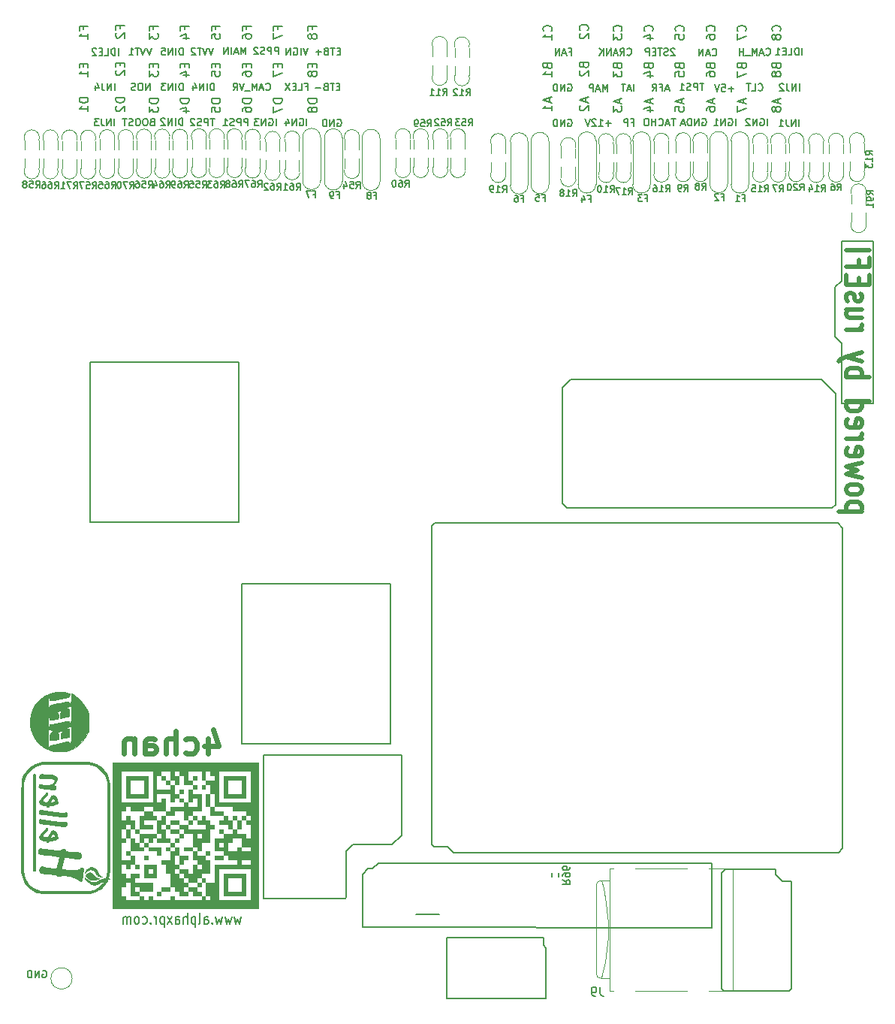
<source format=gbo>
G04 #@! TF.GenerationSoftware,KiCad,Pcbnew,(6.0.1)*
G04 #@! TF.CreationDate,2022-07-23T16:35:50+03:00*
G04 #@! TF.ProjectId,alphax_4ch,616c7068-6178-45f3-9463-682e6b696361,a*
G04 #@! TF.SameCoordinates,PX141f5e0PYa2cace0*
G04 #@! TF.FileFunction,Legend,Bot*
G04 #@! TF.FilePolarity,Positive*
%FSLAX46Y46*%
G04 Gerber Fmt 4.6, Leading zero omitted, Abs format (unit mm)*
G04 Created by KiCad (PCBNEW (6.0.1)) date 2022-07-23 16:35:50*
%MOMM*%
%LPD*%
G01*
G04 APERTURE LIST*
%ADD10C,0.170000*%
%ADD11C,0.200000*%
%ADD12C,0.600000*%
%ADD13C,0.500000*%
%ADD14C,0.150000*%
%ADD15C,0.130000*%
%ADD16C,0.127000*%
%ADD17C,0.203200*%
%ADD18C,0.120000*%
%ADD19C,0.099060*%
%ADD20C,0.002540*%
G04 APERTURE END LIST*
D10*
X84310989Y98707877D02*
X84310989Y99507877D01*
X83510989Y99469781D02*
X83587179Y99507877D01*
X83701465Y99507877D01*
X83815750Y99469781D01*
X83891941Y99393591D01*
X83930036Y99317401D01*
X83968131Y99165020D01*
X83968131Y99050734D01*
X83930036Y98898353D01*
X83891941Y98822162D01*
X83815750Y98745972D01*
X83701465Y98707877D01*
X83625274Y98707877D01*
X83510989Y98745972D01*
X83472893Y98784067D01*
X83472893Y99050734D01*
X83625274Y99050734D01*
X83130036Y98707877D02*
X83130036Y99507877D01*
X82672893Y98707877D01*
X82672893Y99507877D01*
X82330036Y99431686D02*
X82291941Y99469781D01*
X82215750Y99507877D01*
X82025274Y99507877D01*
X81949084Y99469781D01*
X81910989Y99431686D01*
X81872893Y99355496D01*
X81872893Y99279305D01*
X81910989Y99165020D01*
X82368131Y98707877D01*
X81872893Y98707877D01*
X68480494Y106715286D02*
X68518589Y106677191D01*
X68632875Y106639096D01*
X68709066Y106639096D01*
X68823351Y106677191D01*
X68899542Y106753381D01*
X68937637Y106829572D01*
X68975732Y106981953D01*
X68975732Y107096239D01*
X68937637Y107248620D01*
X68899542Y107324810D01*
X68823351Y107401000D01*
X68709066Y107439096D01*
X68632875Y107439096D01*
X68518589Y107401000D01*
X68480494Y107362905D01*
X67680494Y106639096D02*
X67947161Y107020048D01*
X68137637Y106639096D02*
X68137637Y107439096D01*
X67832875Y107439096D01*
X67756685Y107401000D01*
X67718589Y107362905D01*
X67680494Y107286715D01*
X67680494Y107172429D01*
X67718589Y107096239D01*
X67756685Y107058143D01*
X67832875Y107020048D01*
X68137637Y107020048D01*
X67375732Y106867667D02*
X66994780Y106867667D01*
X67451923Y106639096D02*
X67185256Y107439096D01*
X66918589Y106639096D01*
X66651923Y106639096D02*
X66651923Y107439096D01*
X66194780Y106639096D01*
X66194780Y107439096D01*
X65813828Y106639096D02*
X65813828Y107439096D01*
X65356685Y106639096D02*
X65699542Y107096239D01*
X65356685Y107439096D02*
X65813828Y106981953D01*
X25469047Y106738096D02*
X25469047Y107538096D01*
X25202380Y106966667D01*
X24935714Y107538096D01*
X24935714Y106738096D01*
X24592857Y106966667D02*
X24211904Y106966667D01*
X24669047Y106738096D02*
X24402380Y107538096D01*
X24135714Y106738096D01*
X23869047Y106738096D02*
X23869047Y107538096D01*
X23488095Y106738096D02*
X23488095Y107538096D01*
X23030952Y106738096D01*
X23030952Y107538096D01*
X36121428Y107107143D02*
X35854761Y107107143D01*
X35740476Y106688096D02*
X36121428Y106688096D01*
X36121428Y107488096D01*
X35740476Y107488096D01*
X35511904Y107488096D02*
X35054761Y107488096D01*
X35283333Y106688096D02*
X35283333Y107488096D01*
X34521428Y107107143D02*
X34407142Y107069048D01*
X34369047Y107030953D01*
X34330952Y106954762D01*
X34330952Y106840477D01*
X34369047Y106764286D01*
X34407142Y106726191D01*
X34483333Y106688096D01*
X34788095Y106688096D01*
X34788095Y107488096D01*
X34521428Y107488096D01*
X34445238Y107450000D01*
X34407142Y107411905D01*
X34369047Y107335715D01*
X34369047Y107259524D01*
X34407142Y107183334D01*
X34445238Y107145239D01*
X34521428Y107107143D01*
X34788095Y107107143D01*
X33988095Y106992858D02*
X33378571Y106992858D01*
X33683333Y106688096D02*
X33683333Y107297620D01*
X88206227Y106673986D02*
X88206227Y107473986D01*
X87825275Y106673986D02*
X87825275Y107473986D01*
X87634799Y107473986D01*
X87520513Y107435890D01*
X87444322Y107359700D01*
X87406227Y107283510D01*
X87368132Y107131129D01*
X87368132Y107016843D01*
X87406227Y106864462D01*
X87444322Y106788271D01*
X87520513Y106712081D01*
X87634799Y106673986D01*
X87825275Y106673986D01*
X86644322Y106673986D02*
X87025275Y106673986D01*
X87025275Y107473986D01*
X86377656Y107093033D02*
X86110989Y107093033D01*
X85996703Y106673986D02*
X86377656Y106673986D01*
X86377656Y107473986D01*
X85996703Y107473986D01*
X85234799Y106673986D02*
X85691941Y106673986D01*
X85463370Y106673986D02*
X85463370Y107473986D01*
X85539561Y107359700D01*
X85615751Y107283510D01*
X85691941Y107245414D01*
D11*
X24940476Y9557143D02*
X24750000Y8757143D01*
X24559523Y9328572D01*
X24369047Y8757143D01*
X24178571Y9557143D01*
X23892857Y9557143D02*
X23702380Y8757143D01*
X23511904Y9328572D01*
X23321428Y8757143D01*
X23130952Y9557143D01*
X22845238Y9557143D02*
X22654761Y8757143D01*
X22464285Y9328572D01*
X22273809Y8757143D01*
X22083333Y9557143D01*
X21702380Y8871429D02*
X21654761Y8814286D01*
X21702380Y8757143D01*
X21750000Y8814286D01*
X21702380Y8871429D01*
X21702380Y8757143D01*
X20797619Y8757143D02*
X20797619Y9385715D01*
X20845238Y9500000D01*
X20940476Y9557143D01*
X21130952Y9557143D01*
X21226190Y9500000D01*
X20797619Y8814286D02*
X20892857Y8757143D01*
X21130952Y8757143D01*
X21226190Y8814286D01*
X21273809Y8928572D01*
X21273809Y9042858D01*
X21226190Y9157143D01*
X21130952Y9214286D01*
X20892857Y9214286D01*
X20797619Y9271429D01*
X20178571Y8757143D02*
X20273809Y8814286D01*
X20321428Y8928572D01*
X20321428Y9957143D01*
X19797619Y9557143D02*
X19797619Y8357143D01*
X19797619Y9500000D02*
X19702380Y9557143D01*
X19511904Y9557143D01*
X19416666Y9500000D01*
X19369047Y9442858D01*
X19321428Y9328572D01*
X19321428Y8985715D01*
X19369047Y8871429D01*
X19416666Y8814286D01*
X19511904Y8757143D01*
X19702380Y8757143D01*
X19797619Y8814286D01*
X18892857Y8757143D02*
X18892857Y9957143D01*
X18464285Y8757143D02*
X18464285Y9385715D01*
X18511904Y9500000D01*
X18607142Y9557143D01*
X18750000Y9557143D01*
X18845238Y9500000D01*
X18892857Y9442858D01*
X17559523Y8757143D02*
X17559523Y9385715D01*
X17607142Y9500000D01*
X17702380Y9557143D01*
X17892857Y9557143D01*
X17988095Y9500000D01*
X17559523Y8814286D02*
X17654761Y8757143D01*
X17892857Y8757143D01*
X17988095Y8814286D01*
X18035714Y8928572D01*
X18035714Y9042858D01*
X17988095Y9157143D01*
X17892857Y9214286D01*
X17654761Y9214286D01*
X17559523Y9271429D01*
X17178571Y8757143D02*
X16654761Y9557143D01*
X17178571Y9557143D02*
X16654761Y8757143D01*
X16273809Y9557143D02*
X16273809Y8357143D01*
X16273809Y9500000D02*
X16178571Y9557143D01*
X15988095Y9557143D01*
X15892857Y9500000D01*
X15845238Y9442858D01*
X15797619Y9328572D01*
X15797619Y8985715D01*
X15845238Y8871429D01*
X15892857Y8814286D01*
X15988095Y8757143D01*
X16178571Y8757143D01*
X16273809Y8814286D01*
X15369047Y8757143D02*
X15369047Y9557143D01*
X15369047Y9328572D02*
X15321428Y9442858D01*
X15273809Y9500000D01*
X15178571Y9557143D01*
X15083333Y9557143D01*
X14750000Y8871429D02*
X14702380Y8814286D01*
X14750000Y8757143D01*
X14797619Y8814286D01*
X14750000Y8871429D01*
X14750000Y8757143D01*
X13845238Y8814286D02*
X13940476Y8757143D01*
X14130952Y8757143D01*
X14226190Y8814286D01*
X14273809Y8871429D01*
X14321428Y8985715D01*
X14321428Y9328572D01*
X14273809Y9442858D01*
X14226190Y9500000D01*
X14130952Y9557143D01*
X13940476Y9557143D01*
X13845238Y9500000D01*
X13273809Y8757143D02*
X13369047Y8814286D01*
X13416666Y8871429D01*
X13464285Y8985715D01*
X13464285Y9328572D01*
X13416666Y9442858D01*
X13369047Y9500000D01*
X13273809Y9557143D01*
X13130952Y9557143D01*
X13035714Y9500000D01*
X12988095Y9442858D01*
X12940476Y9328572D01*
X12940476Y8985715D01*
X12988095Y8871429D01*
X13035714Y8814286D01*
X13130952Y8757143D01*
X13273809Y8757143D01*
X12511904Y8757143D02*
X12511904Y9557143D01*
X12511904Y9442858D02*
X12464285Y9500000D01*
X12369047Y9557143D01*
X12226190Y9557143D01*
X12130952Y9500000D01*
X12083333Y9385715D01*
X12083333Y8757143D01*
X12083333Y9385715D02*
X12035714Y9500000D01*
X11940476Y9557143D01*
X11797619Y9557143D01*
X11702380Y9500000D01*
X11654761Y9385715D01*
X11654761Y8757143D01*
D10*
X14845238Y107488096D02*
X14578571Y106688096D01*
X14311904Y107488096D01*
X14159523Y107488096D02*
X13892857Y106688096D01*
X13626190Y107488096D01*
X13473809Y107488096D02*
X13016666Y107488096D01*
X13245238Y106688096D02*
X13245238Y107488096D01*
X12330952Y106688096D02*
X12788095Y106688096D01*
X12559523Y106688096D02*
X12559523Y107488096D01*
X12635714Y107373810D01*
X12711904Y107297620D01*
X12788095Y107259524D01*
X18350000Y98738096D02*
X18350000Y99538096D01*
X18159523Y99538096D01*
X18045238Y99500000D01*
X17969047Y99423810D01*
X17930952Y99347620D01*
X17892857Y99195239D01*
X17892857Y99080953D01*
X17930952Y98928572D01*
X17969047Y98852381D01*
X18045238Y98776191D01*
X18159523Y98738096D01*
X18350000Y98738096D01*
X17550000Y98738096D02*
X17550000Y99538096D01*
X17169047Y98738096D02*
X17169047Y99538096D01*
X16711904Y98738096D01*
X16711904Y99538096D01*
X16369047Y99461905D02*
X16330952Y99500000D01*
X16254761Y99538096D01*
X16064285Y99538096D01*
X15988095Y99500000D01*
X15950000Y99461905D01*
X15911904Y99385715D01*
X15911904Y99309524D01*
X15950000Y99195239D01*
X16407142Y98738096D01*
X15911904Y98738096D01*
X11116666Y106638096D02*
X11116666Y107438096D01*
X10735714Y106638096D02*
X10735714Y107438096D01*
X10545238Y107438096D01*
X10430952Y107400000D01*
X10354761Y107323810D01*
X10316666Y107247620D01*
X10278571Y107095239D01*
X10278571Y106980953D01*
X10316666Y106828572D01*
X10354761Y106752381D01*
X10430952Y106676191D01*
X10545238Y106638096D01*
X10735714Y106638096D01*
X9554761Y106638096D02*
X9935714Y106638096D01*
X9935714Y107438096D01*
X9288095Y107057143D02*
X9021428Y107057143D01*
X8907142Y106638096D02*
X9288095Y106638096D01*
X9288095Y107438096D01*
X8907142Y107438096D01*
X8602380Y107361905D02*
X8564285Y107400000D01*
X8488095Y107438096D01*
X8297619Y107438096D01*
X8221428Y107400000D01*
X8183333Y107361905D01*
X8145238Y107285715D01*
X8145238Y107209524D01*
X8183333Y107095239D01*
X8640476Y106638096D01*
X8145238Y106638096D01*
X32476190Y107488096D02*
X32209523Y106688096D01*
X31942857Y107488096D01*
X31676190Y106688096D02*
X31676190Y107488096D01*
X30876190Y107450000D02*
X30952380Y107488096D01*
X31066666Y107488096D01*
X31180952Y107450000D01*
X31257142Y107373810D01*
X31295238Y107297620D01*
X31333333Y107145239D01*
X31333333Y107030953D01*
X31295238Y106878572D01*
X31257142Y106802381D01*
X31180952Y106726191D01*
X31066666Y106688096D01*
X30990476Y106688096D01*
X30876190Y106726191D01*
X30838095Y106764286D01*
X30838095Y107030953D01*
X30990476Y107030953D01*
X30495238Y106688096D02*
X30495238Y107488096D01*
X30038095Y106688096D01*
X30038095Y107488096D01*
X36071428Y103107143D02*
X35804761Y103107143D01*
X35690476Y102688096D02*
X36071428Y102688096D01*
X36071428Y103488096D01*
X35690476Y103488096D01*
X35461904Y103488096D02*
X35004761Y103488096D01*
X35233333Y102688096D02*
X35233333Y103488096D01*
X34471428Y103107143D02*
X34357142Y103069048D01*
X34319047Y103030953D01*
X34280952Y102954762D01*
X34280952Y102840477D01*
X34319047Y102764286D01*
X34357142Y102726191D01*
X34433333Y102688096D01*
X34738095Y102688096D01*
X34738095Y103488096D01*
X34471428Y103488096D01*
X34395238Y103450000D01*
X34357142Y103411905D01*
X34319047Y103335715D01*
X34319047Y103259524D01*
X34357142Y103183334D01*
X34395238Y103145239D01*
X34471428Y103107143D01*
X34738095Y103107143D01*
X33938095Y102992858D02*
X33328571Y102992858D01*
D12*
X21176666Y29657143D02*
X21176666Y27923810D01*
X21795714Y30647620D02*
X22414761Y28790477D01*
X20805238Y28790477D01*
X18700476Y28047620D02*
X18948095Y27923810D01*
X19443333Y27923810D01*
X19690952Y28047620D01*
X19814761Y28171429D01*
X19938571Y28419048D01*
X19938571Y29161905D01*
X19814761Y29409524D01*
X19690952Y29533334D01*
X19443333Y29657143D01*
X18948095Y29657143D01*
X18700476Y29533334D01*
X17586190Y27923810D02*
X17586190Y30523810D01*
X16471904Y27923810D02*
X16471904Y29285715D01*
X16595714Y29533334D01*
X16843333Y29657143D01*
X17214761Y29657143D01*
X17462380Y29533334D01*
X17586190Y29409524D01*
X14119523Y27923810D02*
X14119523Y29285715D01*
X14243333Y29533334D01*
X14490952Y29657143D01*
X14986190Y29657143D01*
X15233809Y29533334D01*
X14119523Y28047620D02*
X14367142Y27923810D01*
X14986190Y27923810D01*
X15233809Y28047620D01*
X15357619Y28295239D01*
X15357619Y28542858D01*
X15233809Y28790477D01*
X14986190Y28914286D01*
X14367142Y28914286D01*
X14119523Y29038096D01*
X12881428Y29657143D02*
X12881428Y27923810D01*
X12881428Y29409524D02*
X12757619Y29533334D01*
X12510000Y29657143D01*
X12138571Y29657143D01*
X11890952Y29533334D01*
X11767142Y29285715D01*
X11767142Y27923810D01*
D10*
X32202380Y103107143D02*
X32469047Y103107143D01*
X32469047Y102688096D02*
X32469047Y103488096D01*
X32088095Y103488096D01*
X31402380Y102688096D02*
X31783333Y102688096D01*
X31783333Y103488096D01*
X31135714Y103107143D02*
X30869047Y103107143D01*
X30754761Y102688096D02*
X31135714Y102688096D01*
X31135714Y103488096D01*
X30754761Y103488096D01*
X30488095Y103488096D02*
X29954761Y102688096D01*
X29954761Y103488096D02*
X30488095Y102688096D01*
X27750000Y102764286D02*
X27788095Y102726191D01*
X27902380Y102688096D01*
X27978571Y102688096D01*
X28092857Y102726191D01*
X28169047Y102802381D01*
X28207142Y102878572D01*
X28245238Y103030953D01*
X28245238Y103145239D01*
X28207142Y103297620D01*
X28169047Y103373810D01*
X28092857Y103450000D01*
X27978571Y103488096D01*
X27902380Y103488096D01*
X27788095Y103450000D01*
X27750000Y103411905D01*
X27445238Y102916667D02*
X27064285Y102916667D01*
X27521428Y102688096D02*
X27254761Y103488096D01*
X26988095Y102688096D01*
X26721428Y102688096D02*
X26721428Y103488096D01*
X26454761Y102916667D01*
X26188095Y103488096D01*
X26188095Y102688096D01*
X25997619Y102611905D02*
X25388095Y102611905D01*
X25311904Y103488096D02*
X25045238Y102688096D01*
X24778571Y103488096D01*
X24054761Y102688096D02*
X24321428Y103069048D01*
X24511904Y102688096D02*
X24511904Y103488096D01*
X24207142Y103488096D01*
X24130952Y103450000D01*
X24092857Y103411905D01*
X24054761Y103335715D01*
X24054761Y103221429D01*
X24092857Y103145239D01*
X24130952Y103107143D01*
X24207142Y103069048D01*
X24511904Y103069048D01*
X14916666Y99107143D02*
X14802380Y99069048D01*
X14764285Y99030953D01*
X14726190Y98954762D01*
X14726190Y98840477D01*
X14764285Y98764286D01*
X14802380Y98726191D01*
X14878571Y98688096D01*
X15183333Y98688096D01*
X15183333Y99488096D01*
X14916666Y99488096D01*
X14840476Y99450000D01*
X14802380Y99411905D01*
X14764285Y99335715D01*
X14764285Y99259524D01*
X14802380Y99183334D01*
X14840476Y99145239D01*
X14916666Y99107143D01*
X15183333Y99107143D01*
X14230952Y99488096D02*
X14078571Y99488096D01*
X14002380Y99450000D01*
X13926190Y99373810D01*
X13888095Y99221429D01*
X13888095Y98954762D01*
X13926190Y98802381D01*
X14002380Y98726191D01*
X14078571Y98688096D01*
X14230952Y98688096D01*
X14307142Y98726191D01*
X14383333Y98802381D01*
X14421428Y98954762D01*
X14421428Y99221429D01*
X14383333Y99373810D01*
X14307142Y99450000D01*
X14230952Y99488096D01*
X13392857Y99488096D02*
X13240476Y99488096D01*
X13164285Y99450000D01*
X13088095Y99373810D01*
X13050000Y99221429D01*
X13050000Y98954762D01*
X13088095Y98802381D01*
X13164285Y98726191D01*
X13240476Y98688096D01*
X13392857Y98688096D01*
X13469047Y98726191D01*
X13545238Y98802381D01*
X13583333Y98954762D01*
X13583333Y99221429D01*
X13545238Y99373810D01*
X13469047Y99450000D01*
X13392857Y99488096D01*
X12745238Y98726191D02*
X12630952Y98688096D01*
X12440476Y98688096D01*
X12364285Y98726191D01*
X12326190Y98764286D01*
X12288095Y98840477D01*
X12288095Y98916667D01*
X12326190Y98992858D01*
X12364285Y99030953D01*
X12440476Y99069048D01*
X12592857Y99107143D01*
X12669047Y99145239D01*
X12707142Y99183334D01*
X12745238Y99259524D01*
X12745238Y99335715D01*
X12707142Y99411905D01*
X12669047Y99450000D01*
X12592857Y99488096D01*
X12402380Y99488096D01*
X12288095Y99450000D01*
X12059523Y99488096D02*
X11602380Y99488096D01*
X11830952Y98688096D02*
X11830952Y99488096D01*
X35809523Y99400000D02*
X35885714Y99438096D01*
X36000000Y99438096D01*
X36114285Y99400000D01*
X36190476Y99323810D01*
X36228571Y99247620D01*
X36266666Y99095239D01*
X36266666Y98980953D01*
X36228571Y98828572D01*
X36190476Y98752381D01*
X36114285Y98676191D01*
X36000000Y98638096D01*
X35923809Y98638096D01*
X35809523Y98676191D01*
X35771428Y98714286D01*
X35771428Y98980953D01*
X35923809Y98980953D01*
X35428571Y98638096D02*
X35428571Y99438096D01*
X34971428Y98638096D01*
X34971428Y99438096D01*
X34590476Y98638096D02*
X34590476Y99438096D01*
X34400000Y99438096D01*
X34285714Y99400000D01*
X34209523Y99323810D01*
X34171428Y99247620D01*
X34133333Y99095239D01*
X34133333Y98980953D01*
X34171428Y98828572D01*
X34209523Y98752381D01*
X34285714Y98676191D01*
X34400000Y98638096D01*
X34590476Y98638096D01*
D13*
X94957142Y55248810D02*
X92357142Y55248810D01*
X94833333Y55248810D02*
X94957142Y55458334D01*
X94957142Y55877381D01*
X94833333Y56086905D01*
X94709523Y56191667D01*
X94461904Y56296429D01*
X93719047Y56296429D01*
X93471428Y56191667D01*
X93347619Y56086905D01*
X93223809Y55877381D01*
X93223809Y55458334D01*
X93347619Y55248810D01*
X93223809Y57553572D02*
X93347619Y57344048D01*
X93471428Y57239286D01*
X93719047Y57134524D01*
X94461904Y57134524D01*
X94709523Y57239286D01*
X94833333Y57344048D01*
X94957142Y57553572D01*
X94957142Y57867858D01*
X94833333Y58077381D01*
X94709523Y58182143D01*
X94461904Y58286905D01*
X93719047Y58286905D01*
X93471428Y58182143D01*
X93347619Y58077381D01*
X93223809Y57867858D01*
X93223809Y57553572D01*
X94957142Y59020239D02*
X93223809Y59439286D01*
X94461904Y59858334D01*
X93223809Y60277381D01*
X94957142Y60696429D01*
X93347619Y62372620D02*
X93223809Y62163096D01*
X93223809Y61744048D01*
X93347619Y61534524D01*
X93595238Y61429762D01*
X94585714Y61429762D01*
X94833333Y61534524D01*
X94957142Y61744048D01*
X94957142Y62163096D01*
X94833333Y62372620D01*
X94585714Y62477381D01*
X94338095Y62477381D01*
X94090476Y61429762D01*
X93223809Y63420239D02*
X94957142Y63420239D01*
X94461904Y63420239D02*
X94709523Y63525000D01*
X94833333Y63629762D01*
X94957142Y63839286D01*
X94957142Y64048810D01*
X93347619Y65620239D02*
X93223809Y65410715D01*
X93223809Y64991667D01*
X93347619Y64782143D01*
X93595238Y64677381D01*
X94585714Y64677381D01*
X94833333Y64782143D01*
X94957142Y64991667D01*
X94957142Y65410715D01*
X94833333Y65620239D01*
X94585714Y65725000D01*
X94338095Y65725000D01*
X94090476Y64677381D01*
X93223809Y67610715D02*
X95823809Y67610715D01*
X93347619Y67610715D02*
X93223809Y67401191D01*
X93223809Y66982143D01*
X93347619Y66772620D01*
X93471428Y66667858D01*
X93719047Y66563096D01*
X94461904Y66563096D01*
X94709523Y66667858D01*
X94833333Y66772620D01*
X94957142Y66982143D01*
X94957142Y67401191D01*
X94833333Y67610715D01*
X93223809Y70334524D02*
X95823809Y70334524D01*
X94833333Y70334524D02*
X94957142Y70544048D01*
X94957142Y70963096D01*
X94833333Y71172620D01*
X94709523Y71277381D01*
X94461904Y71382143D01*
X93719047Y71382143D01*
X93471428Y71277381D01*
X93347619Y71172620D01*
X93223809Y70963096D01*
X93223809Y70544048D01*
X93347619Y70334524D01*
X94957142Y72115477D02*
X93223809Y72639286D01*
X94957142Y73163096D02*
X93223809Y72639286D01*
X92604761Y72429762D01*
X92480952Y72325000D01*
X92357142Y72115477D01*
X93223809Y75677381D02*
X94957142Y75677381D01*
X94461904Y75677381D02*
X94709523Y75782143D01*
X94833333Y75886905D01*
X94957142Y76096429D01*
X94957142Y76305953D01*
X94957142Y77982143D02*
X93223809Y77982143D01*
X94957142Y77039286D02*
X93595238Y77039286D01*
X93347619Y77144048D01*
X93223809Y77353572D01*
X93223809Y77667858D01*
X93347619Y77877381D01*
X93471428Y77982143D01*
X93347619Y78925000D02*
X93223809Y79134524D01*
X93223809Y79553572D01*
X93347619Y79763096D01*
X93595238Y79867858D01*
X93719047Y79867858D01*
X93966666Y79763096D01*
X94090476Y79553572D01*
X94090476Y79239286D01*
X94214285Y79029762D01*
X94461904Y78925000D01*
X94585714Y78925000D01*
X94833333Y79029762D01*
X94957142Y79239286D01*
X94957142Y79553572D01*
X94833333Y79763096D01*
X94585714Y80810715D02*
X94585714Y81544048D01*
X93223809Y81858334D02*
X93223809Y80810715D01*
X95823809Y80810715D01*
X95823809Y81858334D01*
X94585714Y83534524D02*
X94585714Y82801191D01*
X93223809Y82801191D02*
X95823809Y82801191D01*
X95823809Y83848810D01*
X93223809Y84686905D02*
X95823809Y84686905D01*
D10*
X10704761Y102688096D02*
X10704761Y103488096D01*
X10323809Y102688096D02*
X10323809Y103488096D01*
X9866666Y102688096D01*
X9866666Y103488096D01*
X9257142Y103488096D02*
X9257142Y102916667D01*
X9295238Y102802381D01*
X9371428Y102726191D01*
X9485714Y102688096D01*
X9561904Y102688096D01*
X8533333Y103221429D02*
X8533333Y102688096D01*
X8723809Y103526191D02*
X8914285Y102954762D01*
X8419047Y102954762D01*
X77139652Y103488096D02*
X76682509Y103488096D01*
X76911080Y102688096D02*
X76911080Y103488096D01*
X76415842Y102688096D02*
X76415842Y103488096D01*
X76111080Y103488096D01*
X76034890Y103450000D01*
X75996795Y103411905D01*
X75958699Y103335715D01*
X75958699Y103221429D01*
X75996795Y103145239D01*
X76034890Y103107143D01*
X76111080Y103069048D01*
X76415842Y103069048D01*
X75653937Y102726191D02*
X75539652Y102688096D01*
X75349176Y102688096D01*
X75272985Y102726191D01*
X75234890Y102764286D01*
X75196795Y102840477D01*
X75196795Y102916667D01*
X75234890Y102992858D01*
X75272985Y103030953D01*
X75349176Y103069048D01*
X75501556Y103107143D01*
X75577747Y103145239D01*
X75615842Y103183334D01*
X75653937Y103259524D01*
X75653937Y103335715D01*
X75615842Y103411905D01*
X75577747Y103450000D01*
X75501556Y103488096D01*
X75311080Y103488096D01*
X75196795Y103450000D01*
X74434890Y102688096D02*
X74892033Y102688096D01*
X74663461Y102688096D02*
X74663461Y103488096D01*
X74739652Y103373810D01*
X74815842Y103297620D01*
X74892033Y103259524D01*
X87879212Y98638096D02*
X87879212Y99438096D01*
X87498260Y98638096D02*
X87498260Y99438096D01*
X87041117Y98638096D01*
X87041117Y99438096D01*
X86431593Y99438096D02*
X86431593Y98866667D01*
X86469689Y98752381D01*
X86545879Y98676191D01*
X86660165Y98638096D01*
X86736355Y98638096D01*
X85631593Y98638096D02*
X86088736Y98638096D01*
X85860165Y98638096D02*
X85860165Y99438096D01*
X85936355Y99323810D01*
X86012546Y99247620D01*
X86088736Y99209524D01*
X10654761Y98688096D02*
X10654761Y99488096D01*
X10273809Y98688096D02*
X10273809Y99488096D01*
X9816666Y98688096D01*
X9816666Y99488096D01*
X9207142Y99488096D02*
X9207142Y98916667D01*
X9245238Y98802381D01*
X9321428Y98726191D01*
X9435714Y98688096D01*
X9511904Y98688096D01*
X8902380Y99488096D02*
X8407142Y99488096D01*
X8673809Y99183334D01*
X8559523Y99183334D01*
X8483333Y99145239D01*
X8445238Y99107143D01*
X8407142Y99030953D01*
X8407142Y98840477D01*
X8445238Y98764286D01*
X8483333Y98726191D01*
X8559523Y98688096D01*
X8788095Y98688096D01*
X8864285Y98726191D01*
X8902380Y98764286D01*
X78077747Y106645506D02*
X78115842Y106607411D01*
X78230128Y106569316D01*
X78306319Y106569316D01*
X78420604Y106607411D01*
X78496795Y106683601D01*
X78534890Y106759792D01*
X78572985Y106912173D01*
X78572985Y107026459D01*
X78534890Y107178840D01*
X78496795Y107255030D01*
X78420604Y107331220D01*
X78306319Y107369316D01*
X78230128Y107369316D01*
X78115842Y107331220D01*
X78077747Y107293125D01*
X77772985Y106797887D02*
X77392033Y106797887D01*
X77849176Y106569316D02*
X77582509Y107369316D01*
X77315842Y106569316D01*
X77049176Y106569316D02*
X77049176Y107369316D01*
X76592033Y106569316D01*
X76592033Y107369316D01*
X68987088Y99092033D02*
X69253754Y99092033D01*
X69253754Y98672986D02*
X69253754Y99472986D01*
X68872802Y99472986D01*
X68568040Y98672986D02*
X68568040Y99472986D01*
X68263278Y99472986D01*
X68187088Y99434890D01*
X68148993Y99396795D01*
X68110897Y99320605D01*
X68110897Y99206319D01*
X68148993Y99130129D01*
X68187088Y99092033D01*
X68263278Y99053938D01*
X68568040Y99053938D01*
X32350000Y98688096D02*
X32350000Y99488096D01*
X31550000Y99450000D02*
X31626190Y99488096D01*
X31740476Y99488096D01*
X31854761Y99450000D01*
X31930952Y99373810D01*
X31969047Y99297620D01*
X32007142Y99145239D01*
X32007142Y99030953D01*
X31969047Y98878572D01*
X31930952Y98802381D01*
X31854761Y98726191D01*
X31740476Y98688096D01*
X31664285Y98688096D01*
X31550000Y98726191D01*
X31511904Y98764286D01*
X31511904Y99030953D01*
X31664285Y99030953D01*
X31169047Y98688096D02*
X31169047Y99488096D01*
X30711904Y98688096D01*
X30711904Y99488096D01*
X29988095Y99221429D02*
X29988095Y98688096D01*
X30178571Y99526191D02*
X30369047Y98954762D01*
X29873809Y98954762D01*
X80717308Y98707877D02*
X80717308Y99507877D01*
X79917308Y99469781D02*
X79993498Y99507877D01*
X80107784Y99507877D01*
X80222069Y99469781D01*
X80298260Y99393591D01*
X80336355Y99317401D01*
X80374450Y99165020D01*
X80374450Y99050734D01*
X80336355Y98898353D01*
X80298260Y98822162D01*
X80222069Y98745972D01*
X80107784Y98707877D01*
X80031593Y98707877D01*
X79917308Y98745972D01*
X79879212Y98784067D01*
X79879212Y99050734D01*
X80031593Y99050734D01*
X79536355Y98707877D02*
X79536355Y99507877D01*
X79079212Y98707877D01*
X79079212Y99507877D01*
X78279212Y98707877D02*
X78736355Y98707877D01*
X78507784Y98707877D02*
X78507784Y99507877D01*
X78583974Y99393591D01*
X78660165Y99317401D01*
X78736355Y99279305D01*
X83282601Y102702923D02*
X83320696Y102664828D01*
X83434982Y102626733D01*
X83511172Y102626733D01*
X83625458Y102664828D01*
X83701649Y102741018D01*
X83739744Y102817209D01*
X83777839Y102969590D01*
X83777839Y103083876D01*
X83739744Y103236257D01*
X83701649Y103312447D01*
X83625458Y103388637D01*
X83511172Y103426733D01*
X83434982Y103426733D01*
X83320696Y103388637D01*
X83282601Y103350542D01*
X82558791Y102626733D02*
X82939744Y102626733D01*
X82939744Y103426733D01*
X82406410Y103426733D02*
X81949268Y103426733D01*
X82177839Y102626733D02*
X82177839Y103426733D01*
X61809523Y99400000D02*
X61885714Y99438096D01*
X62000000Y99438096D01*
X62114285Y99400000D01*
X62190476Y99323810D01*
X62228571Y99247620D01*
X62266666Y99095239D01*
X62266666Y98980953D01*
X62228571Y98828572D01*
X62190476Y98752381D01*
X62114285Y98676191D01*
X62000000Y98638096D01*
X61923809Y98638096D01*
X61809523Y98676191D01*
X61771428Y98714286D01*
X61771428Y98980953D01*
X61923809Y98980953D01*
X61428571Y98638096D02*
X61428571Y99438096D01*
X60971428Y98638096D01*
X60971428Y99438096D01*
X60590476Y98638096D02*
X60590476Y99438096D01*
X60400000Y99438096D01*
X60285714Y99400000D01*
X60209523Y99323810D01*
X60171428Y99247620D01*
X60133333Y99095239D01*
X60133333Y98980953D01*
X60171428Y98828572D01*
X60209523Y98752381D01*
X60285714Y98676191D01*
X60400000Y98638096D01*
X60590476Y98638096D01*
X21940476Y99488096D02*
X21483333Y99488096D01*
X21711904Y98688096D02*
X21711904Y99488096D01*
X21216666Y98688096D02*
X21216666Y99488096D01*
X20911904Y99488096D01*
X20835714Y99450000D01*
X20797619Y99411905D01*
X20759523Y99335715D01*
X20759523Y99221429D01*
X20797619Y99145239D01*
X20835714Y99107143D01*
X20911904Y99069048D01*
X21216666Y99069048D01*
X20454761Y98726191D02*
X20340476Y98688096D01*
X20150000Y98688096D01*
X20073809Y98726191D01*
X20035714Y98764286D01*
X19997619Y98840477D01*
X19997619Y98916667D01*
X20035714Y98992858D01*
X20073809Y99030953D01*
X20150000Y99069048D01*
X20302380Y99107143D01*
X20378571Y99145239D01*
X20416666Y99183334D01*
X20454761Y99259524D01*
X20454761Y99335715D01*
X20416666Y99411905D01*
X20378571Y99450000D01*
X20302380Y99488096D01*
X20111904Y99488096D01*
X19997619Y99450000D01*
X19692857Y99411905D02*
X19654761Y99450000D01*
X19578571Y99488096D01*
X19388095Y99488096D01*
X19311904Y99450000D01*
X19273809Y99411905D01*
X19235714Y99335715D01*
X19235714Y99259524D01*
X19273809Y99145239D01*
X19730952Y98688096D01*
X19235714Y98688096D01*
X61809523Y103377473D02*
X61885714Y103415569D01*
X62000000Y103415569D01*
X62114285Y103377473D01*
X62190476Y103301283D01*
X62228571Y103225093D01*
X62266666Y103072712D01*
X62266666Y102958426D01*
X62228571Y102806045D01*
X62190476Y102729854D01*
X62114285Y102653664D01*
X62000000Y102615569D01*
X61923809Y102615569D01*
X61809523Y102653664D01*
X61771428Y102691759D01*
X61771428Y102958426D01*
X61923809Y102958426D01*
X61428571Y102615569D02*
X61428571Y103415569D01*
X60971428Y102615569D01*
X60971428Y103415569D01*
X60590476Y102615569D02*
X60590476Y103415569D01*
X60400000Y103415569D01*
X60285714Y103377473D01*
X60209523Y103301283D01*
X60171428Y103225093D01*
X60133333Y103072712D01*
X60133333Y102958426D01*
X60171428Y102806045D01*
X60209523Y102729854D01*
X60285714Y102653664D01*
X60400000Y102615569D01*
X60590476Y102615569D01*
X25721428Y98688096D02*
X25721428Y99488096D01*
X25416666Y99488096D01*
X25340476Y99450000D01*
X25302380Y99411905D01*
X25264285Y99335715D01*
X25264285Y99221429D01*
X25302380Y99145239D01*
X25340476Y99107143D01*
X25416666Y99069048D01*
X25721428Y99069048D01*
X24921428Y98688096D02*
X24921428Y99488096D01*
X24616666Y99488096D01*
X24540476Y99450000D01*
X24502380Y99411905D01*
X24464285Y99335715D01*
X24464285Y99221429D01*
X24502380Y99145239D01*
X24540476Y99107143D01*
X24616666Y99069048D01*
X24921428Y99069048D01*
X24159523Y98726191D02*
X24045238Y98688096D01*
X23854761Y98688096D01*
X23778571Y98726191D01*
X23740476Y98764286D01*
X23702380Y98840477D01*
X23702380Y98916667D01*
X23740476Y98992858D01*
X23778571Y99030953D01*
X23854761Y99069048D01*
X24007142Y99107143D01*
X24083333Y99145239D01*
X24121428Y99183334D01*
X24159523Y99259524D01*
X24159523Y99335715D01*
X24121428Y99411905D01*
X24083333Y99450000D01*
X24007142Y99488096D01*
X23816666Y99488096D01*
X23702380Y99450000D01*
X22940476Y98688096D02*
X23397619Y98688096D01*
X23169047Y98688096D02*
X23169047Y99488096D01*
X23245238Y99373810D01*
X23321428Y99297620D01*
X23397619Y99259524D01*
X87914102Y102626733D02*
X87914102Y103426733D01*
X87533150Y102626733D02*
X87533150Y103426733D01*
X87076007Y102626733D01*
X87076007Y103426733D01*
X86466483Y103426733D02*
X86466483Y102855304D01*
X86504579Y102741018D01*
X86580769Y102664828D01*
X86695055Y102626733D01*
X86771245Y102626733D01*
X86123626Y103350542D02*
X86085531Y103388637D01*
X86009341Y103426733D01*
X85818864Y103426733D01*
X85742674Y103388637D01*
X85704579Y103350542D01*
X85666483Y103274352D01*
X85666483Y103198161D01*
X85704579Y103083876D01*
X86161721Y102626733D01*
X85666483Y102626733D01*
X21900000Y102688096D02*
X21900000Y103488096D01*
X21709523Y103488096D01*
X21595238Y103450000D01*
X21519047Y103373810D01*
X21480952Y103297620D01*
X21442857Y103145239D01*
X21442857Y103030953D01*
X21480952Y102878572D01*
X21519047Y102802381D01*
X21595238Y102726191D01*
X21709523Y102688096D01*
X21900000Y102688096D01*
X21100000Y102688096D02*
X21100000Y103488096D01*
X20719047Y102688096D02*
X20719047Y103488096D01*
X20261904Y102688096D01*
X20261904Y103488096D01*
X19538095Y103221429D02*
X19538095Y102688096D01*
X19728571Y103526191D02*
X19919047Y102954762D01*
X19423809Y102954762D01*
X73193498Y102820414D02*
X72812545Y102820414D01*
X73269688Y102591843D02*
X73003022Y103391843D01*
X72736355Y102591843D01*
X72203022Y103010890D02*
X72469688Y103010890D01*
X72469688Y102591843D02*
X72469688Y103391843D01*
X72088736Y103391843D01*
X71326831Y102591843D02*
X71593498Y102972795D01*
X71783974Y102591843D02*
X71783974Y103391843D01*
X71479212Y103391843D01*
X71403022Y103353747D01*
X71364926Y103315652D01*
X71326831Y103239462D01*
X71326831Y103125176D01*
X71364926Y103048986D01*
X71403022Y103010890D01*
X71479212Y102972795D01*
X71783974Y102972795D01*
X73866575Y107362905D02*
X73828480Y107401000D01*
X73752289Y107439096D01*
X73561813Y107439096D01*
X73485623Y107401000D01*
X73447527Y107362905D01*
X73409432Y107286715D01*
X73409432Y107210524D01*
X73447527Y107096239D01*
X73904670Y106639096D01*
X73409432Y106639096D01*
X73104670Y106677191D02*
X72990385Y106639096D01*
X72799908Y106639096D01*
X72723718Y106677191D01*
X72685623Y106715286D01*
X72647527Y106791477D01*
X72647527Y106867667D01*
X72685623Y106943858D01*
X72723718Y106981953D01*
X72799908Y107020048D01*
X72952289Y107058143D01*
X73028480Y107096239D01*
X73066575Y107134334D01*
X73104670Y107210524D01*
X73104670Y107286715D01*
X73066575Y107362905D01*
X73028480Y107401000D01*
X72952289Y107439096D01*
X72761813Y107439096D01*
X72647527Y107401000D01*
X72418956Y107439096D02*
X71961813Y107439096D01*
X72190385Y106639096D02*
X72190385Y107439096D01*
X71695146Y107058143D02*
X71428480Y107058143D01*
X71314194Y106639096D02*
X71695146Y106639096D01*
X71695146Y107439096D01*
X71314194Y107439096D01*
X70971337Y106639096D02*
X70971337Y107439096D01*
X70666575Y107439096D01*
X70590385Y107401000D01*
X70552289Y107362905D01*
X70514194Y107286715D01*
X70514194Y107172429D01*
X70552289Y107096239D01*
X70590385Y107058143D01*
X70666575Y107020048D01*
X70971337Y107020048D01*
X84142948Y106715286D02*
X84181043Y106677191D01*
X84295329Y106639096D01*
X84371519Y106639096D01*
X84485805Y106677191D01*
X84561996Y106753381D01*
X84600091Y106829572D01*
X84638186Y106981953D01*
X84638186Y107096239D01*
X84600091Y107248620D01*
X84561996Y107324810D01*
X84485805Y107401000D01*
X84371519Y107439096D01*
X84295329Y107439096D01*
X84181043Y107401000D01*
X84142948Y107362905D01*
X83838186Y106867667D02*
X83457234Y106867667D01*
X83914377Y106639096D02*
X83647710Y107439096D01*
X83381043Y106639096D01*
X83114377Y106639096D02*
X83114377Y107439096D01*
X82847710Y106867667D01*
X82581043Y107439096D01*
X82581043Y106639096D01*
X82390567Y106562905D02*
X81781043Y106562905D01*
X81590567Y106639096D02*
X81590567Y107439096D01*
X81590567Y107058143D02*
X81133424Y107058143D01*
X81133424Y106639096D02*
X81133424Y107439096D01*
X61952290Y107058143D02*
X62218956Y107058143D01*
X62218956Y106639096D02*
X62218956Y107439096D01*
X61838004Y107439096D01*
X61571337Y106867667D02*
X61190385Y106867667D01*
X61647528Y106639096D02*
X61380861Y107439096D01*
X61114194Y106639096D01*
X60847528Y106639096D02*
X60847528Y107439096D01*
X60390385Y106639096D01*
X60390385Y107439096D01*
X28900000Y98688096D02*
X28900000Y99488096D01*
X28100000Y99450000D02*
X28176190Y99488096D01*
X28290476Y99488096D01*
X28404761Y99450000D01*
X28480952Y99373810D01*
X28519047Y99297620D01*
X28557142Y99145239D01*
X28557142Y99030953D01*
X28519047Y98878572D01*
X28480952Y98802381D01*
X28404761Y98726191D01*
X28290476Y98688096D01*
X28214285Y98688096D01*
X28100000Y98726191D01*
X28061904Y98764286D01*
X28061904Y99030953D01*
X28214285Y99030953D01*
X27719047Y98688096D02*
X27719047Y99488096D01*
X27261904Y98688096D01*
X27261904Y99488096D01*
X26957142Y99488096D02*
X26461904Y99488096D01*
X26728571Y99183334D01*
X26614285Y99183334D01*
X26538095Y99145239D01*
X26500000Y99107143D01*
X26461904Y99030953D01*
X26461904Y98840477D01*
X26500000Y98764286D01*
X26538095Y98726191D01*
X26614285Y98688096D01*
X26842857Y98688096D01*
X26919047Y98726191D01*
X26957142Y98764286D01*
X29171428Y106738096D02*
X29171428Y107538096D01*
X28866666Y107538096D01*
X28790476Y107500000D01*
X28752380Y107461905D01*
X28714285Y107385715D01*
X28714285Y107271429D01*
X28752380Y107195239D01*
X28790476Y107157143D01*
X28866666Y107119048D01*
X29171428Y107119048D01*
X28371428Y106738096D02*
X28371428Y107538096D01*
X28066666Y107538096D01*
X27990476Y107500000D01*
X27952380Y107461905D01*
X27914285Y107385715D01*
X27914285Y107271429D01*
X27952380Y107195239D01*
X27990476Y107157143D01*
X28066666Y107119048D01*
X28371428Y107119048D01*
X27609523Y106776191D02*
X27495238Y106738096D01*
X27304761Y106738096D01*
X27228571Y106776191D01*
X27190476Y106814286D01*
X27152380Y106890477D01*
X27152380Y106966667D01*
X27190476Y107042858D01*
X27228571Y107080953D01*
X27304761Y107119048D01*
X27457142Y107157143D01*
X27533333Y107195239D01*
X27571428Y107233334D01*
X27609523Y107309524D01*
X27609523Y107385715D01*
X27571428Y107461905D01*
X27533333Y107500000D01*
X27457142Y107538096D01*
X27266666Y107538096D01*
X27152380Y107500000D01*
X26847619Y107461905D02*
X26809523Y107500000D01*
X26733333Y107538096D01*
X26542857Y107538096D01*
X26466666Y107500000D01*
X26428571Y107461905D01*
X26390476Y107385715D01*
X26390476Y107309524D01*
X26428571Y107195239D01*
X26885714Y106738096D01*
X26390476Y106738096D01*
X2574761Y3460000D02*
X2652857Y3499048D01*
X2770000Y3499048D01*
X2887142Y3460000D01*
X2965238Y3381905D01*
X3004285Y3303810D01*
X3043333Y3147620D01*
X3043333Y3030477D01*
X3004285Y2874286D01*
X2965238Y2796191D01*
X2887142Y2718096D01*
X2770000Y2679048D01*
X2691904Y2679048D01*
X2574761Y2718096D01*
X2535714Y2757143D01*
X2535714Y3030477D01*
X2691904Y3030477D01*
X2184285Y2679048D02*
X2184285Y3499048D01*
X1715714Y2679048D01*
X1715714Y3499048D01*
X1325238Y2679048D02*
X1325238Y3499048D01*
X1130000Y3499048D01*
X1012857Y3460000D01*
X934761Y3381905D01*
X895714Y3303810D01*
X856666Y3147620D01*
X856666Y3030477D01*
X895714Y2874286D01*
X934761Y2796191D01*
X1012857Y2718096D01*
X1130000Y2679048D01*
X1325238Y2679048D01*
X18400000Y102688096D02*
X18400000Y103488096D01*
X18209523Y103488096D01*
X18095238Y103450000D01*
X18019047Y103373810D01*
X17980952Y103297620D01*
X17942857Y103145239D01*
X17942857Y103030953D01*
X17980952Y102878572D01*
X18019047Y102802381D01*
X18095238Y102726191D01*
X18209523Y102688096D01*
X18400000Y102688096D01*
X17600000Y102688096D02*
X17600000Y103488096D01*
X17219047Y102688096D02*
X17219047Y103488096D01*
X16761904Y102688096D01*
X16761904Y103488096D01*
X16457142Y103488096D02*
X15961904Y103488096D01*
X16228571Y103183334D01*
X16114285Y103183334D01*
X16038095Y103145239D01*
X16000000Y103107143D01*
X15961904Y103030953D01*
X15961904Y102840477D01*
X16000000Y102764286D01*
X16038095Y102726191D01*
X16114285Y102688096D01*
X16342857Y102688096D01*
X16419047Y102726191D01*
X16457142Y102764286D01*
X76945787Y99469781D02*
X77021978Y99507877D01*
X77136264Y99507877D01*
X77250549Y99469781D01*
X77326740Y99393591D01*
X77364835Y99317401D01*
X77402930Y99165020D01*
X77402930Y99050734D01*
X77364835Y98898353D01*
X77326740Y98822162D01*
X77250549Y98745972D01*
X77136264Y98707877D01*
X77060073Y98707877D01*
X76945787Y98745972D01*
X76907692Y98784067D01*
X76907692Y99050734D01*
X77060073Y99050734D01*
X76564835Y98707877D02*
X76564835Y99507877D01*
X76107692Y98707877D01*
X76107692Y99507877D01*
X75726740Y98707877D02*
X75726740Y99507877D01*
X75536264Y99507877D01*
X75421978Y99469781D01*
X75345787Y99393591D01*
X75307692Y99317401D01*
X75269597Y99165020D01*
X75269597Y99050734D01*
X75307692Y98898353D01*
X75345787Y98822162D01*
X75421978Y98745972D01*
X75536264Y98707877D01*
X75726740Y98707877D01*
X74964835Y98936448D02*
X74583883Y98936448D01*
X75041026Y98707877D02*
X74774359Y99507877D01*
X74507692Y98707877D01*
X80510989Y102861715D02*
X79901465Y102861715D01*
X80206227Y102556953D02*
X80206227Y103166477D01*
X79139560Y103356953D02*
X79520513Y103356953D01*
X79558608Y102976000D01*
X79520513Y103014096D01*
X79444322Y103052191D01*
X79253846Y103052191D01*
X79177656Y103014096D01*
X79139560Y102976000D01*
X79101465Y102899810D01*
X79101465Y102709334D01*
X79139560Y102633143D01*
X79177656Y102595048D01*
X79253846Y102556953D01*
X79444322Y102556953D01*
X79520513Y102595048D01*
X79558608Y102633143D01*
X78872894Y103356953D02*
X78606227Y102556953D01*
X78339560Y103356953D01*
X14678571Y102688096D02*
X14678571Y103488096D01*
X14221428Y102688096D01*
X14221428Y103488096D01*
X13688095Y103488096D02*
X13535714Y103488096D01*
X13459523Y103450000D01*
X13383333Y103373810D01*
X13345238Y103221429D01*
X13345238Y102954762D01*
X13383333Y102802381D01*
X13459523Y102726191D01*
X13535714Y102688096D01*
X13688095Y102688096D01*
X13764285Y102726191D01*
X13840476Y102802381D01*
X13878571Y102954762D01*
X13878571Y103221429D01*
X13840476Y103373810D01*
X13764285Y103450000D01*
X13688095Y103488096D01*
X13040476Y102726191D02*
X12926190Y102688096D01*
X12735714Y102688096D01*
X12659523Y102726191D01*
X12621428Y102764286D01*
X12583333Y102840477D01*
X12583333Y102916667D01*
X12621428Y102992858D01*
X12659523Y103030953D01*
X12735714Y103069048D01*
X12888095Y103107143D01*
X12964285Y103145239D01*
X13002380Y103183334D01*
X13040476Y103259524D01*
X13040476Y103335715D01*
X13002380Y103411905D01*
X12964285Y103450000D01*
X12888095Y103488096D01*
X12697619Y103488096D01*
X12583333Y103450000D01*
X66256776Y102556953D02*
X66256776Y103356953D01*
X65990110Y102785524D01*
X65723443Y103356953D01*
X65723443Y102556953D01*
X65380586Y102785524D02*
X64999633Y102785524D01*
X65456776Y102556953D02*
X65190110Y103356953D01*
X64923443Y102556953D01*
X64656776Y102556953D02*
X64656776Y103356953D01*
X64352014Y103356953D01*
X64275824Y103318857D01*
X64237729Y103280762D01*
X64199633Y103204572D01*
X64199633Y103090286D01*
X64237729Y103014096D01*
X64275824Y102976000D01*
X64352014Y102937905D01*
X64656776Y102937905D01*
X21845238Y107488096D02*
X21578571Y106688096D01*
X21311904Y107488096D01*
X21159523Y107488096D02*
X20892857Y106688096D01*
X20626190Y107488096D01*
X20473809Y107488096D02*
X20016666Y107488096D01*
X20245238Y106688096D02*
X20245238Y107488096D01*
X19788095Y107411905D02*
X19750000Y107450000D01*
X19673809Y107488096D01*
X19483333Y107488096D01*
X19407142Y107450000D01*
X19369047Y107411905D01*
X19330952Y107335715D01*
X19330952Y107259524D01*
X19369047Y107145239D01*
X19826190Y106688096D01*
X19330952Y106688096D01*
X69244323Y102591843D02*
X69244323Y103391843D01*
X68901465Y102820414D02*
X68520513Y102820414D01*
X68977656Y102591843D02*
X68710989Y103391843D01*
X68444323Y102591843D01*
X68291942Y103391843D02*
X67834799Y103391843D01*
X68063370Y102591843D02*
X68063370Y103391843D01*
X18400000Y106688096D02*
X18400000Y107488096D01*
X18209523Y107488096D01*
X18095238Y107450000D01*
X18019047Y107373810D01*
X17980952Y107297620D01*
X17942857Y107145239D01*
X17942857Y107030953D01*
X17980952Y106878572D01*
X18019047Y106802381D01*
X18095238Y106726191D01*
X18209523Y106688096D01*
X18400000Y106688096D01*
X17600000Y106688096D02*
X17600000Y107488096D01*
X17219047Y106688096D02*
X17219047Y107488096D01*
X16761904Y106688096D01*
X16761904Y107488096D01*
X16000000Y107488096D02*
X16380952Y107488096D01*
X16419047Y107107143D01*
X16380952Y107145239D01*
X16304761Y107183334D01*
X16114285Y107183334D01*
X16038095Y107145239D01*
X16000000Y107107143D01*
X15961904Y107030953D01*
X15961904Y106840477D01*
X16000000Y106764286D01*
X16038095Y106726191D01*
X16114285Y106688096D01*
X16304761Y106688096D01*
X16380952Y106726191D01*
X16419047Y106764286D01*
X66691666Y98977748D02*
X66082143Y98977748D01*
X66386904Y98672986D02*
X66386904Y99282510D01*
X65282143Y98672986D02*
X65739285Y98672986D01*
X65510714Y98672986D02*
X65510714Y99472986D01*
X65586904Y99358700D01*
X65663095Y99282510D01*
X65739285Y99244414D01*
X64977381Y99396795D02*
X64939285Y99434890D01*
X64863095Y99472986D01*
X64672619Y99472986D01*
X64596428Y99434890D01*
X64558333Y99396795D01*
X64520238Y99320605D01*
X64520238Y99244414D01*
X64558333Y99130129D01*
X65015476Y98672986D01*
X64520238Y98672986D01*
X64291666Y99472986D02*
X64025000Y98672986D01*
X63758333Y99472986D01*
X73930128Y99507877D02*
X73472985Y99507877D01*
X73701557Y98707877D02*
X73701557Y99507877D01*
X73244414Y98936448D02*
X72863462Y98936448D01*
X73320605Y98707877D02*
X73053938Y99507877D01*
X72787271Y98707877D01*
X72063462Y98784067D02*
X72101557Y98745972D01*
X72215843Y98707877D01*
X72292033Y98707877D01*
X72406319Y98745972D01*
X72482509Y98822162D01*
X72520605Y98898353D01*
X72558700Y99050734D01*
X72558700Y99165020D01*
X72520605Y99317401D01*
X72482509Y99393591D01*
X72406319Y99469781D01*
X72292033Y99507877D01*
X72215843Y99507877D01*
X72101557Y99469781D01*
X72063462Y99431686D01*
X71720605Y98707877D02*
X71720605Y99507877D01*
X71720605Y99126924D02*
X71263462Y99126924D01*
X71263462Y98707877D02*
X71263462Y99507877D01*
X70730128Y99507877D02*
X70577747Y99507877D01*
X70501557Y99469781D01*
X70425366Y99393591D01*
X70387271Y99241210D01*
X70387271Y98974543D01*
X70425366Y98822162D01*
X70501557Y98745972D01*
X70577747Y98707877D01*
X70730128Y98707877D01*
X70806319Y98745972D01*
X70882509Y98822162D01*
X70920605Y98974543D01*
X70920605Y99241210D01*
X70882509Y99393591D01*
X70806319Y99469781D01*
X70730128Y99507877D01*
G04 #@! TO.C,R96*
X61219047Y13714310D02*
X61609523Y13440977D01*
X61219047Y13245739D02*
X62039047Y13245739D01*
X62039047Y13558120D01*
X62000000Y13636215D01*
X61960952Y13675262D01*
X61882857Y13714310D01*
X61765714Y13714310D01*
X61687619Y13675262D01*
X61648571Y13636215D01*
X61609523Y13558120D01*
X61609523Y13245739D01*
X61219047Y14104786D02*
X61219047Y14260977D01*
X61258095Y14339072D01*
X61297142Y14378120D01*
X61414285Y14456215D01*
X61570476Y14495262D01*
X61882857Y14495262D01*
X61960952Y14456215D01*
X62000000Y14417167D01*
X62039047Y14339072D01*
X62039047Y14182881D01*
X62000000Y14104786D01*
X61960952Y14065739D01*
X61882857Y14026691D01*
X61687619Y14026691D01*
X61609523Y14065739D01*
X61570476Y14104786D01*
X61531428Y14182881D01*
X61531428Y14339072D01*
X61570476Y14417167D01*
X61609523Y14456215D01*
X61687619Y14495262D01*
X62039047Y15198120D02*
X62039047Y15041929D01*
X62000000Y14963834D01*
X61960952Y14924786D01*
X61843809Y14846691D01*
X61687619Y14807643D01*
X61375238Y14807643D01*
X61297142Y14846691D01*
X61258095Y14885739D01*
X61219047Y14963834D01*
X61219047Y15120024D01*
X61258095Y15198120D01*
X61297142Y15237167D01*
X61375238Y15276215D01*
X61570476Y15276215D01*
X61648571Y15237167D01*
X61687619Y15198120D01*
X61726666Y15120024D01*
X61726666Y14963834D01*
X61687619Y14885739D01*
X61648571Y14846691D01*
X61570476Y14807643D01*
D14*
G04 #@! TO.C,J9*
X65443333Y1627620D02*
X65443333Y913334D01*
X65490952Y770477D01*
X65586190Y675239D01*
X65729047Y627620D01*
X65824285Y627620D01*
X64919523Y627620D02*
X64729047Y627620D01*
X64633809Y675239D01*
X64586190Y722858D01*
X64490952Y865715D01*
X64443333Y1056191D01*
X64443333Y1437143D01*
X64490952Y1532381D01*
X64538571Y1580000D01*
X64633809Y1627620D01*
X64824285Y1627620D01*
X64919523Y1580000D01*
X64967142Y1532381D01*
X65014761Y1437143D01*
X65014761Y1199048D01*
X64967142Y1103810D01*
X64919523Y1056191D01*
X64824285Y1008572D01*
X64633809Y1008572D01*
X64538571Y1056191D01*
X64490952Y1103810D01*
X64443333Y1199048D01*
D15*
G04 #@! TO.C,R8*
X76906050Y91483428D02*
X77156050Y91840571D01*
X77334621Y91483428D02*
X77334621Y92233428D01*
X77048907Y92233428D01*
X76977478Y92197713D01*
X76941764Y92161999D01*
X76906050Y92090571D01*
X76906050Y91983428D01*
X76941764Y91911999D01*
X76977478Y91876285D01*
X77048907Y91840571D01*
X77334621Y91840571D01*
X76477478Y91911999D02*
X76548907Y91947713D01*
X76584621Y91983428D01*
X76620335Y92054856D01*
X76620335Y92090571D01*
X76584621Y92161999D01*
X76548907Y92197713D01*
X76477478Y92233428D01*
X76334621Y92233428D01*
X76263192Y92197713D01*
X76227478Y92161999D01*
X76191764Y92090571D01*
X76191764Y92054856D01*
X76227478Y91983428D01*
X76263192Y91947713D01*
X76334621Y91911999D01*
X76477478Y91911999D01*
X76548907Y91876285D01*
X76584621Y91840571D01*
X76620335Y91769142D01*
X76620335Y91626285D01*
X76584621Y91554856D01*
X76548907Y91519142D01*
X76477478Y91483428D01*
X76334621Y91483428D01*
X76263192Y91519142D01*
X76227478Y91554856D01*
X76191764Y91626285D01*
X76191764Y91769142D01*
X76227478Y91840571D01*
X76263192Y91876285D01*
X76334621Y91911999D01*
D16*
G04 #@! TO.C,R59*
X45939857Y98605286D02*
X46193857Y98968143D01*
X46375285Y98605286D02*
X46375285Y99367286D01*
X46085000Y99367286D01*
X46012428Y99331000D01*
X45976142Y99294715D01*
X45939857Y99222143D01*
X45939857Y99113286D01*
X45976142Y99040715D01*
X46012428Y99004429D01*
X46085000Y98968143D01*
X46375285Y98968143D01*
X45250428Y99367286D02*
X45613285Y99367286D01*
X45649571Y99004429D01*
X45613285Y99040715D01*
X45540714Y99077000D01*
X45359285Y99077000D01*
X45286714Y99040715D01*
X45250428Y99004429D01*
X45214142Y98931858D01*
X45214142Y98750429D01*
X45250428Y98677858D01*
X45286714Y98641572D01*
X45359285Y98605286D01*
X45540714Y98605286D01*
X45613285Y98641572D01*
X45649571Y98677858D01*
X44851285Y98605286D02*
X44706142Y98605286D01*
X44633571Y98641572D01*
X44597285Y98677858D01*
X44524714Y98786715D01*
X44488428Y98931858D01*
X44488428Y99222143D01*
X44524714Y99294715D01*
X44561000Y99331000D01*
X44633571Y99367286D01*
X44778714Y99367286D01*
X44851285Y99331000D01*
X44887571Y99294715D01*
X44923857Y99222143D01*
X44923857Y99040715D01*
X44887571Y98968143D01*
X44851285Y98931858D01*
X44778714Y98895572D01*
X44633571Y98895572D01*
X44561000Y98931858D01*
X44524714Y98968143D01*
X44488428Y99040715D01*
G04 #@! TO.C,R9*
X74927000Y91305286D02*
X75181000Y91668143D01*
X75362428Y91305286D02*
X75362428Y92067286D01*
X75072142Y92067286D01*
X74999571Y92031000D01*
X74963285Y91994715D01*
X74927000Y91922143D01*
X74927000Y91813286D01*
X74963285Y91740715D01*
X74999571Y91704429D01*
X75072142Y91668143D01*
X75362428Y91668143D01*
X74564142Y91305286D02*
X74419000Y91305286D01*
X74346428Y91341572D01*
X74310142Y91377858D01*
X74237571Y91486715D01*
X74201285Y91631858D01*
X74201285Y91922143D01*
X74237571Y91994715D01*
X74273857Y92031000D01*
X74346428Y92067286D01*
X74491571Y92067286D01*
X74564142Y92031000D01*
X74600428Y91994715D01*
X74636714Y91922143D01*
X74636714Y91740715D01*
X74600428Y91668143D01*
X74564142Y91631858D01*
X74491571Y91595572D01*
X74346428Y91595572D01*
X74273857Y91631858D01*
X74237571Y91668143D01*
X74201285Y91740715D01*
G04 #@! TO.C,R68*
X24689857Y91755286D02*
X24943857Y92118143D01*
X25125285Y91755286D02*
X25125285Y92517286D01*
X24835000Y92517286D01*
X24762428Y92481000D01*
X24726142Y92444715D01*
X24689857Y92372143D01*
X24689857Y92263286D01*
X24726142Y92190715D01*
X24762428Y92154429D01*
X24835000Y92118143D01*
X25125285Y92118143D01*
X24036714Y92517286D02*
X24181857Y92517286D01*
X24254428Y92481000D01*
X24290714Y92444715D01*
X24363285Y92335858D01*
X24399571Y92190715D01*
X24399571Y91900429D01*
X24363285Y91827858D01*
X24327000Y91791572D01*
X24254428Y91755286D01*
X24109285Y91755286D01*
X24036714Y91791572D01*
X24000428Y91827858D01*
X23964142Y91900429D01*
X23964142Y92081858D01*
X24000428Y92154429D01*
X24036714Y92190715D01*
X24109285Y92227000D01*
X24254428Y92227000D01*
X24327000Y92190715D01*
X24363285Y92154429D01*
X24399571Y92081858D01*
X23528714Y92190715D02*
X23601285Y92227000D01*
X23637571Y92263286D01*
X23673857Y92335858D01*
X23673857Y92372143D01*
X23637571Y92444715D01*
X23601285Y92481000D01*
X23528714Y92517286D01*
X23383571Y92517286D01*
X23311000Y92481000D01*
X23274714Y92444715D01*
X23238428Y92372143D01*
X23238428Y92335858D01*
X23274714Y92263286D01*
X23311000Y92227000D01*
X23383571Y92190715D01*
X23528714Y92190715D01*
X23601285Y92154429D01*
X23637571Y92118143D01*
X23673857Y92045572D01*
X23673857Y91900429D01*
X23637571Y91827858D01*
X23601285Y91791572D01*
X23528714Y91755286D01*
X23383571Y91755286D01*
X23311000Y91791572D01*
X23274714Y91827858D01*
X23238428Y91900429D01*
X23238428Y92045572D01*
X23274714Y92118143D01*
X23311000Y92154429D01*
X23383571Y92190715D01*
G04 #@! TO.C,F4*
X64104000Y90454429D02*
X64358000Y90454429D01*
X64358000Y90055286D02*
X64358000Y90817286D01*
X63995142Y90817286D01*
X63378285Y90563286D02*
X63378285Y90055286D01*
X63559714Y90853572D02*
X63741142Y90309286D01*
X63269428Y90309286D01*
G04 #@! TO.C,R91*
X96244714Y90959858D02*
X95881857Y91213858D01*
X96244714Y91395286D02*
X95482714Y91395286D01*
X95482714Y91105000D01*
X95519000Y91032429D01*
X95555285Y90996143D01*
X95627857Y90959858D01*
X95736714Y90959858D01*
X95809285Y90996143D01*
X95845571Y91032429D01*
X95881857Y91105000D01*
X95881857Y91395286D01*
X96244714Y90597000D02*
X96244714Y90451858D01*
X96208428Y90379286D01*
X96172142Y90343000D01*
X96063285Y90270429D01*
X95918142Y90234143D01*
X95627857Y90234143D01*
X95555285Y90270429D01*
X95519000Y90306715D01*
X95482714Y90379286D01*
X95482714Y90524429D01*
X95519000Y90597000D01*
X95555285Y90633286D01*
X95627857Y90669572D01*
X95809285Y90669572D01*
X95881857Y90633286D01*
X95918142Y90597000D01*
X95954428Y90524429D01*
X95954428Y90379286D01*
X95918142Y90306715D01*
X95881857Y90270429D01*
X95809285Y90234143D01*
X96244714Y89508429D02*
X96244714Y89943858D01*
X96244714Y89726143D02*
X95482714Y89726143D01*
X95591571Y89798715D01*
X95664142Y89871286D01*
X95700428Y89943858D01*
D14*
G04 #@! TO.C,P2*
X32978571Y109533334D02*
X32978571Y109866667D01*
X33502380Y109866667D02*
X32502380Y109866667D01*
X32502380Y109390477D01*
X32930952Y108866667D02*
X32883333Y108961905D01*
X32835714Y109009524D01*
X32740476Y109057143D01*
X32692857Y109057143D01*
X32597619Y109009524D01*
X32550000Y108961905D01*
X32502380Y108866667D01*
X32502380Y108676191D01*
X32550000Y108580953D01*
X32597619Y108533334D01*
X32692857Y108485715D01*
X32740476Y108485715D01*
X32835714Y108533334D01*
X32883333Y108580953D01*
X32930952Y108676191D01*
X32930952Y108866667D01*
X32978571Y108961905D01*
X33026190Y109009524D01*
X33121428Y109057143D01*
X33311904Y109057143D01*
X33407142Y109009524D01*
X33454761Y108961905D01*
X33502380Y108866667D01*
X33502380Y108676191D01*
X33454761Y108580953D01*
X33407142Y108533334D01*
X33311904Y108485715D01*
X33121428Y108485715D01*
X33026190Y108533334D01*
X32978571Y108580953D01*
X32930952Y108676191D01*
X29602380Y101738096D02*
X28602380Y101738096D01*
X28602380Y101500000D01*
X28650000Y101357143D01*
X28745238Y101261905D01*
X28840476Y101214286D01*
X29030952Y101166667D01*
X29173809Y101166667D01*
X29364285Y101214286D01*
X29459523Y101261905D01*
X29554761Y101357143D01*
X29602380Y101500000D01*
X29602380Y101738096D01*
X28602380Y100833334D02*
X28602380Y100166667D01*
X29602380Y100595239D01*
X7178571Y109533334D02*
X7178571Y109866667D01*
X7702380Y109866667D02*
X6702380Y109866667D01*
X6702380Y109390477D01*
X7702380Y108485715D02*
X7702380Y109057143D01*
X7702380Y108771429D02*
X6702380Y108771429D01*
X6845238Y108866667D01*
X6940476Y108961905D01*
X6988095Y109057143D01*
X22078571Y105690477D02*
X22078571Y105357143D01*
X22602380Y105214286D02*
X22602380Y105690477D01*
X21602380Y105690477D01*
X21602380Y105214286D01*
X21602380Y104309524D02*
X21602380Y104785715D01*
X22078571Y104833334D01*
X22030952Y104785715D01*
X21983333Y104690477D01*
X21983333Y104452381D01*
X22030952Y104357143D01*
X22078571Y104309524D01*
X22173809Y104261905D01*
X22411904Y104261905D01*
X22507142Y104309524D01*
X22554761Y104357143D01*
X22602380Y104452381D01*
X22602380Y104690477D01*
X22554761Y104785715D01*
X22507142Y104833334D01*
X15078571Y105690477D02*
X15078571Y105357143D01*
X15602380Y105214286D02*
X15602380Y105690477D01*
X14602380Y105690477D01*
X14602380Y105214286D01*
X14602380Y104880953D02*
X14602380Y104261905D01*
X14983333Y104595239D01*
X14983333Y104452381D01*
X15030952Y104357143D01*
X15078571Y104309524D01*
X15173809Y104261905D01*
X15411904Y104261905D01*
X15507142Y104309524D01*
X15554761Y104357143D01*
X15602380Y104452381D01*
X15602380Y104738096D01*
X15554761Y104833334D01*
X15507142Y104880953D01*
X18578571Y109533334D02*
X18578571Y109866667D01*
X19102380Y109866667D02*
X18102380Y109866667D01*
X18102380Y109390477D01*
X18435714Y108580953D02*
X19102380Y108580953D01*
X18054761Y108819048D02*
X18769047Y109057143D01*
X18769047Y108438096D01*
X11278571Y105790477D02*
X11278571Y105457143D01*
X11802380Y105314286D02*
X11802380Y105790477D01*
X10802380Y105790477D01*
X10802380Y105314286D01*
X10897619Y104933334D02*
X10850000Y104885715D01*
X10802380Y104790477D01*
X10802380Y104552381D01*
X10850000Y104457143D01*
X10897619Y104409524D01*
X10992857Y104361905D01*
X11088095Y104361905D01*
X11230952Y104409524D01*
X11802380Y104980953D01*
X11802380Y104361905D01*
X29078571Y109533334D02*
X29078571Y109866667D01*
X29602380Y109866667D02*
X28602380Y109866667D01*
X28602380Y109390477D01*
X28602380Y109104762D02*
X28602380Y108438096D01*
X29602380Y108866667D01*
X7702380Y101838096D02*
X6702380Y101838096D01*
X6702380Y101600000D01*
X6750000Y101457143D01*
X6845238Y101361905D01*
X6940476Y101314286D01*
X7130952Y101266667D01*
X7273809Y101266667D01*
X7464285Y101314286D01*
X7559523Y101361905D01*
X7654761Y101457143D01*
X7702380Y101600000D01*
X7702380Y101838096D01*
X7702380Y100314286D02*
X7702380Y100885715D01*
X7702380Y100600000D02*
X6702380Y100600000D01*
X6845238Y100695239D01*
X6940476Y100790477D01*
X6988095Y100885715D01*
X22602380Y101738096D02*
X21602380Y101738096D01*
X21602380Y101500000D01*
X21650000Y101357143D01*
X21745238Y101261905D01*
X21840476Y101214286D01*
X22030952Y101166667D01*
X22173809Y101166667D01*
X22364285Y101214286D01*
X22459523Y101261905D01*
X22554761Y101357143D01*
X22602380Y101500000D01*
X22602380Y101738096D01*
X21602380Y100261905D02*
X21602380Y100738096D01*
X22078571Y100785715D01*
X22030952Y100738096D01*
X21983333Y100642858D01*
X21983333Y100404762D01*
X22030952Y100309524D01*
X22078571Y100261905D01*
X22173809Y100214286D01*
X22411904Y100214286D01*
X22507142Y100261905D01*
X22554761Y100309524D01*
X22602380Y100404762D01*
X22602380Y100642858D01*
X22554761Y100738096D01*
X22507142Y100785715D01*
X18578571Y105690477D02*
X18578571Y105357143D01*
X19102380Y105214286D02*
X19102380Y105690477D01*
X18102380Y105690477D01*
X18102380Y105214286D01*
X18435714Y104357143D02*
X19102380Y104357143D01*
X18054761Y104595239D02*
X18769047Y104833334D01*
X18769047Y104214286D01*
X19102380Y101738096D02*
X18102380Y101738096D01*
X18102380Y101500000D01*
X18150000Y101357143D01*
X18245238Y101261905D01*
X18340476Y101214286D01*
X18530952Y101166667D01*
X18673809Y101166667D01*
X18864285Y101214286D01*
X18959523Y101261905D01*
X19054761Y101357143D01*
X19102380Y101500000D01*
X19102380Y101738096D01*
X18435714Y100309524D02*
X19102380Y100309524D01*
X18054761Y100547620D02*
X18769047Y100785715D01*
X18769047Y100166667D01*
X15602380Y101738096D02*
X14602380Y101738096D01*
X14602380Y101500000D01*
X14650000Y101357143D01*
X14745238Y101261905D01*
X14840476Y101214286D01*
X15030952Y101166667D01*
X15173809Y101166667D01*
X15364285Y101214286D01*
X15459523Y101261905D01*
X15554761Y101357143D01*
X15602380Y101500000D01*
X15602380Y101738096D01*
X14602380Y100833334D02*
X14602380Y100214286D01*
X14983333Y100547620D01*
X14983333Y100404762D01*
X15030952Y100309524D01*
X15078571Y100261905D01*
X15173809Y100214286D01*
X15411904Y100214286D01*
X15507142Y100261905D01*
X15554761Y100309524D01*
X15602380Y100404762D01*
X15602380Y100690477D01*
X15554761Y100785715D01*
X15507142Y100833334D01*
X26102380Y101738096D02*
X25102380Y101738096D01*
X25102380Y101500000D01*
X25150000Y101357143D01*
X25245238Y101261905D01*
X25340476Y101214286D01*
X25530952Y101166667D01*
X25673809Y101166667D01*
X25864285Y101214286D01*
X25959523Y101261905D01*
X26054761Y101357143D01*
X26102380Y101500000D01*
X26102380Y101738096D01*
X25102380Y100309524D02*
X25102380Y100500000D01*
X25150000Y100595239D01*
X25197619Y100642858D01*
X25340476Y100738096D01*
X25530952Y100785715D01*
X25911904Y100785715D01*
X26007142Y100738096D01*
X26054761Y100690477D01*
X26102380Y100595239D01*
X26102380Y100404762D01*
X26054761Y100309524D01*
X26007142Y100261905D01*
X25911904Y100214286D01*
X25673809Y100214286D01*
X25578571Y100261905D01*
X25530952Y100309524D01*
X25483333Y100404762D01*
X25483333Y100595239D01*
X25530952Y100690477D01*
X25578571Y100738096D01*
X25673809Y100785715D01*
X22078571Y109533334D02*
X22078571Y109866667D01*
X22602380Y109866667D02*
X21602380Y109866667D01*
X21602380Y109390477D01*
X21602380Y108533334D02*
X21602380Y109009524D01*
X22078571Y109057143D01*
X22030952Y109009524D01*
X21983333Y108914286D01*
X21983333Y108676191D01*
X22030952Y108580953D01*
X22078571Y108533334D01*
X22173809Y108485715D01*
X22411904Y108485715D01*
X22507142Y108533334D01*
X22554761Y108580953D01*
X22602380Y108676191D01*
X22602380Y108914286D01*
X22554761Y109009524D01*
X22507142Y109057143D01*
X11278571Y109633334D02*
X11278571Y109966667D01*
X11802380Y109966667D02*
X10802380Y109966667D01*
X10802380Y109490477D01*
X10897619Y109157143D02*
X10850000Y109109524D01*
X10802380Y109014286D01*
X10802380Y108776191D01*
X10850000Y108680953D01*
X10897619Y108633334D01*
X10992857Y108585715D01*
X11088095Y108585715D01*
X11230952Y108633334D01*
X11802380Y109204762D01*
X11802380Y108585715D01*
X25578571Y109533334D02*
X25578571Y109866667D01*
X26102380Y109866667D02*
X25102380Y109866667D01*
X25102380Y109390477D01*
X25102380Y108580953D02*
X25102380Y108771429D01*
X25150000Y108866667D01*
X25197619Y108914286D01*
X25340476Y109009524D01*
X25530952Y109057143D01*
X25911904Y109057143D01*
X26007142Y109009524D01*
X26054761Y108961905D01*
X26102380Y108866667D01*
X26102380Y108676191D01*
X26054761Y108580953D01*
X26007142Y108533334D01*
X25911904Y108485715D01*
X25673809Y108485715D01*
X25578571Y108533334D01*
X25530952Y108580953D01*
X25483333Y108676191D01*
X25483333Y108866667D01*
X25530952Y108961905D01*
X25578571Y109009524D01*
X25673809Y109057143D01*
X15078571Y109533334D02*
X15078571Y109866667D01*
X15602380Y109866667D02*
X14602380Y109866667D01*
X14602380Y109390477D01*
X14602380Y109104762D02*
X14602380Y108485715D01*
X14983333Y108819048D01*
X14983333Y108676191D01*
X15030952Y108580953D01*
X15078571Y108533334D01*
X15173809Y108485715D01*
X15411904Y108485715D01*
X15507142Y108533334D01*
X15554761Y108580953D01*
X15602380Y108676191D01*
X15602380Y108961905D01*
X15554761Y109057143D01*
X15507142Y109104762D01*
X7178571Y105690477D02*
X7178571Y105357143D01*
X7702380Y105214286D02*
X7702380Y105690477D01*
X6702380Y105690477D01*
X6702380Y105214286D01*
X7702380Y104261905D02*
X7702380Y104833334D01*
X7702380Y104547620D02*
X6702380Y104547620D01*
X6845238Y104642858D01*
X6940476Y104738096D01*
X6988095Y104833334D01*
X33502380Y101738096D02*
X32502380Y101738096D01*
X32502380Y101500000D01*
X32550000Y101357143D01*
X32645238Y101261905D01*
X32740476Y101214286D01*
X32930952Y101166667D01*
X33073809Y101166667D01*
X33264285Y101214286D01*
X33359523Y101261905D01*
X33454761Y101357143D01*
X33502380Y101500000D01*
X33502380Y101738096D01*
X32930952Y100595239D02*
X32883333Y100690477D01*
X32835714Y100738096D01*
X32740476Y100785715D01*
X32692857Y100785715D01*
X32597619Y100738096D01*
X32550000Y100690477D01*
X32502380Y100595239D01*
X32502380Y100404762D01*
X32550000Y100309524D01*
X32597619Y100261905D01*
X32692857Y100214286D01*
X32740476Y100214286D01*
X32835714Y100261905D01*
X32883333Y100309524D01*
X32930952Y100404762D01*
X32930952Y100595239D01*
X32978571Y100690477D01*
X33026190Y100738096D01*
X33121428Y100785715D01*
X33311904Y100785715D01*
X33407142Y100738096D01*
X33454761Y100690477D01*
X33502380Y100595239D01*
X33502380Y100404762D01*
X33454761Y100309524D01*
X33407142Y100261905D01*
X33311904Y100214286D01*
X33121428Y100214286D01*
X33026190Y100261905D01*
X32978571Y100309524D01*
X32930952Y100404762D01*
X29078571Y105690477D02*
X29078571Y105357143D01*
X29602380Y105214286D02*
X29602380Y105690477D01*
X28602380Y105690477D01*
X28602380Y105214286D01*
X28602380Y104880953D02*
X28602380Y104214286D01*
X29602380Y104642858D01*
X25578571Y105690477D02*
X25578571Y105357143D01*
X26102380Y105214286D02*
X26102380Y105690477D01*
X25102380Y105690477D01*
X25102380Y105214286D01*
X25102380Y104357143D02*
X25102380Y104547620D01*
X25150000Y104642858D01*
X25197619Y104690477D01*
X25340476Y104785715D01*
X25530952Y104833334D01*
X25911904Y104833334D01*
X26007142Y104785715D01*
X26054761Y104738096D01*
X26102380Y104642858D01*
X26102380Y104452381D01*
X26054761Y104357143D01*
X26007142Y104309524D01*
X25911904Y104261905D01*
X25673809Y104261905D01*
X25578571Y104309524D01*
X25530952Y104357143D01*
X25483333Y104452381D01*
X25483333Y104642858D01*
X25530952Y104738096D01*
X25578571Y104785715D01*
X25673809Y104833334D01*
X32978571Y105690477D02*
X32978571Y105357143D01*
X33502380Y105214286D02*
X33502380Y105690477D01*
X32502380Y105690477D01*
X32502380Y105214286D01*
X32930952Y104642858D02*
X32883333Y104738096D01*
X32835714Y104785715D01*
X32740476Y104833334D01*
X32692857Y104833334D01*
X32597619Y104785715D01*
X32550000Y104738096D01*
X32502380Y104642858D01*
X32502380Y104452381D01*
X32550000Y104357143D01*
X32597619Y104309524D01*
X32692857Y104261905D01*
X32740476Y104261905D01*
X32835714Y104309524D01*
X32883333Y104357143D01*
X32930952Y104452381D01*
X32930952Y104642858D01*
X32978571Y104738096D01*
X33026190Y104785715D01*
X33121428Y104833334D01*
X33311904Y104833334D01*
X33407142Y104785715D01*
X33454761Y104738096D01*
X33502380Y104642858D01*
X33502380Y104452381D01*
X33454761Y104357143D01*
X33407142Y104309524D01*
X33311904Y104261905D01*
X33121428Y104261905D01*
X33026190Y104309524D01*
X32978571Y104357143D01*
X32930952Y104452381D01*
X11802380Y101838096D02*
X10802380Y101838096D01*
X10802380Y101600000D01*
X10850000Y101457143D01*
X10945238Y101361905D01*
X11040476Y101314286D01*
X11230952Y101266667D01*
X11373809Y101266667D01*
X11564285Y101314286D01*
X11659523Y101361905D01*
X11754761Y101457143D01*
X11802380Y101600000D01*
X11802380Y101838096D01*
X10897619Y100885715D02*
X10850000Y100838096D01*
X10802380Y100742858D01*
X10802380Y100504762D01*
X10850000Y100409524D01*
X10897619Y100361905D01*
X10992857Y100314286D01*
X11088095Y100314286D01*
X11230952Y100361905D01*
X11802380Y100933334D01*
X11802380Y100314286D01*
D15*
G04 #@! TO.C,R11*
X47698142Y102152715D02*
X47948142Y102509858D01*
X48126714Y102152715D02*
X48126714Y102902715D01*
X47841000Y102902715D01*
X47769571Y102867000D01*
X47733857Y102831286D01*
X47698142Y102759858D01*
X47698142Y102652715D01*
X47733857Y102581286D01*
X47769571Y102545572D01*
X47841000Y102509858D01*
X48126714Y102509858D01*
X46983857Y102152715D02*
X47412428Y102152715D01*
X47198142Y102152715D02*
X47198142Y102902715D01*
X47269571Y102795572D01*
X47341000Y102724143D01*
X47412428Y102688429D01*
X46269571Y102152715D02*
X46698142Y102152715D01*
X46483857Y102152715D02*
X46483857Y102902715D01*
X46555285Y102795572D01*
X46626714Y102724143D01*
X46698142Y102688429D01*
G04 #@! TO.C,R6*
X92175000Y91410715D02*
X92425000Y91767858D01*
X92603571Y91410715D02*
X92603571Y92160715D01*
X92317857Y92160715D01*
X92246428Y92125000D01*
X92210714Y92089286D01*
X92175000Y92017858D01*
X92175000Y91910715D01*
X92210714Y91839286D01*
X92246428Y91803572D01*
X92317857Y91767858D01*
X92603571Y91767858D01*
X91532142Y92160715D02*
X91675000Y92160715D01*
X91746428Y92125000D01*
X91782142Y92089286D01*
X91853571Y91982143D01*
X91889285Y91839286D01*
X91889285Y91553572D01*
X91853571Y91482143D01*
X91817857Y91446429D01*
X91746428Y91410715D01*
X91603571Y91410715D01*
X91532142Y91446429D01*
X91496428Y91482143D01*
X91460714Y91553572D01*
X91460714Y91732143D01*
X91496428Y91803572D01*
X91532142Y91839286D01*
X91603571Y91875000D01*
X91746428Y91875000D01*
X91817857Y91839286D01*
X91853571Y91803572D01*
X91889285Y91732143D01*
D16*
G04 #@! TO.C,R60*
X43439857Y91805286D02*
X43693857Y92168143D01*
X43875285Y91805286D02*
X43875285Y92567286D01*
X43585000Y92567286D01*
X43512428Y92531000D01*
X43476142Y92494715D01*
X43439857Y92422143D01*
X43439857Y92313286D01*
X43476142Y92240715D01*
X43512428Y92204429D01*
X43585000Y92168143D01*
X43875285Y92168143D01*
X42786714Y92567286D02*
X42931857Y92567286D01*
X43004428Y92531000D01*
X43040714Y92494715D01*
X43113285Y92385858D01*
X43149571Y92240715D01*
X43149571Y91950429D01*
X43113285Y91877858D01*
X43077000Y91841572D01*
X43004428Y91805286D01*
X42859285Y91805286D01*
X42786714Y91841572D01*
X42750428Y91877858D01*
X42714142Y91950429D01*
X42714142Y92131858D01*
X42750428Y92204429D01*
X42786714Y92240715D01*
X42859285Y92277000D01*
X43004428Y92277000D01*
X43077000Y92240715D01*
X43113285Y92204429D01*
X43149571Y92131858D01*
X42242428Y92567286D02*
X42169857Y92567286D01*
X42097285Y92531000D01*
X42061000Y92494715D01*
X42024714Y92422143D01*
X41988428Y92277000D01*
X41988428Y92095572D01*
X42024714Y91950429D01*
X42061000Y91877858D01*
X42097285Y91841572D01*
X42169857Y91805286D01*
X42242428Y91805286D01*
X42315000Y91841572D01*
X42351285Y91877858D01*
X42387571Y91950429D01*
X42423857Y92095572D01*
X42423857Y92277000D01*
X42387571Y92422143D01*
X42351285Y92494715D01*
X42315000Y92531000D01*
X42242428Y92567286D01*
G04 #@! TO.C,R66*
X3939857Y91621987D02*
X4193857Y91984844D01*
X4375285Y91621987D02*
X4375285Y92383987D01*
X4085000Y92383987D01*
X4012428Y92347701D01*
X3976142Y92311416D01*
X3939857Y92238844D01*
X3939857Y92129987D01*
X3976142Y92057416D01*
X4012428Y92021130D01*
X4085000Y91984844D01*
X4375285Y91984844D01*
X3286714Y92383987D02*
X3431857Y92383987D01*
X3504428Y92347701D01*
X3540714Y92311416D01*
X3613285Y92202559D01*
X3649571Y92057416D01*
X3649571Y91767130D01*
X3613285Y91694559D01*
X3577000Y91658273D01*
X3504428Y91621987D01*
X3359285Y91621987D01*
X3286714Y91658273D01*
X3250428Y91694559D01*
X3214142Y91767130D01*
X3214142Y91948559D01*
X3250428Y92021130D01*
X3286714Y92057416D01*
X3359285Y92093701D01*
X3504428Y92093701D01*
X3577000Y92057416D01*
X3613285Y92021130D01*
X3649571Y91948559D01*
X2561000Y92383987D02*
X2706142Y92383987D01*
X2778714Y92347701D01*
X2815000Y92311416D01*
X2887571Y92202559D01*
X2923857Y92057416D01*
X2923857Y91767130D01*
X2887571Y91694559D01*
X2851285Y91658273D01*
X2778714Y91621987D01*
X2633571Y91621987D01*
X2561000Y91658273D01*
X2524714Y91694559D01*
X2488428Y91767130D01*
X2488428Y91948559D01*
X2524714Y92021130D01*
X2561000Y92057416D01*
X2633571Y92093701D01*
X2778714Y92093701D01*
X2851285Y92057416D01*
X2887571Y92021130D01*
X2923857Y91948559D01*
D15*
G04 #@! TO.C,R17*
X68632142Y90960715D02*
X68882142Y91317858D01*
X69060714Y90960715D02*
X69060714Y91710715D01*
X68775000Y91710715D01*
X68703571Y91675000D01*
X68667857Y91639286D01*
X68632142Y91567858D01*
X68632142Y91460715D01*
X68667857Y91389286D01*
X68703571Y91353572D01*
X68775000Y91317858D01*
X69060714Y91317858D01*
X67917857Y90960715D02*
X68346428Y90960715D01*
X68132142Y90960715D02*
X68132142Y91710715D01*
X68203571Y91603572D01*
X68275000Y91532143D01*
X68346428Y91496429D01*
X67667857Y91710715D02*
X67167857Y91710715D01*
X67489285Y90960715D01*
D16*
G04 #@! TO.C,R63*
X22639857Y91705286D02*
X22893857Y92068143D01*
X23075285Y91705286D02*
X23075285Y92467286D01*
X22785000Y92467286D01*
X22712428Y92431000D01*
X22676142Y92394715D01*
X22639857Y92322143D01*
X22639857Y92213286D01*
X22676142Y92140715D01*
X22712428Y92104429D01*
X22785000Y92068143D01*
X23075285Y92068143D01*
X21986714Y92467286D02*
X22131857Y92467286D01*
X22204428Y92431000D01*
X22240714Y92394715D01*
X22313285Y92285858D01*
X22349571Y92140715D01*
X22349571Y91850429D01*
X22313285Y91777858D01*
X22277000Y91741572D01*
X22204428Y91705286D01*
X22059285Y91705286D01*
X21986714Y91741572D01*
X21950428Y91777858D01*
X21914142Y91850429D01*
X21914142Y92031858D01*
X21950428Y92104429D01*
X21986714Y92140715D01*
X22059285Y92177000D01*
X22204428Y92177000D01*
X22277000Y92140715D01*
X22313285Y92104429D01*
X22349571Y92031858D01*
X21660142Y92467286D02*
X21188428Y92467286D01*
X21442428Y92177000D01*
X21333571Y92177000D01*
X21261000Y92140715D01*
X21224714Y92104429D01*
X21188428Y92031858D01*
X21188428Y91850429D01*
X21224714Y91777858D01*
X21261000Y91741572D01*
X21333571Y91705286D01*
X21551285Y91705286D01*
X21623857Y91741572D01*
X21660142Y91777858D01*
D15*
G04 #@! TO.C,R16*
X72832142Y91252715D02*
X73082142Y91609858D01*
X73260714Y91252715D02*
X73260714Y92002715D01*
X72975000Y92002715D01*
X72903571Y91967000D01*
X72867857Y91931286D01*
X72832142Y91859858D01*
X72832142Y91752715D01*
X72867857Y91681286D01*
X72903571Y91645572D01*
X72975000Y91609858D01*
X73260714Y91609858D01*
X72117857Y91252715D02*
X72546428Y91252715D01*
X72332142Y91252715D02*
X72332142Y92002715D01*
X72403571Y91895572D01*
X72475000Y91824143D01*
X72546428Y91788429D01*
X71475000Y92002715D02*
X71617857Y92002715D01*
X71689285Y91967000D01*
X71725000Y91931286D01*
X71796428Y91824143D01*
X71832142Y91681286D01*
X71832142Y91395572D01*
X71796428Y91324143D01*
X71760714Y91288429D01*
X71689285Y91252715D01*
X71546428Y91252715D01*
X71475000Y91288429D01*
X71439285Y91324143D01*
X71403571Y91395572D01*
X71403571Y91574143D01*
X71439285Y91645572D01*
X71475000Y91681286D01*
X71546428Y91717000D01*
X71689285Y91717000D01*
X71760714Y91681286D01*
X71796428Y91645572D01*
X71832142Y91574143D01*
D16*
G04 #@! TO.C,R70*
X12439857Y91655286D02*
X12693857Y92018143D01*
X12875285Y91655286D02*
X12875285Y92417286D01*
X12585000Y92417286D01*
X12512428Y92381000D01*
X12476142Y92344715D01*
X12439857Y92272143D01*
X12439857Y92163286D01*
X12476142Y92090715D01*
X12512428Y92054429D01*
X12585000Y92018143D01*
X12875285Y92018143D01*
X12185857Y92417286D02*
X11677857Y92417286D01*
X12004428Y91655286D01*
X11242428Y92417286D02*
X11169857Y92417286D01*
X11097285Y92381000D01*
X11061000Y92344715D01*
X11024714Y92272143D01*
X10988428Y92127000D01*
X10988428Y91945572D01*
X11024714Y91800429D01*
X11061000Y91727858D01*
X11097285Y91691572D01*
X11169857Y91655286D01*
X11242428Y91655286D01*
X11315000Y91691572D01*
X11351285Y91727858D01*
X11387571Y91800429D01*
X11423857Y91945572D01*
X11423857Y92127000D01*
X11387571Y92272143D01*
X11351285Y92344715D01*
X11315000Y92381000D01*
X11242428Y92417286D01*
G04 #@! TO.C,R10*
X66589857Y91205286D02*
X66843857Y91568143D01*
X67025285Y91205286D02*
X67025285Y91967286D01*
X66735000Y91967286D01*
X66662428Y91931000D01*
X66626142Y91894715D01*
X66589857Y91822143D01*
X66589857Y91713286D01*
X66626142Y91640715D01*
X66662428Y91604429D01*
X66735000Y91568143D01*
X67025285Y91568143D01*
X65864142Y91205286D02*
X66299571Y91205286D01*
X66081857Y91205286D02*
X66081857Y91967286D01*
X66154428Y91858429D01*
X66227000Y91785858D01*
X66299571Y91749572D01*
X65392428Y91967286D02*
X65319857Y91967286D01*
X65247285Y91931000D01*
X65211000Y91894715D01*
X65174714Y91822143D01*
X65138428Y91677000D01*
X65138428Y91495572D01*
X65174714Y91350429D01*
X65211000Y91277858D01*
X65247285Y91241572D01*
X65319857Y91205286D01*
X65392428Y91205286D01*
X65465000Y91241572D01*
X65501285Y91277858D01*
X65537571Y91350429D01*
X65573857Y91495572D01*
X65573857Y91677000D01*
X65537571Y91822143D01*
X65501285Y91894715D01*
X65465000Y91931000D01*
X65392428Y91967286D01*
G04 #@! TO.C,R62*
X28989857Y91455286D02*
X29243857Y91818143D01*
X29425285Y91455286D02*
X29425285Y92217286D01*
X29135000Y92217286D01*
X29062428Y92181000D01*
X29026142Y92144715D01*
X28989857Y92072143D01*
X28989857Y91963286D01*
X29026142Y91890715D01*
X29062428Y91854429D01*
X29135000Y91818143D01*
X29425285Y91818143D01*
X28336714Y92217286D02*
X28481857Y92217286D01*
X28554428Y92181000D01*
X28590714Y92144715D01*
X28663285Y92035858D01*
X28699571Y91890715D01*
X28699571Y91600429D01*
X28663285Y91527858D01*
X28627000Y91491572D01*
X28554428Y91455286D01*
X28409285Y91455286D01*
X28336714Y91491572D01*
X28300428Y91527858D01*
X28264142Y91600429D01*
X28264142Y91781858D01*
X28300428Y91854429D01*
X28336714Y91890715D01*
X28409285Y91927000D01*
X28554428Y91927000D01*
X28627000Y91890715D01*
X28663285Y91854429D01*
X28699571Y91781858D01*
X27973857Y92144715D02*
X27937571Y92181000D01*
X27865000Y92217286D01*
X27683571Y92217286D01*
X27611000Y92181000D01*
X27574714Y92144715D01*
X27538428Y92072143D01*
X27538428Y91999572D01*
X27574714Y91890715D01*
X28010142Y91455286D01*
X27538428Y91455286D01*
G04 #@! TO.C,R65*
X10339857Y91655286D02*
X10593857Y92018143D01*
X10775285Y91655286D02*
X10775285Y92417286D01*
X10485000Y92417286D01*
X10412428Y92381000D01*
X10376142Y92344715D01*
X10339857Y92272143D01*
X10339857Y92163286D01*
X10376142Y92090715D01*
X10412428Y92054429D01*
X10485000Y92018143D01*
X10775285Y92018143D01*
X9686714Y92417286D02*
X9831857Y92417286D01*
X9904428Y92381000D01*
X9940714Y92344715D01*
X10013285Y92235858D01*
X10049571Y92090715D01*
X10049571Y91800429D01*
X10013285Y91727858D01*
X9977000Y91691572D01*
X9904428Y91655286D01*
X9759285Y91655286D01*
X9686714Y91691572D01*
X9650428Y91727858D01*
X9614142Y91800429D01*
X9614142Y91981858D01*
X9650428Y92054429D01*
X9686714Y92090715D01*
X9759285Y92127000D01*
X9904428Y92127000D01*
X9977000Y92090715D01*
X10013285Y92054429D01*
X10049571Y91981858D01*
X8924714Y92417286D02*
X9287571Y92417286D01*
X9323857Y92054429D01*
X9287571Y92090715D01*
X9215000Y92127000D01*
X9033571Y92127000D01*
X8961000Y92090715D01*
X8924714Y92054429D01*
X8888428Y91981858D01*
X8888428Y91800429D01*
X8924714Y91727858D01*
X8961000Y91691572D01*
X9033571Y91655286D01*
X9215000Y91655286D01*
X9287571Y91691572D01*
X9323857Y91727858D01*
G04 #@! TO.C,F7*
X33104000Y90954429D02*
X33358000Y90954429D01*
X33358000Y90555286D02*
X33358000Y91317286D01*
X32995142Y91317286D01*
X32777428Y91317286D02*
X32269428Y91317286D01*
X32596000Y90555286D01*
G04 #@! TO.C,R58*
X1789857Y91705286D02*
X2043857Y92068143D01*
X2225285Y91705286D02*
X2225285Y92467286D01*
X1935000Y92467286D01*
X1862428Y92431000D01*
X1826142Y92394715D01*
X1789857Y92322143D01*
X1789857Y92213286D01*
X1826142Y92140715D01*
X1862428Y92104429D01*
X1935000Y92068143D01*
X2225285Y92068143D01*
X1100428Y92467286D02*
X1463285Y92467286D01*
X1499571Y92104429D01*
X1463285Y92140715D01*
X1390714Y92177000D01*
X1209285Y92177000D01*
X1136714Y92140715D01*
X1100428Y92104429D01*
X1064142Y92031858D01*
X1064142Y91850429D01*
X1100428Y91777858D01*
X1136714Y91741572D01*
X1209285Y91705286D01*
X1390714Y91705286D01*
X1463285Y91741572D01*
X1499571Y91777858D01*
X628714Y92140715D02*
X701285Y92177000D01*
X737571Y92213286D01*
X773857Y92285858D01*
X773857Y92322143D01*
X737571Y92394715D01*
X701285Y92431000D01*
X628714Y92467286D01*
X483571Y92467286D01*
X411000Y92431000D01*
X374714Y92394715D01*
X338428Y92322143D01*
X338428Y92285858D01*
X374714Y92213286D01*
X411000Y92177000D01*
X483571Y92140715D01*
X628714Y92140715D01*
X701285Y92104429D01*
X737571Y92068143D01*
X773857Y91995572D01*
X773857Y91850429D01*
X737571Y91777858D01*
X701285Y91741572D01*
X628714Y91705286D01*
X483571Y91705286D01*
X411000Y91741572D01*
X374714Y91777858D01*
X338428Y91850429D01*
X338428Y91995572D01*
X374714Y92068143D01*
X411000Y92104429D01*
X483571Y92140715D01*
G04 #@! TO.C,R56*
X14489857Y91705286D02*
X14743857Y92068143D01*
X14925285Y91705286D02*
X14925285Y92467286D01*
X14635000Y92467286D01*
X14562428Y92431000D01*
X14526142Y92394715D01*
X14489857Y92322143D01*
X14489857Y92213286D01*
X14526142Y92140715D01*
X14562428Y92104429D01*
X14635000Y92068143D01*
X14925285Y92068143D01*
X13800428Y92467286D02*
X14163285Y92467286D01*
X14199571Y92104429D01*
X14163285Y92140715D01*
X14090714Y92177000D01*
X13909285Y92177000D01*
X13836714Y92140715D01*
X13800428Y92104429D01*
X13764142Y92031858D01*
X13764142Y91850429D01*
X13800428Y91777858D01*
X13836714Y91741572D01*
X13909285Y91705286D01*
X14090714Y91705286D01*
X14163285Y91741572D01*
X14199571Y91777858D01*
X13111000Y92467286D02*
X13256142Y92467286D01*
X13328714Y92431000D01*
X13365000Y92394715D01*
X13437571Y92285858D01*
X13473857Y92140715D01*
X13473857Y91850429D01*
X13437571Y91777858D01*
X13401285Y91741572D01*
X13328714Y91705286D01*
X13183571Y91705286D01*
X13111000Y91741572D01*
X13074714Y91777858D01*
X13038428Y91850429D01*
X13038428Y92031858D01*
X13074714Y92104429D01*
X13111000Y92140715D01*
X13183571Y92177000D01*
X13328714Y92177000D01*
X13401285Y92140715D01*
X13437571Y92104429D01*
X13473857Y92031858D01*
G04 #@! TO.C,R19*
X54439857Y91205286D02*
X54693857Y91568143D01*
X54875285Y91205286D02*
X54875285Y91967286D01*
X54585000Y91967286D01*
X54512428Y91931000D01*
X54476142Y91894715D01*
X54439857Y91822143D01*
X54439857Y91713286D01*
X54476142Y91640715D01*
X54512428Y91604429D01*
X54585000Y91568143D01*
X54875285Y91568143D01*
X53714142Y91205286D02*
X54149571Y91205286D01*
X53931857Y91205286D02*
X53931857Y91967286D01*
X54004428Y91858429D01*
X54077000Y91785858D01*
X54149571Y91749572D01*
X53351285Y91205286D02*
X53206142Y91205286D01*
X53133571Y91241572D01*
X53097285Y91277858D01*
X53024714Y91386715D01*
X52988428Y91531858D01*
X52988428Y91822143D01*
X53024714Y91894715D01*
X53061000Y91931000D01*
X53133571Y91967286D01*
X53278714Y91967286D01*
X53351285Y91931000D01*
X53387571Y91894715D01*
X53423857Y91822143D01*
X53423857Y91640715D01*
X53387571Y91568143D01*
X53351285Y91531858D01*
X53278714Y91495572D01*
X53133571Y91495572D01*
X53061000Y91531858D01*
X53024714Y91568143D01*
X52988428Y91640715D01*
G04 #@! TO.C,R67*
X26839857Y91755286D02*
X27093857Y92118143D01*
X27275285Y91755286D02*
X27275285Y92517286D01*
X26985000Y92517286D01*
X26912428Y92481000D01*
X26876142Y92444715D01*
X26839857Y92372143D01*
X26839857Y92263286D01*
X26876142Y92190715D01*
X26912428Y92154429D01*
X26985000Y92118143D01*
X27275285Y92118143D01*
X26186714Y92517286D02*
X26331857Y92517286D01*
X26404428Y92481000D01*
X26440714Y92444715D01*
X26513285Y92335858D01*
X26549571Y92190715D01*
X26549571Y91900429D01*
X26513285Y91827858D01*
X26477000Y91791572D01*
X26404428Y91755286D01*
X26259285Y91755286D01*
X26186714Y91791572D01*
X26150428Y91827858D01*
X26114142Y91900429D01*
X26114142Y92081858D01*
X26150428Y92154429D01*
X26186714Y92190715D01*
X26259285Y92227000D01*
X26404428Y92227000D01*
X26477000Y92190715D01*
X26513285Y92154429D01*
X26549571Y92081858D01*
X25860142Y92517286D02*
X25352142Y92517286D01*
X25678714Y91755286D01*
G04 #@! TO.C,F1*
X81500000Y90549429D02*
X81754000Y90549429D01*
X81754000Y90150286D02*
X81754000Y90912286D01*
X81391142Y90912286D01*
X80701714Y90150286D02*
X81137142Y90150286D01*
X80919428Y90150286D02*
X80919428Y90912286D01*
X80992000Y90803429D01*
X81064571Y90730858D01*
X81137142Y90694572D01*
D15*
G04 #@! TO.C,R14*
X90382142Y91310715D02*
X90632142Y91667858D01*
X90810714Y91310715D02*
X90810714Y92060715D01*
X90525000Y92060715D01*
X90453571Y92025000D01*
X90417857Y91989286D01*
X90382142Y91917858D01*
X90382142Y91810715D01*
X90417857Y91739286D01*
X90453571Y91703572D01*
X90525000Y91667858D01*
X90810714Y91667858D01*
X89667857Y91310715D02*
X90096428Y91310715D01*
X89882142Y91310715D02*
X89882142Y92060715D01*
X89953571Y91953572D01*
X90025000Y91882143D01*
X90096428Y91846429D01*
X89025000Y91810715D02*
X89025000Y91310715D01*
X89203571Y92096429D02*
X89382142Y91560715D01*
X88917857Y91560715D01*
D16*
G04 #@! TO.C,R64*
X16489857Y91705286D02*
X16743857Y92068143D01*
X16925285Y91705286D02*
X16925285Y92467286D01*
X16635000Y92467286D01*
X16562428Y92431000D01*
X16526142Y92394715D01*
X16489857Y92322143D01*
X16489857Y92213286D01*
X16526142Y92140715D01*
X16562428Y92104429D01*
X16635000Y92068143D01*
X16925285Y92068143D01*
X15836714Y92467286D02*
X15981857Y92467286D01*
X16054428Y92431000D01*
X16090714Y92394715D01*
X16163285Y92285858D01*
X16199571Y92140715D01*
X16199571Y91850429D01*
X16163285Y91777858D01*
X16127000Y91741572D01*
X16054428Y91705286D01*
X15909285Y91705286D01*
X15836714Y91741572D01*
X15800428Y91777858D01*
X15764142Y91850429D01*
X15764142Y92031858D01*
X15800428Y92104429D01*
X15836714Y92140715D01*
X15909285Y92177000D01*
X16054428Y92177000D01*
X16127000Y92140715D01*
X16163285Y92104429D01*
X16199571Y92031858D01*
X15111000Y92213286D02*
X15111000Y91705286D01*
X15292428Y92503572D02*
X15473857Y91959286D01*
X15002142Y91959286D01*
G04 #@! TO.C,F3*
X70504000Y90554429D02*
X70758000Y90554429D01*
X70758000Y90155286D02*
X70758000Y90917286D01*
X70395142Y90917286D01*
X70177428Y90917286D02*
X69705714Y90917286D01*
X69959714Y90627000D01*
X69850857Y90627000D01*
X69778285Y90590715D01*
X69742000Y90554429D01*
X69705714Y90481858D01*
X69705714Y90300429D01*
X69742000Y90227858D01*
X69778285Y90191572D01*
X69850857Y90155286D01*
X70068571Y90155286D01*
X70141142Y90191572D01*
X70177428Y90227858D01*
G04 #@! TO.C,R71*
X6089857Y91605286D02*
X6343857Y91968143D01*
X6525285Y91605286D02*
X6525285Y92367286D01*
X6235000Y92367286D01*
X6162428Y92331000D01*
X6126142Y92294715D01*
X6089857Y92222143D01*
X6089857Y92113286D01*
X6126142Y92040715D01*
X6162428Y92004429D01*
X6235000Y91968143D01*
X6525285Y91968143D01*
X5835857Y92367286D02*
X5327857Y92367286D01*
X5654428Y91605286D01*
X4638428Y91605286D02*
X5073857Y91605286D01*
X4856142Y91605286D02*
X4856142Y92367286D01*
X4928714Y92258429D01*
X5001285Y92185858D01*
X5073857Y92149572D01*
G04 #@! TO.C,R61*
X31189857Y91455286D02*
X31443857Y91818143D01*
X31625285Y91455286D02*
X31625285Y92217286D01*
X31335000Y92217286D01*
X31262428Y92181000D01*
X31226142Y92144715D01*
X31189857Y92072143D01*
X31189857Y91963286D01*
X31226142Y91890715D01*
X31262428Y91854429D01*
X31335000Y91818143D01*
X31625285Y91818143D01*
X30536714Y92217286D02*
X30681857Y92217286D01*
X30754428Y92181000D01*
X30790714Y92144715D01*
X30863285Y92035858D01*
X30899571Y91890715D01*
X30899571Y91600429D01*
X30863285Y91527858D01*
X30827000Y91491572D01*
X30754428Y91455286D01*
X30609285Y91455286D01*
X30536714Y91491572D01*
X30500428Y91527858D01*
X30464142Y91600429D01*
X30464142Y91781858D01*
X30500428Y91854429D01*
X30536714Y91890715D01*
X30609285Y91927000D01*
X30754428Y91927000D01*
X30827000Y91890715D01*
X30863285Y91854429D01*
X30899571Y91781858D01*
X29738428Y91455286D02*
X30173857Y91455286D01*
X29956142Y91455286D02*
X29956142Y92217286D01*
X30028714Y92108429D01*
X30101285Y92035858D01*
X30173857Y91999572D01*
G04 #@! TO.C,R69*
X18539857Y91705286D02*
X18793857Y92068143D01*
X18975285Y91705286D02*
X18975285Y92467286D01*
X18685000Y92467286D01*
X18612428Y92431000D01*
X18576142Y92394715D01*
X18539857Y92322143D01*
X18539857Y92213286D01*
X18576142Y92140715D01*
X18612428Y92104429D01*
X18685000Y92068143D01*
X18975285Y92068143D01*
X17886714Y92467286D02*
X18031857Y92467286D01*
X18104428Y92431000D01*
X18140714Y92394715D01*
X18213285Y92285858D01*
X18249571Y92140715D01*
X18249571Y91850429D01*
X18213285Y91777858D01*
X18177000Y91741572D01*
X18104428Y91705286D01*
X17959285Y91705286D01*
X17886714Y91741572D01*
X17850428Y91777858D01*
X17814142Y91850429D01*
X17814142Y92031858D01*
X17850428Y92104429D01*
X17886714Y92140715D01*
X17959285Y92177000D01*
X18104428Y92177000D01*
X18177000Y92140715D01*
X18213285Y92104429D01*
X18249571Y92031858D01*
X17451285Y91705286D02*
X17306142Y91705286D01*
X17233571Y91741572D01*
X17197285Y91777858D01*
X17124714Y91886715D01*
X17088428Y92031858D01*
X17088428Y92322143D01*
X17124714Y92394715D01*
X17161000Y92431000D01*
X17233571Y92467286D01*
X17378714Y92467286D01*
X17451285Y92431000D01*
X17487571Y92394715D01*
X17523857Y92322143D01*
X17523857Y92140715D01*
X17487571Y92068143D01*
X17451285Y92031858D01*
X17378714Y91995572D01*
X17233571Y91995572D01*
X17161000Y92031858D01*
X17124714Y92068143D01*
X17088428Y92140715D01*
G04 #@! TO.C,R55*
X20589857Y91705286D02*
X20843857Y92068143D01*
X21025285Y91705286D02*
X21025285Y92467286D01*
X20735000Y92467286D01*
X20662428Y92431000D01*
X20626142Y92394715D01*
X20589857Y92322143D01*
X20589857Y92213286D01*
X20626142Y92140715D01*
X20662428Y92104429D01*
X20735000Y92068143D01*
X21025285Y92068143D01*
X19900428Y92467286D02*
X20263285Y92467286D01*
X20299571Y92104429D01*
X20263285Y92140715D01*
X20190714Y92177000D01*
X20009285Y92177000D01*
X19936714Y92140715D01*
X19900428Y92104429D01*
X19864142Y92031858D01*
X19864142Y91850429D01*
X19900428Y91777858D01*
X19936714Y91741572D01*
X20009285Y91705286D01*
X20190714Y91705286D01*
X20263285Y91741572D01*
X20299571Y91777858D01*
X19174714Y92467286D02*
X19537571Y92467286D01*
X19573857Y92104429D01*
X19537571Y92140715D01*
X19465000Y92177000D01*
X19283571Y92177000D01*
X19211000Y92140715D01*
X19174714Y92104429D01*
X19138428Y92031858D01*
X19138428Y91850429D01*
X19174714Y91777858D01*
X19211000Y91741572D01*
X19283571Y91705286D01*
X19465000Y91705286D01*
X19537571Y91741572D01*
X19573857Y91777858D01*
G04 #@! TO.C,F8*
X39954000Y90854408D02*
X40208000Y90854408D01*
X40208000Y90455265D02*
X40208000Y91217265D01*
X39845142Y91217265D01*
X39446000Y90890694D02*
X39518571Y90926979D01*
X39554857Y90963265D01*
X39591142Y91035837D01*
X39591142Y91072122D01*
X39554857Y91144694D01*
X39518571Y91180979D01*
X39446000Y91217265D01*
X39300857Y91217265D01*
X39228285Y91180979D01*
X39192000Y91144694D01*
X39155714Y91072122D01*
X39155714Y91035837D01*
X39192000Y90963265D01*
X39228285Y90926979D01*
X39300857Y90890694D01*
X39446000Y90890694D01*
X39518571Y90854408D01*
X39554857Y90818122D01*
X39591142Y90745551D01*
X39591142Y90600408D01*
X39554857Y90527837D01*
X39518571Y90491551D01*
X39446000Y90455265D01*
X39300857Y90455265D01*
X39228285Y90491551D01*
X39192000Y90527837D01*
X39155714Y90600408D01*
X39155714Y90745551D01*
X39192000Y90818122D01*
X39228285Y90854408D01*
X39300857Y90890694D01*
G04 #@! TO.C,R54*
X37939857Y91655286D02*
X38193857Y92018143D01*
X38375285Y91655286D02*
X38375285Y92417286D01*
X38085000Y92417286D01*
X38012428Y92381000D01*
X37976142Y92344715D01*
X37939857Y92272143D01*
X37939857Y92163286D01*
X37976142Y92090715D01*
X38012428Y92054429D01*
X38085000Y92018143D01*
X38375285Y92018143D01*
X37250428Y92417286D02*
X37613285Y92417286D01*
X37649571Y92054429D01*
X37613285Y92090715D01*
X37540714Y92127000D01*
X37359285Y92127000D01*
X37286714Y92090715D01*
X37250428Y92054429D01*
X37214142Y91981858D01*
X37214142Y91800429D01*
X37250428Y91727858D01*
X37286714Y91691572D01*
X37359285Y91655286D01*
X37540714Y91655286D01*
X37613285Y91691572D01*
X37649571Y91727858D01*
X36561000Y92163286D02*
X36561000Y91655286D01*
X36742428Y92453572D02*
X36923857Y91909286D01*
X36452142Y91909286D01*
G04 #@! TO.C,R52*
X48239857Y98705286D02*
X48493857Y99068143D01*
X48675285Y98705286D02*
X48675285Y99467286D01*
X48385000Y99467286D01*
X48312428Y99431000D01*
X48276142Y99394715D01*
X48239857Y99322143D01*
X48239857Y99213286D01*
X48276142Y99140715D01*
X48312428Y99104429D01*
X48385000Y99068143D01*
X48675285Y99068143D01*
X47550428Y99467286D02*
X47913285Y99467286D01*
X47949571Y99104429D01*
X47913285Y99140715D01*
X47840714Y99177000D01*
X47659285Y99177000D01*
X47586714Y99140715D01*
X47550428Y99104429D01*
X47514142Y99031858D01*
X47514142Y98850429D01*
X47550428Y98777858D01*
X47586714Y98741572D01*
X47659285Y98705286D01*
X47840714Y98705286D01*
X47913285Y98741572D01*
X47949571Y98777858D01*
X47223857Y99394715D02*
X47187571Y99431000D01*
X47115000Y99467286D01*
X46933571Y99467286D01*
X46861000Y99431000D01*
X46824714Y99394715D01*
X46788428Y99322143D01*
X46788428Y99249572D01*
X46824714Y99140715D01*
X47260142Y98705286D01*
X46788428Y98705286D01*
D15*
G04 #@! TO.C,R15*
X83964142Y91247715D02*
X84214142Y91604858D01*
X84392714Y91247715D02*
X84392714Y91997715D01*
X84107000Y91997715D01*
X84035571Y91962000D01*
X83999857Y91926286D01*
X83964142Y91854858D01*
X83964142Y91747715D01*
X83999857Y91676286D01*
X84035571Y91640572D01*
X84107000Y91604858D01*
X84392714Y91604858D01*
X83249857Y91247715D02*
X83678428Y91247715D01*
X83464142Y91247715D02*
X83464142Y91997715D01*
X83535571Y91890572D01*
X83607000Y91819143D01*
X83678428Y91783429D01*
X82571285Y91997715D02*
X82928428Y91997715D01*
X82964142Y91640572D01*
X82928428Y91676286D01*
X82857000Y91712000D01*
X82678428Y91712000D01*
X82607000Y91676286D01*
X82571285Y91640572D01*
X82535571Y91569143D01*
X82535571Y91390572D01*
X82571285Y91319143D01*
X82607000Y91283429D01*
X82678428Y91247715D01*
X82857000Y91247715D01*
X82928428Y91283429D01*
X82964142Y91319143D01*
D16*
G04 #@! TO.C,R57*
X8189857Y91605286D02*
X8443857Y91968143D01*
X8625285Y91605286D02*
X8625285Y92367286D01*
X8335000Y92367286D01*
X8262428Y92331000D01*
X8226142Y92294715D01*
X8189857Y92222143D01*
X8189857Y92113286D01*
X8226142Y92040715D01*
X8262428Y92004429D01*
X8335000Y91968143D01*
X8625285Y91968143D01*
X7500428Y92367286D02*
X7863285Y92367286D01*
X7899571Y92004429D01*
X7863285Y92040715D01*
X7790714Y92077000D01*
X7609285Y92077000D01*
X7536714Y92040715D01*
X7500428Y92004429D01*
X7464142Y91931858D01*
X7464142Y91750429D01*
X7500428Y91677858D01*
X7536714Y91641572D01*
X7609285Y91605286D01*
X7790714Y91605286D01*
X7863285Y91641572D01*
X7899571Y91677858D01*
X7210142Y92367286D02*
X6702142Y92367286D01*
X7028714Y91605286D01*
G04 #@! TO.C,R53*
X50589857Y98705286D02*
X50843857Y99068143D01*
X51025285Y98705286D02*
X51025285Y99467286D01*
X50735000Y99467286D01*
X50662428Y99431000D01*
X50626142Y99394715D01*
X50589857Y99322143D01*
X50589857Y99213286D01*
X50626142Y99140715D01*
X50662428Y99104429D01*
X50735000Y99068143D01*
X51025285Y99068143D01*
X49900428Y99467286D02*
X50263285Y99467286D01*
X50299571Y99104429D01*
X50263285Y99140715D01*
X50190714Y99177000D01*
X50009285Y99177000D01*
X49936714Y99140715D01*
X49900428Y99104429D01*
X49864142Y99031858D01*
X49864142Y98850429D01*
X49900428Y98777858D01*
X49936714Y98741572D01*
X50009285Y98705286D01*
X50190714Y98705286D01*
X50263285Y98741572D01*
X50299571Y98777858D01*
X49610142Y99467286D02*
X49138428Y99467286D01*
X49392428Y99177000D01*
X49283571Y99177000D01*
X49211000Y99140715D01*
X49174714Y99104429D01*
X49138428Y99031858D01*
X49138428Y98850429D01*
X49174714Y98777858D01*
X49211000Y98741572D01*
X49283571Y98705286D01*
X49501285Y98705286D01*
X49573857Y98741572D01*
X49610142Y98777858D01*
G04 #@! TO.C,F9*
X35754000Y90904408D02*
X36008000Y90904408D01*
X36008000Y90505265D02*
X36008000Y91267265D01*
X35645142Y91267265D01*
X35318571Y90505265D02*
X35173428Y90505265D01*
X35100857Y90541551D01*
X35064571Y90577837D01*
X34992000Y90686694D01*
X34955714Y90831837D01*
X34955714Y91122122D01*
X34992000Y91194694D01*
X35028285Y91230979D01*
X35100857Y91267265D01*
X35246000Y91267265D01*
X35318571Y91230979D01*
X35354857Y91194694D01*
X35391142Y91122122D01*
X35391142Y90940694D01*
X35354857Y90868122D01*
X35318571Y90831837D01*
X35246000Y90795551D01*
X35100857Y90795551D01*
X35028285Y90831837D01*
X34992000Y90868122D01*
X34955714Y90940694D01*
G04 #@! TO.C,R7*
X85641000Y91250286D02*
X85895000Y91613143D01*
X86076428Y91250286D02*
X86076428Y92012286D01*
X85786142Y92012286D01*
X85713571Y91976000D01*
X85677285Y91939715D01*
X85641000Y91867143D01*
X85641000Y91758286D01*
X85677285Y91685715D01*
X85713571Y91649429D01*
X85786142Y91613143D01*
X86076428Y91613143D01*
X85387000Y92012286D02*
X84879000Y92012286D01*
X85205571Y91250286D01*
D15*
G04 #@! TO.C,R13*
X96139285Y95392143D02*
X95782142Y95642143D01*
X96139285Y95820715D02*
X95389285Y95820715D01*
X95389285Y95535000D01*
X95425000Y95463572D01*
X95460714Y95427858D01*
X95532142Y95392143D01*
X95639285Y95392143D01*
X95710714Y95427858D01*
X95746428Y95463572D01*
X95782142Y95535000D01*
X95782142Y95820715D01*
X96139285Y94677858D02*
X96139285Y95106429D01*
X96139285Y94892143D02*
X95389285Y94892143D01*
X95496428Y94963572D01*
X95567857Y95035000D01*
X95603571Y95106429D01*
X95389285Y94427858D02*
X95389285Y93963572D01*
X95675000Y94213572D01*
X95675000Y94106429D01*
X95710714Y94035000D01*
X95746428Y93999286D01*
X95817857Y93963572D01*
X95996428Y93963572D01*
X96067857Y93999286D01*
X96103571Y94035000D01*
X96139285Y94106429D01*
X96139285Y94320715D01*
X96103571Y94392143D01*
X96067857Y94427858D01*
G04 #@! TO.C,R20*
X87976093Y91402095D02*
X88226093Y91759238D01*
X88404665Y91402095D02*
X88404665Y92152095D01*
X88118951Y92152095D01*
X88047522Y92116380D01*
X88011808Y92080666D01*
X87976093Y92009238D01*
X87976093Y91902095D01*
X88011808Y91830666D01*
X88047522Y91794952D01*
X88118951Y91759238D01*
X88404665Y91759238D01*
X87690379Y92080666D02*
X87654665Y92116380D01*
X87583236Y92152095D01*
X87404665Y92152095D01*
X87333236Y92116380D01*
X87297522Y92080666D01*
X87261808Y92009238D01*
X87261808Y91937809D01*
X87297522Y91830666D01*
X87726093Y91402095D01*
X87261808Y91402095D01*
X86797522Y92152095D02*
X86726093Y92152095D01*
X86654665Y92116380D01*
X86618951Y92080666D01*
X86583236Y92009238D01*
X86547522Y91866380D01*
X86547522Y91687809D01*
X86583236Y91544952D01*
X86618951Y91473523D01*
X86654665Y91437809D01*
X86726093Y91402095D01*
X86797522Y91402095D01*
X86868951Y91437809D01*
X86904665Y91473523D01*
X86940379Y91544952D01*
X86976093Y91687809D01*
X86976093Y91866380D01*
X86940379Y92009238D01*
X86904665Y92080666D01*
X86868951Y92116380D01*
X86797522Y92152095D01*
D14*
G04 #@! TO.C,P1*
X71307142Y109366667D02*
X71354761Y109414286D01*
X71402380Y109557143D01*
X71402380Y109652381D01*
X71354761Y109795239D01*
X71259523Y109890477D01*
X71164285Y109938096D01*
X70973809Y109985715D01*
X70830952Y109985715D01*
X70640476Y109938096D01*
X70545238Y109890477D01*
X70450000Y109795239D01*
X70402380Y109652381D01*
X70402380Y109557143D01*
X70450000Y109414286D01*
X70497619Y109366667D01*
X70735714Y108509524D02*
X71402380Y108509524D01*
X70354761Y108747620D02*
X71069047Y108985715D01*
X71069047Y108366667D01*
X77878571Y105404762D02*
X77926190Y105261905D01*
X77973809Y105214286D01*
X78069047Y105166667D01*
X78211904Y105166667D01*
X78307142Y105214286D01*
X78354761Y105261905D01*
X78402380Y105357143D01*
X78402380Y105738096D01*
X77402380Y105738096D01*
X77402380Y105404762D01*
X77450000Y105309524D01*
X77497619Y105261905D01*
X77592857Y105214286D01*
X77688095Y105214286D01*
X77783333Y105261905D01*
X77830952Y105309524D01*
X77878571Y105404762D01*
X77878571Y105738096D01*
X77402380Y104309524D02*
X77402380Y104500000D01*
X77450000Y104595239D01*
X77497619Y104642858D01*
X77640476Y104738096D01*
X77830952Y104785715D01*
X78211904Y104785715D01*
X78307142Y104738096D01*
X78354761Y104690477D01*
X78402380Y104595239D01*
X78402380Y104404762D01*
X78354761Y104309524D01*
X78307142Y104261905D01*
X78211904Y104214286D01*
X77973809Y104214286D01*
X77878571Y104261905D01*
X77830952Y104309524D01*
X77783333Y104404762D01*
X77783333Y104595239D01*
X77830952Y104690477D01*
X77878571Y104738096D01*
X77973809Y104785715D01*
X63816666Y101814286D02*
X63816666Y101338096D01*
X64102380Y101909524D02*
X63102380Y101576191D01*
X64102380Y101242858D01*
X63197619Y100957143D02*
X63150000Y100909524D01*
X63102380Y100814286D01*
X63102380Y100576191D01*
X63150000Y100480953D01*
X63197619Y100433334D01*
X63292857Y100385715D01*
X63388095Y100385715D01*
X63530952Y100433334D01*
X64102380Y101004762D01*
X64102380Y100385715D01*
X81616666Y101714286D02*
X81616666Y101238096D01*
X81902380Y101809524D02*
X80902380Y101476191D01*
X81902380Y101142858D01*
X80902380Y100904762D02*
X80902380Y100238096D01*
X81902380Y100666667D01*
X64007142Y109466667D02*
X64054761Y109514286D01*
X64102380Y109657143D01*
X64102380Y109752381D01*
X64054761Y109895239D01*
X63959523Y109990477D01*
X63864285Y110038096D01*
X63673809Y110085715D01*
X63530952Y110085715D01*
X63340476Y110038096D01*
X63245238Y109990477D01*
X63150000Y109895239D01*
X63102380Y109752381D01*
X63102380Y109657143D01*
X63150000Y109514286D01*
X63197619Y109466667D01*
X63197619Y109085715D02*
X63150000Y109038096D01*
X63102380Y108942858D01*
X63102380Y108704762D01*
X63150000Y108609524D01*
X63197619Y108561905D01*
X63292857Y108514286D01*
X63388095Y108514286D01*
X63530952Y108561905D01*
X64102380Y109133334D01*
X64102380Y108514286D01*
X74616666Y101714286D02*
X74616666Y101238096D01*
X74902380Y101809524D02*
X73902380Y101476191D01*
X74902380Y101142858D01*
X73902380Y100333334D02*
X73902380Y100809524D01*
X74378571Y100857143D01*
X74330952Y100809524D01*
X74283333Y100714286D01*
X74283333Y100476191D01*
X74330952Y100380953D01*
X74378571Y100333334D01*
X74473809Y100285715D01*
X74711904Y100285715D01*
X74807142Y100333334D01*
X74854761Y100380953D01*
X74902380Y100476191D01*
X74902380Y100714286D01*
X74854761Y100809524D01*
X74807142Y100857143D01*
X74378571Y105404762D02*
X74426190Y105261905D01*
X74473809Y105214286D01*
X74569047Y105166667D01*
X74711904Y105166667D01*
X74807142Y105214286D01*
X74854761Y105261905D01*
X74902380Y105357143D01*
X74902380Y105738096D01*
X73902380Y105738096D01*
X73902380Y105404762D01*
X73950000Y105309524D01*
X73997619Y105261905D01*
X74092857Y105214286D01*
X74188095Y105214286D01*
X74283333Y105261905D01*
X74330952Y105309524D01*
X74378571Y105404762D01*
X74378571Y105738096D01*
X73902380Y104261905D02*
X73902380Y104738096D01*
X74378571Y104785715D01*
X74330952Y104738096D01*
X74283333Y104642858D01*
X74283333Y104404762D01*
X74330952Y104309524D01*
X74378571Y104261905D01*
X74473809Y104214286D01*
X74711904Y104214286D01*
X74807142Y104261905D01*
X74854761Y104309524D01*
X74902380Y104404762D01*
X74902380Y104642858D01*
X74854761Y104738096D01*
X74807142Y104785715D01*
X70878571Y105404762D02*
X70926190Y105261905D01*
X70973809Y105214286D01*
X71069047Y105166667D01*
X71211904Y105166667D01*
X71307142Y105214286D01*
X71354761Y105261905D01*
X71402380Y105357143D01*
X71402380Y105738096D01*
X70402380Y105738096D01*
X70402380Y105404762D01*
X70450000Y105309524D01*
X70497619Y105261905D01*
X70592857Y105214286D01*
X70688095Y105214286D01*
X70783333Y105261905D01*
X70830952Y105309524D01*
X70878571Y105404762D01*
X70878571Y105738096D01*
X70735714Y104309524D02*
X71402380Y104309524D01*
X70354761Y104547620D02*
X71069047Y104785715D01*
X71069047Y104166667D01*
X74807142Y109366667D02*
X74854761Y109414286D01*
X74902380Y109557143D01*
X74902380Y109652381D01*
X74854761Y109795239D01*
X74759523Y109890477D01*
X74664285Y109938096D01*
X74473809Y109985715D01*
X74330952Y109985715D01*
X74140476Y109938096D01*
X74045238Y109890477D01*
X73950000Y109795239D01*
X73902380Y109652381D01*
X73902380Y109557143D01*
X73950000Y109414286D01*
X73997619Y109366667D01*
X73902380Y108461905D02*
X73902380Y108938096D01*
X74378571Y108985715D01*
X74330952Y108938096D01*
X74283333Y108842858D01*
X74283333Y108604762D01*
X74330952Y108509524D01*
X74378571Y108461905D01*
X74473809Y108414286D01*
X74711904Y108414286D01*
X74807142Y108461905D01*
X74854761Y108509524D01*
X74902380Y108604762D01*
X74902380Y108842858D01*
X74854761Y108938096D01*
X74807142Y108985715D01*
X78116666Y101714286D02*
X78116666Y101238096D01*
X78402380Y101809524D02*
X77402380Y101476191D01*
X78402380Y101142858D01*
X77402380Y100380953D02*
X77402380Y100571429D01*
X77450000Y100666667D01*
X77497619Y100714286D01*
X77640476Y100809524D01*
X77830952Y100857143D01*
X78211904Y100857143D01*
X78307142Y100809524D01*
X78354761Y100761905D01*
X78402380Y100666667D01*
X78402380Y100476191D01*
X78354761Y100380953D01*
X78307142Y100333334D01*
X78211904Y100285715D01*
X77973809Y100285715D01*
X77878571Y100333334D01*
X77830952Y100380953D01*
X77783333Y100476191D01*
X77783333Y100666667D01*
X77830952Y100761905D01*
X77878571Y100809524D01*
X77973809Y100857143D01*
X85278571Y105404762D02*
X85326190Y105261905D01*
X85373809Y105214286D01*
X85469047Y105166667D01*
X85611904Y105166667D01*
X85707142Y105214286D01*
X85754761Y105261905D01*
X85802380Y105357143D01*
X85802380Y105738096D01*
X84802380Y105738096D01*
X84802380Y105404762D01*
X84850000Y105309524D01*
X84897619Y105261905D01*
X84992857Y105214286D01*
X85088095Y105214286D01*
X85183333Y105261905D01*
X85230952Y105309524D01*
X85278571Y105404762D01*
X85278571Y105738096D01*
X85230952Y104595239D02*
X85183333Y104690477D01*
X85135714Y104738096D01*
X85040476Y104785715D01*
X84992857Y104785715D01*
X84897619Y104738096D01*
X84850000Y104690477D01*
X84802380Y104595239D01*
X84802380Y104404762D01*
X84850000Y104309524D01*
X84897619Y104261905D01*
X84992857Y104214286D01*
X85040476Y104214286D01*
X85135714Y104261905D01*
X85183333Y104309524D01*
X85230952Y104404762D01*
X85230952Y104595239D01*
X85278571Y104690477D01*
X85326190Y104738096D01*
X85421428Y104785715D01*
X85611904Y104785715D01*
X85707142Y104738096D01*
X85754761Y104690477D01*
X85802380Y104595239D01*
X85802380Y104404762D01*
X85754761Y104309524D01*
X85707142Y104261905D01*
X85611904Y104214286D01*
X85421428Y104214286D01*
X85326190Y104261905D01*
X85278571Y104309524D01*
X85230952Y104404762D01*
X81807142Y109366667D02*
X81854761Y109414286D01*
X81902380Y109557143D01*
X81902380Y109652381D01*
X81854761Y109795239D01*
X81759523Y109890477D01*
X81664285Y109938096D01*
X81473809Y109985715D01*
X81330952Y109985715D01*
X81140476Y109938096D01*
X81045238Y109890477D01*
X80950000Y109795239D01*
X80902380Y109652381D01*
X80902380Y109557143D01*
X80950000Y109414286D01*
X80997619Y109366667D01*
X80902380Y109033334D02*
X80902380Y108366667D01*
X81902380Y108795239D01*
X59907142Y109366667D02*
X59954761Y109414286D01*
X60002380Y109557143D01*
X60002380Y109652381D01*
X59954761Y109795239D01*
X59859523Y109890477D01*
X59764285Y109938096D01*
X59573809Y109985715D01*
X59430952Y109985715D01*
X59240476Y109938096D01*
X59145238Y109890477D01*
X59050000Y109795239D01*
X59002380Y109652381D01*
X59002380Y109557143D01*
X59050000Y109414286D01*
X59097619Y109366667D01*
X60002380Y108414286D02*
X60002380Y108985715D01*
X60002380Y108700000D02*
X59002380Y108700000D01*
X59145238Y108795239D01*
X59240476Y108890477D01*
X59288095Y108985715D01*
X81378571Y105404762D02*
X81426190Y105261905D01*
X81473809Y105214286D01*
X81569047Y105166667D01*
X81711904Y105166667D01*
X81807142Y105214286D01*
X81854761Y105261905D01*
X81902380Y105357143D01*
X81902380Y105738096D01*
X80902380Y105738096D01*
X80902380Y105404762D01*
X80950000Y105309524D01*
X80997619Y105261905D01*
X81092857Y105214286D01*
X81188095Y105214286D01*
X81283333Y105261905D01*
X81330952Y105309524D01*
X81378571Y105404762D01*
X81378571Y105738096D01*
X80902380Y104833334D02*
X80902380Y104166667D01*
X81902380Y104595239D01*
X85707142Y109366667D02*
X85754761Y109414286D01*
X85802380Y109557143D01*
X85802380Y109652381D01*
X85754761Y109795239D01*
X85659523Y109890477D01*
X85564285Y109938096D01*
X85373809Y109985715D01*
X85230952Y109985715D01*
X85040476Y109938096D01*
X84945238Y109890477D01*
X84850000Y109795239D01*
X84802380Y109652381D01*
X84802380Y109557143D01*
X84850000Y109414286D01*
X84897619Y109366667D01*
X85230952Y108795239D02*
X85183333Y108890477D01*
X85135714Y108938096D01*
X85040476Y108985715D01*
X84992857Y108985715D01*
X84897619Y108938096D01*
X84850000Y108890477D01*
X84802380Y108795239D01*
X84802380Y108604762D01*
X84850000Y108509524D01*
X84897619Y108461905D01*
X84992857Y108414286D01*
X85040476Y108414286D01*
X85135714Y108461905D01*
X85183333Y108509524D01*
X85230952Y108604762D01*
X85230952Y108795239D01*
X85278571Y108890477D01*
X85326190Y108938096D01*
X85421428Y108985715D01*
X85611904Y108985715D01*
X85707142Y108938096D01*
X85754761Y108890477D01*
X85802380Y108795239D01*
X85802380Y108604762D01*
X85754761Y108509524D01*
X85707142Y108461905D01*
X85611904Y108414286D01*
X85421428Y108414286D01*
X85326190Y108461905D01*
X85278571Y108509524D01*
X85230952Y108604762D01*
X59716666Y101814286D02*
X59716666Y101338096D01*
X60002380Y101909524D02*
X59002380Y101576191D01*
X60002380Y101242858D01*
X60002380Y100385715D02*
X60002380Y100957143D01*
X60002380Y100671429D02*
X59002380Y100671429D01*
X59145238Y100766667D01*
X59240476Y100861905D01*
X59288095Y100957143D01*
X67378571Y105404762D02*
X67426190Y105261905D01*
X67473809Y105214286D01*
X67569047Y105166667D01*
X67711904Y105166667D01*
X67807142Y105214286D01*
X67854761Y105261905D01*
X67902380Y105357143D01*
X67902380Y105738096D01*
X66902380Y105738096D01*
X66902380Y105404762D01*
X66950000Y105309524D01*
X66997619Y105261905D01*
X67092857Y105214286D01*
X67188095Y105214286D01*
X67283333Y105261905D01*
X67330952Y105309524D01*
X67378571Y105404762D01*
X67378571Y105738096D01*
X66902380Y104833334D02*
X66902380Y104214286D01*
X67283333Y104547620D01*
X67283333Y104404762D01*
X67330952Y104309524D01*
X67378571Y104261905D01*
X67473809Y104214286D01*
X67711904Y104214286D01*
X67807142Y104261905D01*
X67854761Y104309524D01*
X67902380Y104404762D01*
X67902380Y104690477D01*
X67854761Y104785715D01*
X67807142Y104833334D01*
X67616666Y101714286D02*
X67616666Y101238096D01*
X67902380Y101809524D02*
X66902380Y101476191D01*
X67902380Y101142858D01*
X66902380Y100904762D02*
X66902380Y100285715D01*
X67283333Y100619048D01*
X67283333Y100476191D01*
X67330952Y100380953D01*
X67378571Y100333334D01*
X67473809Y100285715D01*
X67711904Y100285715D01*
X67807142Y100333334D01*
X67854761Y100380953D01*
X67902380Y100476191D01*
X67902380Y100761905D01*
X67854761Y100857143D01*
X67807142Y100904762D01*
X67807142Y109366667D02*
X67854761Y109414286D01*
X67902380Y109557143D01*
X67902380Y109652381D01*
X67854761Y109795239D01*
X67759523Y109890477D01*
X67664285Y109938096D01*
X67473809Y109985715D01*
X67330952Y109985715D01*
X67140476Y109938096D01*
X67045238Y109890477D01*
X66950000Y109795239D01*
X66902380Y109652381D01*
X66902380Y109557143D01*
X66950000Y109414286D01*
X66997619Y109366667D01*
X66902380Y109033334D02*
X66902380Y108414286D01*
X67283333Y108747620D01*
X67283333Y108604762D01*
X67330952Y108509524D01*
X67378571Y108461905D01*
X67473809Y108414286D01*
X67711904Y108414286D01*
X67807142Y108461905D01*
X67854761Y108509524D01*
X67902380Y108604762D01*
X67902380Y108890477D01*
X67854761Y108985715D01*
X67807142Y109033334D01*
X63578571Y105504762D02*
X63626190Y105361905D01*
X63673809Y105314286D01*
X63769047Y105266667D01*
X63911904Y105266667D01*
X64007142Y105314286D01*
X64054761Y105361905D01*
X64102380Y105457143D01*
X64102380Y105838096D01*
X63102380Y105838096D01*
X63102380Y105504762D01*
X63150000Y105409524D01*
X63197619Y105361905D01*
X63292857Y105314286D01*
X63388095Y105314286D01*
X63483333Y105361905D01*
X63530952Y105409524D01*
X63578571Y105504762D01*
X63578571Y105838096D01*
X63197619Y104885715D02*
X63150000Y104838096D01*
X63102380Y104742858D01*
X63102380Y104504762D01*
X63150000Y104409524D01*
X63197619Y104361905D01*
X63292857Y104314286D01*
X63388095Y104314286D01*
X63530952Y104361905D01*
X64102380Y104933334D01*
X64102380Y104314286D01*
X85516666Y101714286D02*
X85516666Y101238096D01*
X85802380Y101809524D02*
X84802380Y101476191D01*
X85802380Y101142858D01*
X85230952Y100666667D02*
X85183333Y100761905D01*
X85135714Y100809524D01*
X85040476Y100857143D01*
X84992857Y100857143D01*
X84897619Y100809524D01*
X84850000Y100761905D01*
X84802380Y100666667D01*
X84802380Y100476191D01*
X84850000Y100380953D01*
X84897619Y100333334D01*
X84992857Y100285715D01*
X85040476Y100285715D01*
X85135714Y100333334D01*
X85183333Y100380953D01*
X85230952Y100476191D01*
X85230952Y100666667D01*
X85278571Y100761905D01*
X85326190Y100809524D01*
X85421428Y100857143D01*
X85611904Y100857143D01*
X85707142Y100809524D01*
X85754761Y100761905D01*
X85802380Y100666667D01*
X85802380Y100476191D01*
X85754761Y100380953D01*
X85707142Y100333334D01*
X85611904Y100285715D01*
X85421428Y100285715D01*
X85326190Y100333334D01*
X85278571Y100380953D01*
X85230952Y100476191D01*
X71116666Y101714286D02*
X71116666Y101238096D01*
X71402380Y101809524D02*
X70402380Y101476191D01*
X71402380Y101142858D01*
X70735714Y100380953D02*
X71402380Y100380953D01*
X70354761Y100619048D02*
X71069047Y100857143D01*
X71069047Y100238096D01*
X59478571Y105404762D02*
X59526190Y105261905D01*
X59573809Y105214286D01*
X59669047Y105166667D01*
X59811904Y105166667D01*
X59907142Y105214286D01*
X59954761Y105261905D01*
X60002380Y105357143D01*
X60002380Y105738096D01*
X59002380Y105738096D01*
X59002380Y105404762D01*
X59050000Y105309524D01*
X59097619Y105261905D01*
X59192857Y105214286D01*
X59288095Y105214286D01*
X59383333Y105261905D01*
X59430952Y105309524D01*
X59478571Y105404762D01*
X59478571Y105738096D01*
X60002380Y104214286D02*
X60002380Y104785715D01*
X60002380Y104500000D02*
X59002380Y104500000D01*
X59145238Y104595239D01*
X59240476Y104690477D01*
X59288095Y104785715D01*
X78307142Y109366667D02*
X78354761Y109414286D01*
X78402380Y109557143D01*
X78402380Y109652381D01*
X78354761Y109795239D01*
X78259523Y109890477D01*
X78164285Y109938096D01*
X77973809Y109985715D01*
X77830952Y109985715D01*
X77640476Y109938096D01*
X77545238Y109890477D01*
X77450000Y109795239D01*
X77402380Y109652381D01*
X77402380Y109557143D01*
X77450000Y109414286D01*
X77497619Y109366667D01*
X77402380Y108509524D02*
X77402380Y108700000D01*
X77450000Y108795239D01*
X77497619Y108842858D01*
X77640476Y108938096D01*
X77830952Y108985715D01*
X78211904Y108985715D01*
X78307142Y108938096D01*
X78354761Y108890477D01*
X78402380Y108795239D01*
X78402380Y108604762D01*
X78354761Y108509524D01*
X78307142Y108461905D01*
X78211904Y108414286D01*
X77973809Y108414286D01*
X77878571Y108461905D01*
X77830952Y108509524D01*
X77783333Y108604762D01*
X77783333Y108795239D01*
X77830952Y108890477D01*
X77878571Y108938096D01*
X77973809Y108985715D01*
D16*
G04 #@! TO.C,F6*
X56554000Y90504429D02*
X56808000Y90504429D01*
X56808000Y90105286D02*
X56808000Y90867286D01*
X56445142Y90867286D01*
X55828285Y90867286D02*
X55973428Y90867286D01*
X56046000Y90831000D01*
X56082285Y90794715D01*
X56154857Y90685858D01*
X56191142Y90540715D01*
X56191142Y90250429D01*
X56154857Y90177858D01*
X56118571Y90141572D01*
X56046000Y90105286D01*
X55900857Y90105286D01*
X55828285Y90141572D01*
X55792000Y90177858D01*
X55755714Y90250429D01*
X55755714Y90431858D01*
X55792000Y90504429D01*
X55828285Y90540715D01*
X55900857Y90577000D01*
X56046000Y90577000D01*
X56118571Y90540715D01*
X56154857Y90504429D01*
X56191142Y90431858D01*
D15*
G04 #@! TO.C,R12*
X50332142Y102102715D02*
X50582142Y102459858D01*
X50760714Y102102715D02*
X50760714Y102852715D01*
X50475000Y102852715D01*
X50403571Y102817000D01*
X50367857Y102781286D01*
X50332142Y102709858D01*
X50332142Y102602715D01*
X50367857Y102531286D01*
X50403571Y102495572D01*
X50475000Y102459858D01*
X50760714Y102459858D01*
X49617857Y102102715D02*
X50046428Y102102715D01*
X49832142Y102102715D02*
X49832142Y102852715D01*
X49903571Y102745572D01*
X49975000Y102674143D01*
X50046428Y102638429D01*
X49332142Y102781286D02*
X49296428Y102817000D01*
X49225000Y102852715D01*
X49046428Y102852715D01*
X48975000Y102817000D01*
X48939285Y102781286D01*
X48903571Y102709858D01*
X48903571Y102638429D01*
X48939285Y102531286D01*
X49367857Y102102715D01*
X48903571Y102102715D01*
G04 #@! TO.C,R18*
X62332142Y90752715D02*
X62582142Y91109858D01*
X62760714Y90752715D02*
X62760714Y91502715D01*
X62475000Y91502715D01*
X62403571Y91467000D01*
X62367857Y91431286D01*
X62332142Y91359858D01*
X62332142Y91252715D01*
X62367857Y91181286D01*
X62403571Y91145572D01*
X62475000Y91109858D01*
X62760714Y91109858D01*
X61617857Y90752715D02*
X62046428Y90752715D01*
X61832142Y90752715D02*
X61832142Y91502715D01*
X61903571Y91395572D01*
X61975000Y91324143D01*
X62046428Y91288429D01*
X61189285Y91181286D02*
X61260714Y91217000D01*
X61296428Y91252715D01*
X61332142Y91324143D01*
X61332142Y91359858D01*
X61296428Y91431286D01*
X61260714Y91467000D01*
X61189285Y91502715D01*
X61046428Y91502715D01*
X60975000Y91467000D01*
X60939285Y91431286D01*
X60903571Y91359858D01*
X60903571Y91324143D01*
X60939285Y91252715D01*
X60975000Y91217000D01*
X61046428Y91181286D01*
X61189285Y91181286D01*
X61260714Y91145572D01*
X61296428Y91109858D01*
X61332142Y91038429D01*
X61332142Y90895572D01*
X61296428Y90824143D01*
X61260714Y90788429D01*
X61189285Y90752715D01*
X61046428Y90752715D01*
X60975000Y90788429D01*
X60939285Y90824143D01*
X60903571Y90895572D01*
X60903571Y91038429D01*
X60939285Y91109858D01*
X60975000Y91145572D01*
X61046428Y91181286D01*
D16*
G04 #@! TO.C,F5*
X58954000Y90599429D02*
X59208000Y90599429D01*
X59208000Y90200286D02*
X59208000Y90962286D01*
X58845142Y90962286D01*
X58192000Y90962286D02*
X58554857Y90962286D01*
X58591142Y90599429D01*
X58554857Y90635715D01*
X58482285Y90672000D01*
X58300857Y90672000D01*
X58228285Y90635715D01*
X58192000Y90599429D01*
X58155714Y90526858D01*
X58155714Y90345429D01*
X58192000Y90272858D01*
X58228285Y90236572D01*
X58300857Y90200286D01*
X58482285Y90200286D01*
X58554857Y90236572D01*
X58591142Y90272858D01*
G04 #@! TO.C,F2*
X79154000Y90699429D02*
X79408000Y90699429D01*
X79408000Y90300286D02*
X79408000Y91062286D01*
X79045142Y91062286D01*
X78791142Y90989715D02*
X78754857Y91026000D01*
X78682285Y91062286D01*
X78500857Y91062286D01*
X78428285Y91026000D01*
X78392000Y90989715D01*
X78355714Y90917143D01*
X78355714Y90844572D01*
X78392000Y90735715D01*
X78827428Y90300286D01*
X78355714Y90300286D01*
D17*
G04 #@! TO.C,R96*
X60019160Y14098944D02*
X60019149Y14498943D01*
X60764995Y14100000D02*
X60764985Y14500000D01*
D18*
G04 #@! TO.C,J9*
X69430000Y1200000D02*
X75210000Y1200000D01*
X66310000Y9010000D02*
X66310000Y7210000D01*
X77730000Y1200000D02*
X80430000Y1200000D01*
X66210000Y5910000D02*
X66010000Y4410000D01*
X66510000Y2610000D02*
X65510000Y2610000D01*
X65810000Y12810000D02*
X66110000Y11110000D01*
X65010000Y13110000D02*
X65010000Y3110000D01*
X66510000Y1200000D02*
X66910000Y1200000D01*
X65710000Y3110000D02*
X65610000Y2610000D01*
X66210000Y10310000D02*
X66310000Y9010000D01*
X66310000Y7210000D02*
X66210000Y5910000D01*
X65610000Y13610000D02*
X65810000Y12810000D01*
X80430000Y1200000D02*
X80430000Y15020000D01*
X77730000Y15020000D02*
X80430000Y15020000D01*
X66110000Y11110000D02*
X66210000Y10310000D01*
X66510000Y13610000D02*
X65510000Y13610000D01*
X66510000Y15020000D02*
X66910000Y15020000D01*
X69430000Y15020000D02*
X75210000Y15020000D01*
X66010000Y4410000D02*
X65710000Y3110000D01*
X66510000Y15020000D02*
X66510000Y1200000D01*
X65010000Y3110000D02*
G75*
G03*
X65510000Y2610000I500001J1D01*
G01*
X65510000Y13610000D02*
G75*
G03*
X65010000Y13110000I1J-500001D01*
G01*
D11*
G04 #@! TO.C,M4*
X79154890Y14512061D02*
X79516538Y14873709D01*
X79154890Y1450380D02*
X79404890Y1200381D01*
X86004889Y13524999D02*
X87004890Y13524999D01*
X79516538Y14873709D02*
X85254888Y14873709D01*
X79154890Y1450380D02*
X79154890Y14512061D01*
X86755271Y1200381D02*
X87004890Y1449999D01*
X87004890Y1449999D02*
X87004890Y13524999D01*
X79404890Y1200381D02*
X86755271Y1200381D01*
X85254888Y14275000D02*
X86004889Y13524999D01*
X85254888Y14275000D02*
X85254888Y14873709D01*
D19*
G04 #@! TO.C,R8*
X75950000Y96674000D02*
X75950000Y95658000D01*
X75950000Y94642000D02*
X75950000Y93626000D01*
X77550000Y93626000D02*
X77550000Y94642000D01*
X77550000Y95658000D02*
X77550000Y96674000D01*
D18*
X77553494Y96733602D02*
G75*
G03*
X75950000Y96725000I-803494J321398D01*
G01*
X75950000Y93575000D02*
G75*
G03*
X77551638Y93571000I800000J-330000D01*
G01*
D19*
G04 #@! TO.C,R59*
X44400000Y97124000D02*
X44400000Y96108000D01*
X46000000Y94076000D02*
X46000000Y95092000D01*
X46000000Y96108000D02*
X46000000Y97124000D01*
X44400000Y95092000D02*
X44400000Y94076000D01*
D18*
X44396506Y94016398D02*
G75*
G03*
X46000000Y94025000I803494J-321398D01*
G01*
X46000000Y97175000D02*
G75*
G03*
X44398362Y97179000I-800000J330000D01*
G01*
D19*
G04 #@! TO.C,R9*
X74000000Y94642000D02*
X74000000Y93626000D01*
X74000000Y96674000D02*
X74000000Y95658000D01*
X75600000Y93626000D02*
X75600000Y94642000D01*
X75600000Y95658000D02*
X75600000Y96674000D01*
D18*
X74000000Y93575000D02*
G75*
G03*
X75601638Y93571000I800000J-330000D01*
G01*
X75603494Y96733602D02*
G75*
G03*
X74000000Y96725000I-803494J321398D01*
G01*
D19*
G04 #@! TO.C,R68*
X23400000Y97124000D02*
X23400000Y96108000D01*
X25000000Y96108000D02*
X25000000Y97124000D01*
X23400000Y95092000D02*
X23400000Y94076000D01*
X25000000Y94076000D02*
X25000000Y95092000D01*
D18*
X25003494Y97183602D02*
G75*
G03*
X23400000Y97175000I-803494J321398D01*
G01*
X23400000Y94025000D02*
G75*
G03*
X25001638Y94021000I800000J-330000D01*
G01*
G04 #@! TO.C,F4*
X64950000Y92150000D02*
X64950000Y97000000D01*
X62950000Y92150000D02*
X62950000Y97000000D01*
X62950000Y92100000D02*
G75*
G03*
X64950000Y92100000I1000000J0D01*
G01*
X64950000Y97000000D02*
G75*
G03*
X62950000Y97000000I-1000000J0D01*
G01*
D19*
G04 #@! TO.C,R91*
X93780000Y88882000D02*
X93780000Y87866000D01*
X95380000Y87866000D02*
X95380000Y88882000D01*
X93780000Y90914000D02*
X93780000Y89898000D01*
X95380000Y89898000D02*
X95380000Y90914000D01*
D18*
X95383494Y90973602D02*
G75*
G03*
X93780000Y90965000I-803494J321398D01*
G01*
X93780000Y87815000D02*
G75*
G03*
X95381638Y87811000I800000J-330000D01*
G01*
D11*
G04 #@! TO.C,M5*
X90424998Y70079684D02*
X62095000Y70079684D01*
X61675000Y55604681D02*
X61175000Y56104681D01*
X91974998Y68529684D02*
X91974998Y56004683D01*
X91574993Y55604678D02*
X61675000Y55604681D01*
X91974998Y68529684D02*
X90424998Y70079684D01*
X91974998Y56004683D02*
X91574993Y55604678D01*
X61175000Y69154687D02*
X61175000Y56104681D01*
X62099998Y70079684D02*
X61175000Y69154687D01*
D19*
G04 #@! TO.C,R11*
X46550000Y105492000D02*
X46550000Y104476000D01*
X48150000Y106508000D02*
X48150000Y107524000D01*
X46550000Y107524000D02*
X46550000Y106508000D01*
X48150000Y104476000D02*
X48150000Y105492000D01*
D18*
X48153494Y107583602D02*
G75*
G03*
X46550000Y107575000I-803494J321398D01*
G01*
X46550000Y104425000D02*
G75*
G03*
X48151638Y104421000I800000J-330000D01*
G01*
D19*
G04 #@! TO.C,R6*
X92850000Y93576000D02*
X92850000Y94592000D01*
X91250000Y94592000D02*
X91250000Y93576000D01*
X91250000Y96624000D02*
X91250000Y95608000D01*
X92850000Y95608000D02*
X92850000Y96624000D01*
D18*
X92853494Y96683602D02*
G75*
G03*
X91250000Y96675000I-803494J321398D01*
G01*
X91250000Y93525000D02*
G75*
G03*
X92851638Y93521000I800000J-330000D01*
G01*
D19*
G04 #@! TO.C,R60*
X42400000Y95092000D02*
X42400000Y94076000D01*
X44000000Y94076000D02*
X44000000Y95092000D01*
X42400000Y97124000D02*
X42400000Y96108000D01*
X44000000Y96108000D02*
X44000000Y97124000D01*
D18*
X42400000Y94025000D02*
G75*
G03*
X44001638Y94021000I800000J-330000D01*
G01*
X44003494Y97183602D02*
G75*
G03*
X42400000Y97175000I-803494J321398D01*
G01*
D19*
G04 #@! TO.C,R66*
X2650000Y96990701D02*
X2650000Y95974701D01*
X2650000Y94958701D02*
X2650000Y93942701D01*
X4250000Y93942701D02*
X4250000Y94958701D01*
X4250000Y95974701D02*
X4250000Y96990701D01*
D18*
X4253494Y97050303D02*
G75*
G03*
X2650000Y97041701I-803494J321398D01*
G01*
X2650000Y93891701D02*
G75*
G03*
X4251638Y93887701I800000J-330000D01*
G01*
D19*
G04 #@! TO.C,R17*
X68850000Y93526000D02*
X68850000Y94542000D01*
X68850000Y95558000D02*
X68850000Y96574000D01*
X67250000Y96574000D02*
X67250000Y95558000D01*
X67250000Y94542000D02*
X67250000Y93526000D01*
D18*
X67250000Y93475000D02*
G75*
G03*
X68851638Y93471000I800000J-330000D01*
G01*
X68853494Y96633602D02*
G75*
G03*
X67250000Y96625000I-803494J321398D01*
G01*
D19*
G04 #@! TO.C,R63*
X23000000Y96108000D02*
X23000000Y97124000D01*
X23000000Y94076000D02*
X23000000Y95092000D01*
X21400000Y95092000D02*
X21400000Y94076000D01*
X21400000Y97124000D02*
X21400000Y96108000D01*
D18*
X23003494Y97183602D02*
G75*
G03*
X21400000Y97175000I-803494J321398D01*
G01*
X21400000Y94025000D02*
G75*
G03*
X23001638Y94021000I800000J-330000D01*
G01*
D11*
G04 #@! TO.C,M9*
X92645001Y67420000D02*
X92645001Y74169999D01*
X96220000Y67420000D02*
X92645001Y67420000D01*
X92645001Y81220003D02*
X92645001Y85695000D01*
X96220000Y85695000D02*
X92645001Y85695000D01*
X92645001Y74169999D02*
X91920001Y74894999D01*
X91920001Y74894999D02*
X91920001Y80495003D01*
X91920001Y80495003D02*
X92645001Y81220003D01*
X96220000Y67420000D02*
X96220000Y85695000D01*
D19*
G04 #@! TO.C,R16*
X73150000Y93576000D02*
X73150000Y94592000D01*
X71550000Y94592000D02*
X71550000Y93576000D01*
X71550000Y96624000D02*
X71550000Y95608000D01*
X73150000Y95608000D02*
X73150000Y96624000D01*
D18*
X73153494Y96683602D02*
G75*
G03*
X71550000Y96675000I-803494J321398D01*
G01*
X71550000Y93525000D02*
G75*
G03*
X73151638Y93521000I800000J-330000D01*
G01*
D19*
G04 #@! TO.C,R70*
X11150000Y97024000D02*
X11150000Y96008000D01*
X12750000Y96008000D02*
X12750000Y97024000D01*
X11150000Y94992000D02*
X11150000Y93976000D01*
X12750000Y93976000D02*
X12750000Y94992000D01*
D18*
X12753494Y97083602D02*
G75*
G03*
X11150000Y97075000I-803494J321398D01*
G01*
X11150000Y93925000D02*
G75*
G03*
X12751638Y93921000I800000J-330000D01*
G01*
D11*
G04 #@! TO.C,M7*
X48175003Y7206203D02*
X48175003Y313326D01*
X59350003Y352173D02*
X48175003Y313326D01*
X59074999Y7150000D02*
X59074999Y6325001D01*
X59350003Y6049995D02*
X59074999Y6325001D01*
X59350003Y6049995D02*
X59350003Y352173D01*
X59074999Y7150000D02*
X59018797Y7200000D01*
X59018797Y7200000D02*
X48175003Y7200000D01*
G04 #@! TO.C,M1*
X43037889Y18733983D02*
X43037889Y27808984D01*
X36812925Y16909021D02*
X37562888Y17658984D01*
X41962890Y17658984D02*
X43037889Y18733983D01*
X36687891Y11633985D02*
X36812925Y11759019D01*
X36812925Y11759019D02*
X36812925Y16909021D01*
X27512888Y11633985D02*
X27512888Y27808984D01*
X36687891Y11633985D02*
X27512888Y11633985D01*
X43037889Y27808984D02*
X27512888Y27808984D01*
X41962890Y17658984D02*
X37562888Y17658984D01*
G04 #@! TO.C,M3*
X41750000Y29050000D02*
X25000000Y29050000D01*
X25000000Y29050000D02*
X25000000Y47100000D01*
X25000000Y47100000D02*
X41750000Y47100000D01*
X41750000Y47100000D02*
X41750000Y29050000D01*
D19*
G04 #@! TO.C,R10*
X66900000Y93526000D02*
X66900000Y94542000D01*
X65300000Y96574000D02*
X65300000Y95558000D01*
X66900000Y95558000D02*
X66900000Y96574000D01*
X65300000Y94542000D02*
X65300000Y93526000D01*
D18*
X66903494Y96633602D02*
G75*
G03*
X65300000Y96625000I-803494J321398D01*
G01*
X65300000Y93475000D02*
G75*
G03*
X66901638Y93471000I800000J-330000D01*
G01*
D19*
G04 #@! TO.C,R62*
X27700000Y96824000D02*
X27700000Y95808000D01*
X29300000Y93776000D02*
X29300000Y94792000D01*
X27700000Y94792000D02*
X27700000Y93776000D01*
X29300000Y95808000D02*
X29300000Y96824000D01*
D18*
X29303494Y96883602D02*
G75*
G03*
X27700000Y96875000I-803494J321398D01*
G01*
X27700000Y93725000D02*
G75*
G03*
X29301638Y93721000I800000J-330000D01*
G01*
D19*
G04 #@! TO.C,R65*
X10650000Y93976000D02*
X10650000Y94992000D01*
X9050000Y94992000D02*
X9050000Y93976000D01*
X9050000Y97024000D02*
X9050000Y96008000D01*
X10650000Y96008000D02*
X10650000Y97024000D01*
D18*
X9050000Y93925000D02*
G75*
G03*
X10651638Y93921000I800000J-330000D01*
G01*
X10653494Y97083602D02*
G75*
G03*
X9050000Y97075000I-803494J321398D01*
G01*
G04 #@! TO.C,F7*
X31900000Y92549979D02*
X31900000Y97399979D01*
X33900000Y92549979D02*
X33900000Y97399979D01*
X31900000Y92499979D02*
G75*
G03*
X33900000Y92499979I1000000J0D01*
G01*
X33900000Y97399979D02*
G75*
G03*
X31900000Y97399979I-1000000J0D01*
G01*
D19*
G04 #@! TO.C,R58*
X2147390Y93942701D02*
X2147390Y94958701D01*
X2147390Y95974701D02*
X2147390Y96990701D01*
X547390Y96990701D02*
X547390Y95974701D01*
X547390Y94958701D02*
X547390Y93942701D01*
D18*
X547390Y93891701D02*
G75*
G03*
X2149028Y93887701I800000J-330000D01*
G01*
X2150884Y97050303D02*
G75*
G03*
X547390Y97041701I-803494J321398D01*
G01*
D19*
G04 #@! TO.C,R56*
X13200000Y97074000D02*
X13200000Y96058000D01*
X14800000Y96058000D02*
X14800000Y97074000D01*
X14800000Y94026000D02*
X14800000Y95042000D01*
X13200000Y95042000D02*
X13200000Y94026000D01*
D18*
X13200000Y93975000D02*
G75*
G03*
X14801638Y93971000I800000J-330000D01*
G01*
X14803494Y97133602D02*
G75*
G03*
X13200000Y97125000I-803494J321398D01*
G01*
D19*
G04 #@! TO.C,R19*
X54750000Y95558000D02*
X54750000Y96574000D01*
X54750000Y93526000D02*
X54750000Y94542000D01*
X53150000Y94542000D02*
X53150000Y93526000D01*
X53150000Y96574000D02*
X53150000Y95558000D01*
D18*
X54753494Y96633602D02*
G75*
G03*
X53150000Y96625000I-803494J321398D01*
G01*
X53150000Y93475000D02*
G75*
G03*
X54751638Y93471000I800000J-330000D01*
G01*
D19*
G04 #@! TO.C,R67*
X25450000Y95042000D02*
X25450000Y94026000D01*
X27050000Y96058000D02*
X27050000Y97074000D01*
X25450000Y97074000D02*
X25450000Y96058000D01*
X27050000Y94026000D02*
X27050000Y95042000D01*
D18*
X27053494Y97133602D02*
G75*
G03*
X25450000Y97125000I-803494J321398D01*
G01*
X25450000Y93975000D02*
G75*
G03*
X27051638Y93971000I800000J-330000D01*
G01*
G04 #@! TO.C,F1*
X80196000Y92145000D02*
X80196000Y96995000D01*
X82196000Y92145000D02*
X82196000Y96995000D01*
X82196000Y96995000D02*
G75*
G03*
X80196000Y96995000I-1000000J0D01*
G01*
X80196000Y92095000D02*
G75*
G03*
X82196000Y92095000I1000000J0D01*
G01*
D19*
G04 #@! TO.C,R14*
X89000000Y96574000D02*
X89000000Y95558000D01*
X90600000Y93526000D02*
X90600000Y94542000D01*
X89000000Y94542000D02*
X89000000Y93526000D01*
X90600000Y95558000D02*
X90600000Y96574000D01*
D18*
X88996506Y93466398D02*
G75*
G03*
X90600000Y93475000I803494J-321398D01*
G01*
X90600000Y96625000D02*
G75*
G03*
X88998362Y96629000I-800000J330000D01*
G01*
D19*
G04 #@! TO.C,R64*
X16850000Y94026000D02*
X16850000Y95042000D01*
X15250000Y97074000D02*
X15250000Y96058000D01*
X16850000Y96058000D02*
X16850000Y97074000D01*
X15250000Y95042000D02*
X15250000Y94026000D01*
D18*
X15250000Y93975000D02*
G75*
G03*
X16851638Y93971000I800000J-330000D01*
G01*
X16853494Y97133602D02*
G75*
G03*
X15250000Y97125000I-803494J321398D01*
G01*
G04 #@! TO.C,F3*
X69100000Y92150000D02*
X69100000Y97000000D01*
X71100000Y92150000D02*
X71100000Y97000000D01*
X71100000Y97000000D02*
G75*
G03*
X69100000Y97000000I-1000000J0D01*
G01*
X69100000Y92100000D02*
G75*
G03*
X71100000Y92100000I1000000J0D01*
G01*
D19*
G04 #@! TO.C,R71*
X4800000Y94942000D02*
X4800000Y93926000D01*
X4800000Y96974000D02*
X4800000Y95958000D01*
X6400000Y95958000D02*
X6400000Y96974000D01*
X6400000Y93926000D02*
X6400000Y94942000D01*
D18*
X6403494Y97033602D02*
G75*
G03*
X4800000Y97025000I-803494J321398D01*
G01*
X4800000Y93875000D02*
G75*
G03*
X6401638Y93871000I800000J-330000D01*
G01*
D19*
G04 #@! TO.C,R61*
X31500000Y93826000D02*
X31500000Y94842000D01*
X29900000Y94842000D02*
X29900000Y93826000D01*
X31500000Y95858000D02*
X31500000Y96874000D01*
X29900000Y96874000D02*
X29900000Y95858000D01*
D18*
X29900000Y93775000D02*
G75*
G03*
X31501638Y93771000I800000J-330000D01*
G01*
X31503494Y96933602D02*
G75*
G03*
X29900000Y96925000I-803494J321398D01*
G01*
D19*
G04 #@! TO.C,R69*
X17250000Y95042000D02*
X17250000Y94026000D01*
X18850000Y94026000D02*
X18850000Y95042000D01*
X18850000Y96058000D02*
X18850000Y97074000D01*
X17250000Y97074000D02*
X17250000Y96058000D01*
D18*
X17250000Y93975000D02*
G75*
G03*
X18851638Y93971000I800000J-330000D01*
G01*
X18853494Y97133602D02*
G75*
G03*
X17250000Y97125000I-803494J321398D01*
G01*
D19*
G04 #@! TO.C,R55*
X21000000Y94076000D02*
X21000000Y95092000D01*
X19400000Y97124000D02*
X19400000Y96108000D01*
X19400000Y95092000D02*
X19400000Y94076000D01*
X21000000Y96108000D02*
X21000000Y97124000D01*
D18*
X19400000Y94025000D02*
G75*
G03*
X21001638Y94021000I800000J-330000D01*
G01*
X21003494Y97183602D02*
G75*
G03*
X19400000Y97175000I-803494J321398D01*
G01*
G04 #@! TO.C,F8*
X38600000Y92449979D02*
X38600000Y97299979D01*
X40600000Y92449979D02*
X40600000Y97299979D01*
X40600000Y97299979D02*
G75*
G03*
X38600000Y97299979I-1000000J0D01*
G01*
X38600000Y92399979D02*
G75*
G03*
X40600000Y92399979I1000000J0D01*
G01*
D19*
G04 #@! TO.C,R54*
X36650000Y97024000D02*
X36650000Y96008000D01*
X38250000Y93976000D02*
X38250000Y94992000D01*
X38250000Y96008000D02*
X38250000Y97024000D01*
X36650000Y94992000D02*
X36650000Y93976000D01*
D18*
X38253494Y97083602D02*
G75*
G03*
X36650000Y97075000I-803494J321398D01*
G01*
X36650000Y93925000D02*
G75*
G03*
X38251638Y93921000I800000J-330000D01*
G01*
D19*
G04 #@! TO.C,R52*
X46600000Y97124000D02*
X46600000Y96108000D01*
X46600000Y95092000D02*
X46600000Y94076000D01*
X48200000Y96108000D02*
X48200000Y97124000D01*
X48200000Y94076000D02*
X48200000Y95092000D01*
D18*
X46600000Y94025000D02*
G75*
G03*
X48201638Y94021000I800000J-330000D01*
G01*
X48203494Y97183602D02*
G75*
G03*
X46600000Y97175000I-803494J321398D01*
G01*
D11*
G04 #@! TO.C,M6*
X92218412Y53902635D02*
X46805726Y53902630D01*
X92299867Y16753623D02*
X48912499Y16753623D01*
X46463299Y17677823D02*
X46463291Y53560195D01*
X46687499Y17453623D02*
X46463299Y17677823D01*
X48912499Y16753623D02*
X48212501Y17453623D01*
X48212501Y17453623D02*
X46687499Y17453623D01*
X46805726Y53902630D02*
X46463291Y53560195D01*
X92787504Y17241261D02*
X92299867Y16753623D01*
X92787504Y17241261D02*
X92787501Y53333546D01*
X92787501Y53333546D02*
X92218412Y53902635D01*
D19*
G04 #@! TO.C,R15*
X84282000Y95603000D02*
X84282000Y96619000D01*
X82682000Y94587000D02*
X82682000Y93571000D01*
X84282000Y93571000D02*
X84282000Y94587000D01*
X82682000Y96619000D02*
X82682000Y95603000D01*
D18*
X82682000Y93520000D02*
G75*
G03*
X84283638Y93516000I800000J-330000D01*
G01*
X84285494Y96678602D02*
G75*
G03*
X82682000Y96670000I-803494J321398D01*
G01*
D19*
G04 #@! TO.C,R57*
X6900000Y94942000D02*
X6900000Y93926000D01*
X6900000Y96974000D02*
X6900000Y95958000D01*
X8500000Y93926000D02*
X8500000Y94942000D01*
X8500000Y95958000D02*
X8500000Y96974000D01*
D18*
X8503494Y97033602D02*
G75*
G03*
X6900000Y97025000I-803494J321398D01*
G01*
X6900000Y93875000D02*
G75*
G03*
X8501638Y93871000I800000J-330000D01*
G01*
D19*
G04 #@! TO.C,R53*
X50200000Y94076000D02*
X50200000Y95092000D01*
X48600000Y97124000D02*
X48600000Y96108000D01*
X48600000Y95092000D02*
X48600000Y94076000D01*
X50200000Y96108000D02*
X50200000Y97124000D01*
D18*
X50203494Y97183602D02*
G75*
G03*
X48600000Y97175000I-803494J321398D01*
G01*
X48600000Y94025000D02*
G75*
G03*
X50201638Y94021000I800000J-330000D01*
G01*
D11*
G04 #@! TO.C,M8*
X24650000Y54000000D02*
X7900000Y54000000D01*
X7900000Y54000000D02*
X7900000Y72050000D01*
X7900000Y72050000D02*
X24650000Y72050000D01*
X24650000Y72050000D02*
X24650000Y54000000D01*
D18*
G04 #@! TO.C,F9*
X36350000Y92499979D02*
X36350000Y97349979D01*
X34350000Y92499979D02*
X34350000Y97349979D01*
X36350000Y97349979D02*
G75*
G03*
X34350000Y97349979I-1000000J0D01*
G01*
X34350000Y92449979D02*
G75*
G03*
X36350000Y92449979I1000000J0D01*
G01*
D19*
G04 #@! TO.C,R7*
X84714000Y94587000D02*
X84714000Y93571000D01*
X86314000Y93571000D02*
X86314000Y94587000D01*
X84714000Y96619000D02*
X84714000Y95603000D01*
X86314000Y95603000D02*
X86314000Y96619000D01*
D18*
X84714000Y93520000D02*
G75*
G03*
X86315638Y93516000I800000J-330000D01*
G01*
X86317494Y96678602D02*
G75*
G03*
X84714000Y96670000I-803494J321398D01*
G01*
D19*
G04 #@! TO.C,R13*
X93600000Y96674000D02*
X93600000Y95658000D01*
X95200000Y95658000D02*
X95200000Y96674000D01*
X95200000Y93626000D02*
X95200000Y94642000D01*
X93600000Y94642000D02*
X93600000Y93626000D01*
D18*
X95203494Y96733602D02*
G75*
G03*
X93600000Y96725000I-803494J321398D01*
G01*
X93600000Y93575000D02*
G75*
G03*
X95201638Y93571000I800000J-330000D01*
G01*
D19*
G04 #@! TO.C,R20*
X88346000Y95651000D02*
X88346000Y96667000D01*
X86746000Y94635000D02*
X86746000Y93619000D01*
X86746000Y96667000D02*
X86746000Y95651000D01*
X88346000Y93619000D02*
X88346000Y94635000D01*
D18*
X86746000Y93568000D02*
G75*
G03*
X88347638Y93564000I800000J-330000D01*
G01*
X88349494Y96726602D02*
G75*
G03*
X86746000Y96718000I-803494J321398D01*
G01*
G04 #@! TO.C,F6*
X55300000Y92050000D02*
X55300000Y96900000D01*
X57300000Y92050000D02*
X57300000Y96900000D01*
X57300000Y96900000D02*
G75*
G03*
X55300000Y96900000I-1000000J0D01*
G01*
X55300000Y92000000D02*
G75*
G03*
X57300000Y92000000I1000000J0D01*
G01*
D11*
G04 #@! TO.C,M2*
X40400002Y15550000D02*
X39800000Y14949999D01*
X39275008Y14949999D02*
X38625002Y14299993D01*
X78050000Y15550000D02*
X78050000Y8300180D01*
X39800000Y14949999D02*
X39275008Y14949999D01*
X78050000Y8300180D02*
X38625002Y8374658D01*
X78050000Y15550000D02*
X40400002Y15550000D01*
X38625002Y14299993D02*
X38625002Y8374658D01*
X47274997Y9824995D02*
X44649996Y9824995D01*
D19*
G04 #@! TO.C,R12*
X49050000Y107474000D02*
X49050000Y106458000D01*
X49050000Y105442000D02*
X49050000Y104426000D01*
X50650000Y104426000D02*
X50650000Y105442000D01*
X50650000Y106458000D02*
X50650000Y107474000D01*
D18*
X50653494Y107533602D02*
G75*
G03*
X49050000Y107525000I-803494J321398D01*
G01*
X49050000Y104375000D02*
G75*
G03*
X50651638Y104371000I800000J-330000D01*
G01*
D19*
G04 #@! TO.C,R18*
X62650000Y95108000D02*
X62650000Y96124000D01*
X62650000Y93076000D02*
X62650000Y94092000D01*
X61050000Y96124000D02*
X61050000Y95108000D01*
X61050000Y94092000D02*
X61050000Y93076000D01*
D18*
X62653494Y96183602D02*
G75*
G03*
X61050000Y96175000I-803494J321398D01*
G01*
X61050000Y93025000D02*
G75*
G03*
X62651638Y93021000I800000J-330000D01*
G01*
G04 #@! TO.C,F5*
X59650000Y92095000D02*
X59650000Y96945000D01*
X57650000Y92095000D02*
X57650000Y96945000D01*
X59650000Y96945000D02*
G75*
G03*
X57650000Y96945000I-1000000J0D01*
G01*
X57650000Y92045000D02*
G75*
G03*
X59650000Y92045000I1000000J0D01*
G01*
G04 #@! TO.C,F2*
X77800000Y92195000D02*
X77800000Y97045000D01*
X79800000Y92195000D02*
X79800000Y97045000D01*
X79800000Y97045000D02*
G75*
G03*
X77800000Y97045000I-1000000J0D01*
G01*
X77800000Y92145000D02*
G75*
G03*
X79800000Y92145000I1000000J0D01*
G01*
D20*
G04 #@! TO.C,G2*
X4846240Y34902800D02*
X4150280Y34900260D01*
X4150280Y34900260D02*
X3459400Y34745320D01*
X3459400Y34745320D02*
X2806620Y34445600D01*
X2806620Y34445600D02*
X2230040Y34016340D01*
X2230040Y34016340D02*
X2072560Y33863940D01*
X2072560Y33863940D02*
X1656000Y33350860D01*
X1656000Y33350860D02*
X1379140Y32825080D01*
X1379140Y32825080D02*
X1224200Y32238340D01*
X1224200Y32238340D02*
X1175940Y31677000D01*
X1175940Y31677000D02*
X1181020Y31082640D01*
X1181020Y31082640D02*
X1249600Y30622900D01*
X1249600Y30622900D02*
X1285160Y30493360D01*
X1285160Y30493360D02*
X1587420Y29815180D01*
X1587420Y29815180D02*
X2031920Y29228440D01*
X2031920Y29228440D02*
X2618660Y28730600D01*
X2618660Y28730600D02*
X3103800Y28441040D01*
X3103800Y28441040D02*
X3322240Y28334360D01*
X3322240Y28334360D02*
X3520360Y28265780D01*
X3520360Y28265780D02*
X3741340Y28227680D01*
X3741340Y28227680D02*
X4030900Y28209900D01*
X4030900Y28209900D02*
X4439840Y28204820D01*
X4439840Y28204820D02*
X4493180Y28204820D01*
X4493180Y28204820D02*
X4917360Y28209900D01*
X4917360Y28209900D02*
X5222160Y28225140D01*
X5222160Y28225140D02*
X5453300Y28263240D01*
X5453300Y28263240D02*
X5661580Y28329280D01*
X5661580Y28329280D02*
X5892720Y28433420D01*
X5892720Y28433420D02*
X5918120Y28448660D01*
X5918120Y28448660D02*
X6446440Y28781400D01*
X6446440Y28781400D02*
X6944280Y29233520D01*
X6944280Y29233520D02*
X7355760Y29751680D01*
X7355760Y29751680D02*
X7543720Y30074260D01*
X7543720Y30074260D02*
X7652940Y30313020D01*
X7652940Y30313020D02*
X7726600Y30518760D01*
X7726600Y30518760D02*
X7767240Y30744820D01*
X7767240Y30744820D02*
X7787560Y31034380D01*
X7787560Y31034380D02*
X7792640Y31440780D01*
X7792640Y31440780D02*
X7792640Y31509360D01*
X7792640Y31509360D02*
X7790100Y31928460D01*
X7790100Y31928460D02*
X7774860Y32230720D01*
X7774860Y32230720D02*
X7739300Y32459320D01*
X7739300Y32459320D02*
X7673260Y32667600D01*
X7673260Y32667600D02*
X7566580Y32903820D01*
X7566580Y32903820D02*
X7523400Y32990180D01*
X7523400Y32990180D02*
X7185580Y33526120D01*
X7185580Y33526120D02*
X6738540Y34029040D01*
X6738540Y34029040D02*
X6233080Y34437980D01*
X6233080Y34437980D02*
X6121320Y34506560D01*
X6121320Y34506560D02*
X5803820Y34697060D01*
X5803820Y34697060D02*
X5803820Y34189060D01*
X5803820Y34189060D02*
X5791120Y33876640D01*
X5791120Y33876640D02*
X5745400Y33698840D01*
X5745400Y33698840D02*
X5679360Y33635340D01*
X5679360Y33635340D02*
X5570140Y33650580D01*
X5570140Y33650580D02*
X5552360Y33721700D01*
X5552360Y33721700D02*
X5509180Y33813140D01*
X5509180Y33813140D02*
X5356780Y33815680D01*
X5356780Y33815680D02*
X5318680Y33808060D01*
X5318680Y33808060D02*
X5135800Y33772500D01*
X5135800Y33772500D02*
X4836080Y33719160D01*
X4836080Y33719160D02*
X4467780Y33650580D01*
X4467780Y33650580D02*
X4246800Y33612480D01*
X4246800Y33612480D02*
X3845480Y33533740D01*
X3845480Y33533740D02*
X3583860Y33465160D01*
X3583860Y33465160D02*
X3434000Y33396580D01*
X3434000Y33396580D02*
X3373040Y33320380D01*
X3373040Y33320380D02*
X3370500Y33310220D01*
X3370500Y33310220D02*
X3365420Y33297520D01*
X3365420Y33297520D02*
X5803820Y33297520D01*
X5803820Y33297520D02*
X5803820Y32339940D01*
X5803820Y32339940D02*
X5801280Y31915760D01*
X5801280Y31915760D02*
X5788580Y31633820D01*
X5788580Y31633820D02*
X5763180Y31468720D01*
X5763180Y31468720D02*
X5722540Y31395060D01*
X5722540Y31395060D02*
X5676820Y31379820D01*
X5676820Y31379820D02*
X5565060Y31448400D01*
X5565060Y31448400D02*
X5549820Y31506820D01*
X5549820Y31506820D02*
X5554900Y31565240D01*
X5554900Y31565240D02*
X5547280Y31603340D01*
X5547280Y31603340D02*
X5504100Y31618580D01*
X5504100Y31618580D02*
X5399960Y31610960D01*
X5399960Y31610960D02*
X5204380Y31575400D01*
X5204380Y31575400D02*
X4897040Y31514440D01*
X4897040Y31514440D02*
X4450000Y31423000D01*
X4450000Y31423000D02*
X4053760Y31341720D01*
X4053760Y31341720D02*
X3721020Y31275680D01*
X3721020Y31275680D02*
X3487340Y31229960D01*
X3487340Y31229960D02*
X3383200Y31212180D01*
X3383200Y31212180D02*
X3380660Y31212180D01*
X3380660Y31212180D02*
X3352720Y31141060D01*
X3352720Y31141060D02*
X3350180Y31085180D01*
X3350180Y31085180D02*
X3322240Y31011520D01*
X3322240Y31011520D02*
X5803820Y31011520D01*
X5803820Y31011520D02*
X5803820Y30053940D01*
X5803820Y30053940D02*
X5801280Y29629760D01*
X5801280Y29629760D02*
X5788580Y29347820D01*
X5788580Y29347820D02*
X5763180Y29182720D01*
X5763180Y29182720D02*
X5722540Y29109060D01*
X5722540Y29109060D02*
X5676820Y29093820D01*
X5676820Y29093820D02*
X5567600Y29162400D01*
X5567600Y29162400D02*
X5549820Y29225900D01*
X5549820Y29225900D02*
X5493940Y29322420D01*
X5493940Y29322420D02*
X5402500Y29317340D01*
X5402500Y29317340D02*
X5262800Y29284320D01*
X5262800Y29284320D02*
X4996100Y29225900D01*
X4996100Y29225900D02*
X4645580Y29154780D01*
X4645580Y29154780D02*
X4302680Y29086200D01*
X4302680Y29086200D02*
X3825160Y28984600D01*
X3825160Y28984600D02*
X3510200Y28893160D01*
X3510200Y28893160D02*
X3362880Y28816960D01*
X3362880Y28816960D02*
X3350180Y28791560D01*
X3350180Y28791560D02*
X3291760Y28651860D01*
X3291760Y28651860D02*
X3263820Y28629000D01*
X3263820Y28629000D02*
X3225720Y28684880D01*
X3225720Y28684880D02*
X3197780Y28900780D01*
X3197780Y28900780D02*
X3182540Y29271620D01*
X3182540Y29271620D02*
X3180000Y29596740D01*
X3180000Y29596740D02*
X3180000Y30617820D01*
X3180000Y30617820D02*
X3434000Y30617820D01*
X3434000Y30617820D02*
X3637200Y30579720D01*
X3637200Y30579720D02*
X3688000Y30490820D01*
X3688000Y30490820D02*
X3624500Y30379060D01*
X3624500Y30379060D02*
X3568620Y30363820D01*
X3568620Y30363820D02*
X3500040Y30290160D01*
X3500040Y30290160D02*
X3431460Y30104740D01*
X3431460Y30104740D02*
X3378120Y29871060D01*
X3378120Y29871060D02*
X3350180Y29645000D01*
X3350180Y29645000D02*
X3362880Y29487520D01*
X3362880Y29487520D02*
X3380660Y29459580D01*
X3380660Y29459580D02*
X3482260Y29444340D01*
X3482260Y29444340D02*
X3700700Y29451960D01*
X3700700Y29451960D02*
X3896280Y29472280D01*
X3896280Y29472280D02*
X4366180Y29530700D01*
X4366180Y29530700D02*
X4366180Y29863440D01*
X4366180Y29863440D02*
X4345860Y30071720D01*
X4345860Y30071720D02*
X4292520Y30188560D01*
X4292520Y30188560D02*
X4274740Y30196180D01*
X4274740Y30196180D02*
X4190920Y30229200D01*
X4190920Y30229200D02*
X4226480Y30305400D01*
X4226480Y30305400D02*
X4345860Y30394300D01*
X4345860Y30394300D02*
X4518580Y30457800D01*
X4518580Y30457800D02*
X4521120Y30457800D01*
X4521120Y30457800D02*
X4714160Y30475580D01*
X4714160Y30475580D02*
X4787820Y30419700D01*
X4787820Y30419700D02*
X4787820Y30396840D01*
X4787820Y30396840D02*
X4739560Y30290160D01*
X4739560Y30290160D02*
X4704000Y30280000D01*
X4704000Y30280000D02*
X4650660Y30203800D01*
X4650660Y30203800D02*
X4620180Y30018380D01*
X4620180Y30018380D02*
X4620180Y29954880D01*
X4620180Y29954880D02*
X4620180Y29632300D01*
X4620180Y29632300D02*
X5085000Y29716120D01*
X5085000Y29716120D02*
X5552360Y29799940D01*
X5552360Y29799940D02*
X5549820Y30302860D01*
X5549820Y30302860D02*
X5544740Y30584800D01*
X5544740Y30584800D02*
X5516800Y30729580D01*
X5516800Y30729580D02*
X5458380Y30765140D01*
X5458380Y30765140D02*
X5422820Y30757520D01*
X5422820Y30757520D02*
X5313600Y30767680D01*
X5313600Y30767680D02*
X5295820Y30823560D01*
X5295820Y30823560D02*
X5372020Y30915000D01*
X5372020Y30915000D02*
X5547280Y30973420D01*
X5547280Y30973420D02*
X5549820Y30975960D01*
X5549820Y30975960D02*
X5803820Y31011520D01*
X5803820Y31011520D02*
X3322240Y31011520D01*
X3322240Y31011520D02*
X3304460Y30970880D01*
X3304460Y30970880D02*
X3263820Y30958180D01*
X3263820Y30958180D02*
X3220640Y31034380D01*
X3220640Y31034380D02*
X3190160Y31235040D01*
X3190160Y31235040D02*
X3180000Y31466180D01*
X3180000Y31466180D02*
X3192700Y31735420D01*
X3192700Y31735420D02*
X3225720Y31918300D01*
X3225720Y31918300D02*
X3263820Y31974180D01*
X3263820Y31974180D02*
X3337480Y31903060D01*
X3337480Y31903060D02*
X3350180Y31837020D01*
X3350180Y31837020D02*
X3375580Y31755740D01*
X3375580Y31755740D02*
X3482260Y31730340D01*
X3482260Y31730340D02*
X3708320Y31753200D01*
X3708320Y31753200D02*
X3741340Y31758280D01*
X3741340Y31758280D02*
X4002960Y31804000D01*
X4002960Y31804000D02*
X4201080Y31847180D01*
X4201080Y31847180D02*
X4249340Y31862420D01*
X4249340Y31862420D02*
X4320460Y31958940D01*
X4320460Y31958940D02*
X4361100Y32134200D01*
X4361100Y32134200D02*
X4361100Y32324700D01*
X4361100Y32324700D02*
X4323000Y32456780D01*
X4323000Y32456780D02*
X4279820Y32482180D01*
X4279820Y32482180D02*
X4190920Y32522820D01*
X4190920Y32522820D02*
X4208700Y32616800D01*
X4208700Y32616800D02*
X4312840Y32715860D01*
X4312840Y32715860D02*
X4429680Y32759040D01*
X4429680Y32759040D02*
X4643040Y32779360D01*
X4643040Y32779360D02*
X4704000Y32728560D01*
X4704000Y32728560D02*
X4635420Y32632040D01*
X4635420Y32632040D02*
X4566840Y32482180D01*
X4566840Y32482180D02*
X4536360Y32258660D01*
X4536360Y32258660D02*
X4533820Y32240880D01*
X4533820Y32240880D02*
X4533820Y31951320D01*
X4533820Y31951320D02*
X4975780Y32009740D01*
X4975780Y32009740D02*
X5237400Y32050380D01*
X5237400Y32050380D02*
X5427900Y32091020D01*
X5427900Y32091020D02*
X5483780Y32108800D01*
X5483780Y32108800D02*
X5519340Y32210400D01*
X5519340Y32210400D02*
X5544740Y32428840D01*
X5544740Y32428840D02*
X5549820Y32621880D01*
X5549820Y32621880D02*
X5542200Y32891120D01*
X5542200Y32891120D02*
X5511720Y33023200D01*
X5511720Y33023200D02*
X5450760Y33051140D01*
X5450760Y33051140D02*
X5425360Y33043520D01*
X5425360Y33043520D02*
X5313600Y33053680D01*
X5313600Y33053680D02*
X5295820Y33109560D01*
X5295820Y33109560D02*
X5372020Y33201000D01*
X5372020Y33201000D02*
X5547280Y33259420D01*
X5547280Y33259420D02*
X5549820Y33261960D01*
X5549820Y33261960D02*
X5803820Y33297520D01*
X5803820Y33297520D02*
X3365420Y33297520D01*
X3365420Y33297520D02*
X3309540Y33165440D01*
X3309540Y33165440D02*
X3251120Y33173060D01*
X3251120Y33173060D02*
X3205400Y33312760D01*
X3205400Y33312760D02*
X3182540Y33569300D01*
X3182540Y33569300D02*
X3180000Y33665820D01*
X3180000Y33665820D02*
X3192700Y33937600D01*
X3192700Y33937600D02*
X3225720Y34120480D01*
X3225720Y34120480D02*
X3263820Y34173820D01*
X3263820Y34173820D02*
X3340020Y34105240D01*
X3340020Y34105240D02*
X3350180Y34046820D01*
X3350180Y34046820D02*
X3355260Y33985860D01*
X3355260Y33985860D02*
X3385740Y33947760D01*
X3385740Y33947760D02*
X3467020Y33937600D01*
X3467020Y33937600D02*
X3627040Y33952840D01*
X3627040Y33952840D02*
X3888660Y33996020D01*
X3888660Y33996020D02*
X4277280Y34072220D01*
X4277280Y34072220D02*
X4531280Y34123020D01*
X4531280Y34123020D02*
X5013880Y34227160D01*
X5013880Y34227160D02*
X5344080Y34323680D01*
X5344080Y34323680D02*
X5514260Y34404960D01*
X5514260Y34404960D02*
X5537120Y34435440D01*
X5537120Y34435440D02*
X5631100Y34582760D01*
X5631100Y34582760D02*
X5666660Y34613240D01*
X5666660Y34613240D02*
X5674280Y34676740D01*
X5674280Y34676740D02*
X5542200Y34750400D01*
X5542200Y34750400D02*
X5300900Y34824060D01*
X5300900Y34824060D02*
X4983400Y34885020D01*
X4983400Y34885020D02*
X4846240Y34902800D01*
X4846240Y34902800D02*
X4846240Y34902800D01*
G36*
X4983400Y34885020D02*
G01*
X5300900Y34824060D01*
X5542200Y34750400D01*
X5674280Y34676740D01*
X5666660Y34613240D01*
X5631100Y34582760D01*
X5537120Y34435440D01*
X5514260Y34404960D01*
X5344080Y34323680D01*
X5013880Y34227160D01*
X4531280Y34123020D01*
X4277280Y34072220D01*
X3888660Y33996020D01*
X3627040Y33952840D01*
X3467020Y33937600D01*
X3385740Y33947760D01*
X3355260Y33985860D01*
X3350180Y34046820D01*
X3340020Y34105240D01*
X3263820Y34173820D01*
X3225720Y34120480D01*
X3192700Y33937600D01*
X3180000Y33665820D01*
X3182540Y33569300D01*
X3205400Y33312760D01*
X3251120Y33173060D01*
X3309540Y33165440D01*
X3365420Y33297520D01*
X3370500Y33310220D01*
X3373040Y33320380D01*
X3434000Y33396580D01*
X3583860Y33465160D01*
X3845480Y33533740D01*
X4246800Y33612480D01*
X4467780Y33650580D01*
X4836080Y33719160D01*
X5135800Y33772500D01*
X5318680Y33808060D01*
X5356780Y33815680D01*
X5509180Y33813140D01*
X5552360Y33721700D01*
X5570140Y33650580D01*
X5679360Y33635340D01*
X5745400Y33698840D01*
X5791120Y33876640D01*
X5803820Y34189060D01*
X5803820Y34697060D01*
X6121320Y34506560D01*
X6233080Y34437980D01*
X6738540Y34029040D01*
X7185580Y33526120D01*
X7523400Y32990180D01*
X7566580Y32903820D01*
X7673260Y32667600D01*
X7739300Y32459320D01*
X7774860Y32230720D01*
X7790100Y31928460D01*
X7792640Y31509360D01*
X7792640Y31440780D01*
X7787560Y31034380D01*
X7767240Y30744820D01*
X7726600Y30518760D01*
X7652940Y30313020D01*
X7543720Y30074260D01*
X7355760Y29751680D01*
X6944280Y29233520D01*
X6446440Y28781400D01*
X5918120Y28448660D01*
X5892720Y28433420D01*
X5661580Y28329280D01*
X5453300Y28263240D01*
X5222160Y28225140D01*
X4917360Y28209900D01*
X4493180Y28204820D01*
X4439840Y28204820D01*
X4030900Y28209900D01*
X3741340Y28227680D01*
X3520360Y28265780D01*
X3322240Y28334360D01*
X3103800Y28441040D01*
X2618660Y28730600D01*
X2031920Y29228440D01*
X1752905Y29596740D01*
X3180000Y29596740D01*
X3182540Y29271620D01*
X3197780Y28900780D01*
X3225720Y28684880D01*
X3263820Y28629000D01*
X3291760Y28651860D01*
X3350180Y28791560D01*
X3362880Y28816960D01*
X3510200Y28893160D01*
X3825160Y28984600D01*
X4302680Y29086200D01*
X4645580Y29154780D01*
X4996100Y29225900D01*
X5262800Y29284320D01*
X5402500Y29317340D01*
X5493940Y29322420D01*
X5549820Y29225900D01*
X5567600Y29162400D01*
X5676820Y29093820D01*
X5722540Y29109060D01*
X5763180Y29182720D01*
X5788580Y29347820D01*
X5801280Y29629760D01*
X5803820Y30053940D01*
X5803820Y31011520D01*
X5549820Y30975960D01*
X5547280Y30973420D01*
X5372020Y30915000D01*
X5295820Y30823560D01*
X5313600Y30767680D01*
X5422820Y30757520D01*
X5458380Y30765140D01*
X5516800Y30729580D01*
X5544740Y30584800D01*
X5549820Y30302860D01*
X5552360Y29799940D01*
X5085000Y29716120D01*
X4620180Y29632300D01*
X4620180Y30018380D01*
X4650660Y30203800D01*
X4704000Y30280000D01*
X4739560Y30290160D01*
X4787820Y30396840D01*
X4787820Y30419700D01*
X4714160Y30475580D01*
X4521120Y30457800D01*
X4518580Y30457800D01*
X4345860Y30394300D01*
X4226480Y30305400D01*
X4190920Y30229200D01*
X4274740Y30196180D01*
X4292520Y30188560D01*
X4345860Y30071720D01*
X4366180Y29863440D01*
X4366180Y29530700D01*
X3896280Y29472280D01*
X3700700Y29451960D01*
X3482260Y29444340D01*
X3380660Y29459580D01*
X3362880Y29487520D01*
X3350180Y29645000D01*
X3378120Y29871060D01*
X3431460Y30104740D01*
X3500040Y30290160D01*
X3568620Y30363820D01*
X3624500Y30379060D01*
X3688000Y30490820D01*
X3637200Y30579720D01*
X3434000Y30617820D01*
X3180000Y30617820D01*
X3180000Y29596740D01*
X1752905Y29596740D01*
X1587420Y29815180D01*
X1285160Y30493360D01*
X1249600Y30622900D01*
X1181020Y31082640D01*
X1177742Y31466180D01*
X3180000Y31466180D01*
X3190160Y31235040D01*
X3220640Y31034380D01*
X3263820Y30958180D01*
X3304460Y30970880D01*
X3322240Y31011520D01*
X3350180Y31085180D01*
X3352720Y31141060D01*
X3380660Y31212180D01*
X3383200Y31212180D01*
X3487340Y31229960D01*
X3721020Y31275680D01*
X4053760Y31341720D01*
X4450000Y31423000D01*
X4897040Y31514440D01*
X5204380Y31575400D01*
X5399960Y31610960D01*
X5504100Y31618580D01*
X5547280Y31603340D01*
X5554900Y31565240D01*
X5549820Y31506820D01*
X5565060Y31448400D01*
X5676820Y31379820D01*
X5722540Y31395060D01*
X5763180Y31468720D01*
X5788580Y31633820D01*
X5801280Y31915760D01*
X5803820Y32339940D01*
X5803820Y33297520D01*
X5549820Y33261960D01*
X5547280Y33259420D01*
X5372020Y33201000D01*
X5295820Y33109560D01*
X5313600Y33053680D01*
X5425360Y33043520D01*
X5450760Y33051140D01*
X5511720Y33023200D01*
X5542200Y32891120D01*
X5549820Y32621880D01*
X5544740Y32428840D01*
X5519340Y32210400D01*
X5483780Y32108800D01*
X5427900Y32091020D01*
X5237400Y32050380D01*
X4975780Y32009740D01*
X4533820Y31951320D01*
X4533820Y32240880D01*
X4536360Y32258660D01*
X4566840Y32482180D01*
X4635420Y32632040D01*
X4704000Y32728560D01*
X4643040Y32779360D01*
X4429680Y32759040D01*
X4312840Y32715860D01*
X4208700Y32616800D01*
X4190920Y32522820D01*
X4279820Y32482180D01*
X4323000Y32456780D01*
X4361100Y32324700D01*
X4361100Y32134200D01*
X4320460Y31958940D01*
X4249340Y31862420D01*
X4201080Y31847180D01*
X4002960Y31804000D01*
X3741340Y31758280D01*
X3708320Y31753200D01*
X3482260Y31730340D01*
X3375580Y31755740D01*
X3350180Y31837020D01*
X3337480Y31903060D01*
X3263820Y31974180D01*
X3225720Y31918300D01*
X3192700Y31735420D01*
X3180000Y31466180D01*
X1177742Y31466180D01*
X1175940Y31677000D01*
X1224200Y32238340D01*
X1379140Y32825080D01*
X1656000Y33350860D01*
X2072560Y33863940D01*
X2230040Y34016340D01*
X2806620Y34445600D01*
X3459400Y34745320D01*
X4150280Y34900260D01*
X4846240Y34902800D01*
X4983400Y34885020D01*
G37*
X4983400Y34885020D02*
X5300900Y34824060D01*
X5542200Y34750400D01*
X5674280Y34676740D01*
X5666660Y34613240D01*
X5631100Y34582760D01*
X5537120Y34435440D01*
X5514260Y34404960D01*
X5344080Y34323680D01*
X5013880Y34227160D01*
X4531280Y34123020D01*
X4277280Y34072220D01*
X3888660Y33996020D01*
X3627040Y33952840D01*
X3467020Y33937600D01*
X3385740Y33947760D01*
X3355260Y33985860D01*
X3350180Y34046820D01*
X3340020Y34105240D01*
X3263820Y34173820D01*
X3225720Y34120480D01*
X3192700Y33937600D01*
X3180000Y33665820D01*
X3182540Y33569300D01*
X3205400Y33312760D01*
X3251120Y33173060D01*
X3309540Y33165440D01*
X3365420Y33297520D01*
X3370500Y33310220D01*
X3373040Y33320380D01*
X3434000Y33396580D01*
X3583860Y33465160D01*
X3845480Y33533740D01*
X4246800Y33612480D01*
X4467780Y33650580D01*
X4836080Y33719160D01*
X5135800Y33772500D01*
X5318680Y33808060D01*
X5356780Y33815680D01*
X5509180Y33813140D01*
X5552360Y33721700D01*
X5570140Y33650580D01*
X5679360Y33635340D01*
X5745400Y33698840D01*
X5791120Y33876640D01*
X5803820Y34189060D01*
X5803820Y34697060D01*
X6121320Y34506560D01*
X6233080Y34437980D01*
X6738540Y34029040D01*
X7185580Y33526120D01*
X7523400Y32990180D01*
X7566580Y32903820D01*
X7673260Y32667600D01*
X7739300Y32459320D01*
X7774860Y32230720D01*
X7790100Y31928460D01*
X7792640Y31509360D01*
X7792640Y31440780D01*
X7787560Y31034380D01*
X7767240Y30744820D01*
X7726600Y30518760D01*
X7652940Y30313020D01*
X7543720Y30074260D01*
X7355760Y29751680D01*
X6944280Y29233520D01*
X6446440Y28781400D01*
X5918120Y28448660D01*
X5892720Y28433420D01*
X5661580Y28329280D01*
X5453300Y28263240D01*
X5222160Y28225140D01*
X4917360Y28209900D01*
X4493180Y28204820D01*
X4439840Y28204820D01*
X4030900Y28209900D01*
X3741340Y28227680D01*
X3520360Y28265780D01*
X3322240Y28334360D01*
X3103800Y28441040D01*
X2618660Y28730600D01*
X2031920Y29228440D01*
X1752905Y29596740D01*
X3180000Y29596740D01*
X3182540Y29271620D01*
X3197780Y28900780D01*
X3225720Y28684880D01*
X3263820Y28629000D01*
X3291760Y28651860D01*
X3350180Y28791560D01*
X3362880Y28816960D01*
X3510200Y28893160D01*
X3825160Y28984600D01*
X4302680Y29086200D01*
X4645580Y29154780D01*
X4996100Y29225900D01*
X5262800Y29284320D01*
X5402500Y29317340D01*
X5493940Y29322420D01*
X5549820Y29225900D01*
X5567600Y29162400D01*
X5676820Y29093820D01*
X5722540Y29109060D01*
X5763180Y29182720D01*
X5788580Y29347820D01*
X5801280Y29629760D01*
X5803820Y30053940D01*
X5803820Y31011520D01*
X5549820Y30975960D01*
X5547280Y30973420D01*
X5372020Y30915000D01*
X5295820Y30823560D01*
X5313600Y30767680D01*
X5422820Y30757520D01*
X5458380Y30765140D01*
X5516800Y30729580D01*
X5544740Y30584800D01*
X5549820Y30302860D01*
X5552360Y29799940D01*
X5085000Y29716120D01*
X4620180Y29632300D01*
X4620180Y30018380D01*
X4650660Y30203800D01*
X4704000Y30280000D01*
X4739560Y30290160D01*
X4787820Y30396840D01*
X4787820Y30419700D01*
X4714160Y30475580D01*
X4521120Y30457800D01*
X4518580Y30457800D01*
X4345860Y30394300D01*
X4226480Y30305400D01*
X4190920Y30229200D01*
X4274740Y30196180D01*
X4292520Y30188560D01*
X4345860Y30071720D01*
X4366180Y29863440D01*
X4366180Y29530700D01*
X3896280Y29472280D01*
X3700700Y29451960D01*
X3482260Y29444340D01*
X3380660Y29459580D01*
X3362880Y29487520D01*
X3350180Y29645000D01*
X3378120Y29871060D01*
X3431460Y30104740D01*
X3500040Y30290160D01*
X3568620Y30363820D01*
X3624500Y30379060D01*
X3688000Y30490820D01*
X3637200Y30579720D01*
X3434000Y30617820D01*
X3180000Y30617820D01*
X3180000Y29596740D01*
X1752905Y29596740D01*
X1587420Y29815180D01*
X1285160Y30493360D01*
X1249600Y30622900D01*
X1181020Y31082640D01*
X1177742Y31466180D01*
X3180000Y31466180D01*
X3190160Y31235040D01*
X3220640Y31034380D01*
X3263820Y30958180D01*
X3304460Y30970880D01*
X3322240Y31011520D01*
X3350180Y31085180D01*
X3352720Y31141060D01*
X3380660Y31212180D01*
X3383200Y31212180D01*
X3487340Y31229960D01*
X3721020Y31275680D01*
X4053760Y31341720D01*
X4450000Y31423000D01*
X4897040Y31514440D01*
X5204380Y31575400D01*
X5399960Y31610960D01*
X5504100Y31618580D01*
X5547280Y31603340D01*
X5554900Y31565240D01*
X5549820Y31506820D01*
X5565060Y31448400D01*
X5676820Y31379820D01*
X5722540Y31395060D01*
X5763180Y31468720D01*
X5788580Y31633820D01*
X5801280Y31915760D01*
X5803820Y32339940D01*
X5803820Y33297520D01*
X5549820Y33261960D01*
X5547280Y33259420D01*
X5372020Y33201000D01*
X5295820Y33109560D01*
X5313600Y33053680D01*
X5425360Y33043520D01*
X5450760Y33051140D01*
X5511720Y33023200D01*
X5542200Y32891120D01*
X5549820Y32621880D01*
X5544740Y32428840D01*
X5519340Y32210400D01*
X5483780Y32108800D01*
X5427900Y32091020D01*
X5237400Y32050380D01*
X4975780Y32009740D01*
X4533820Y31951320D01*
X4533820Y32240880D01*
X4536360Y32258660D01*
X4566840Y32482180D01*
X4635420Y32632040D01*
X4704000Y32728560D01*
X4643040Y32779360D01*
X4429680Y32759040D01*
X4312840Y32715860D01*
X4208700Y32616800D01*
X4190920Y32522820D01*
X4279820Y32482180D01*
X4323000Y32456780D01*
X4361100Y32324700D01*
X4361100Y32134200D01*
X4320460Y31958940D01*
X4249340Y31862420D01*
X4201080Y31847180D01*
X4002960Y31804000D01*
X3741340Y31758280D01*
X3708320Y31753200D01*
X3482260Y31730340D01*
X3375580Y31755740D01*
X3350180Y31837020D01*
X3337480Y31903060D01*
X3263820Y31974180D01*
X3225720Y31918300D01*
X3192700Y31735420D01*
X3180000Y31466180D01*
X1177742Y31466180D01*
X1175940Y31677000D01*
X1224200Y32238340D01*
X1379140Y32825080D01*
X1656000Y33350860D01*
X2072560Y33863940D01*
X2230040Y34016340D01*
X2806620Y34445600D01*
X3459400Y34745320D01*
X4150280Y34900260D01*
X4846240Y34902800D01*
X4983400Y34885020D01*
G04 #@! TO.C,G\u002A\u002A\u002A*
G36*
X23002790Y18900164D02*
G01*
X22502462Y18900164D01*
X22502462Y19400492D01*
X23002790Y19400492D01*
X23002790Y18900164D01*
G37*
G36*
X10494583Y10394583D02*
G01*
X10494583Y11895568D01*
X11495239Y11895568D01*
X11995568Y11895568D01*
X11995568Y11395239D01*
X13496552Y11395239D01*
X13496552Y11895568D01*
X12495896Y11895568D01*
X12495896Y13396552D01*
X11995568Y13396552D01*
X11995568Y12896224D01*
X11495239Y12896224D01*
X11495239Y11895568D01*
X10494583Y11895568D01*
X10494583Y14397209D01*
X11495239Y14397209D01*
X11995568Y14397209D01*
X11995568Y13896881D01*
X12495896Y13896881D01*
X12495896Y14397209D01*
X13496552Y14397209D01*
X13496552Y13896881D01*
X12996224Y13896881D01*
X12996224Y13396552D01*
X14997537Y13396552D01*
X14997537Y12395896D01*
X13496552Y12395896D01*
X13496552Y12896224D01*
X12996224Y12896224D01*
X12996224Y12395896D01*
X13496552Y12395896D01*
X13496552Y11895568D01*
X13996881Y11895568D01*
X13996881Y11395239D01*
X14497209Y11395239D01*
X14497209Y11895568D01*
X14997537Y11895568D01*
X14997537Y11395239D01*
X16998851Y11395239D01*
X16998851Y11895568D01*
X17499179Y11895568D01*
X17499179Y11395239D01*
X20501149Y11395239D01*
X21001477Y11395239D01*
X26004760Y11395239D01*
X26004760Y14897537D01*
X22502462Y14897537D01*
X22502462Y11395239D01*
X21501805Y11395239D01*
X21501805Y11895568D01*
X21001477Y11895568D01*
X21001477Y11395239D01*
X20501149Y11395239D01*
X20501149Y11895568D01*
X21001477Y11895568D01*
X21001477Y13396552D01*
X22002134Y13396552D01*
X22002134Y15397866D01*
X24503775Y15397866D01*
X25004103Y15397866D01*
X26004760Y15397866D01*
X26004760Y15898194D01*
X25004103Y15898194D01*
X25004103Y15397866D01*
X24503775Y15397866D01*
X24503775Y15898194D01*
X23503118Y15898194D01*
X23503118Y16398522D01*
X23002790Y16398522D01*
X23002790Y16898851D01*
X23503118Y16898851D01*
X24503775Y16898851D01*
X25004103Y16898851D01*
X26004760Y16898851D01*
X26004760Y17399179D01*
X25004103Y17399179D01*
X25004103Y16898851D01*
X24503775Y16898851D01*
X24503775Y17399179D01*
X25004103Y17399179D01*
X25004103Y18399835D01*
X24003447Y18399835D01*
X24003447Y17899507D01*
X23503118Y17899507D01*
X23503118Y16898851D01*
X23002790Y16898851D01*
X22002134Y16898851D01*
X22002134Y17399179D01*
X22502462Y17399179D01*
X23002790Y17399179D01*
X23002790Y17899507D01*
X22502462Y17899507D01*
X22502462Y17399179D01*
X22002134Y17399179D01*
X22002134Y18399835D01*
X23002790Y18399835D01*
X23002790Y18900164D01*
X24003447Y18900164D01*
X24003447Y19400492D01*
X24503775Y19400492D01*
X24503775Y18900164D01*
X25504432Y18900164D01*
X25504432Y18399835D01*
X26004760Y18399835D01*
X26004760Y19900820D01*
X25504432Y19900820D01*
X25504432Y20401149D01*
X26004760Y20401149D01*
X26004760Y20901477D01*
X25504432Y20901477D01*
X25504432Y21401805D01*
X24003447Y21401805D01*
X24003447Y21902134D01*
X22002134Y21902134D01*
X22002134Y22402462D01*
X22502462Y22402462D01*
X26004760Y22402462D01*
X26004760Y25904760D01*
X22502462Y25904760D01*
X22502462Y22402462D01*
X22002134Y22402462D01*
X22002134Y23403118D01*
X21501805Y23403118D01*
X21501805Y24403775D01*
X21001477Y24403775D01*
X21001477Y24904103D01*
X22002134Y24904103D01*
X22002134Y25404432D01*
X21501805Y25404432D01*
X21501805Y25904760D01*
X21001477Y25904760D01*
X21001477Y24904103D01*
X20501149Y24904103D01*
X20501149Y25904760D01*
X19000164Y25904760D01*
X19000164Y24904103D01*
X19500492Y24904103D01*
X19500492Y24403775D01*
X18499835Y24403775D01*
X18499835Y25404432D01*
X17999507Y25404432D01*
X17999507Y25904760D01*
X17499179Y25904760D01*
X17499179Y25404432D01*
X17999507Y25404432D01*
X17999507Y24403775D01*
X17499179Y24403775D01*
X17499179Y24904103D01*
X16998851Y24904103D01*
X16998851Y25904760D01*
X15998194Y25904760D01*
X15998194Y25404432D01*
X15497866Y25404432D01*
X15497866Y23903447D01*
X16998851Y23903447D01*
X16998851Y24403775D01*
X17499179Y24403775D01*
X17499179Y23403118D01*
X17999507Y23403118D01*
X17999507Y22902790D01*
X17499179Y22902790D01*
X17499179Y22402462D01*
X16998851Y22402462D01*
X16998851Y23403118D01*
X15497866Y23403118D01*
X15497866Y22402462D01*
X15998194Y22402462D01*
X15998194Y22902790D01*
X16498522Y22902790D01*
X16498522Y21401805D01*
X14997537Y21401805D01*
X14997537Y21902134D01*
X13996881Y21902134D01*
X13996881Y21401805D01*
X12495896Y21401805D01*
X12495896Y21902134D01*
X11995568Y21902134D01*
X11995568Y21401805D01*
X11495239Y21401805D01*
X11495239Y20401149D01*
X11995568Y20401149D01*
X11995568Y20901477D01*
X12495896Y20901477D01*
X12495896Y20401149D01*
X12996224Y20401149D01*
X12996224Y19400492D01*
X12495896Y19400492D01*
X12495896Y19900820D01*
X11995568Y19900820D01*
X11995568Y19400492D01*
X11495239Y19400492D01*
X11495239Y18399835D01*
X11995568Y18399835D01*
X11995568Y17899507D01*
X11495239Y17899507D01*
X11495239Y15898194D01*
X12495896Y15898194D01*
X12495896Y16398522D01*
X12996224Y16398522D01*
X12996224Y15397866D01*
X12495896Y15397866D01*
X12495896Y14897537D01*
X11995568Y14897537D01*
X11995568Y15397866D01*
X11495239Y15397866D01*
X11495239Y14397209D01*
X10494583Y14397209D01*
X10494583Y22402462D01*
X11495239Y22402462D01*
X14997537Y22402462D01*
X14997537Y25904760D01*
X11495239Y25904760D01*
X11495239Y22402462D01*
X10494583Y22402462D01*
X10494583Y26905416D01*
X27005416Y26905416D01*
X27005416Y10394583D01*
X10494583Y10394583D01*
G37*
G36*
X14497209Y15898194D02*
G01*
X13996881Y15898194D01*
X13996881Y16398522D01*
X14497209Y16398522D01*
X14497209Y15898194D01*
G37*
G36*
X18499835Y23403118D02*
G01*
X17999507Y23403118D01*
X17999507Y23903447D01*
X18499835Y23903447D01*
X18499835Y23403118D01*
G37*
G36*
X15998194Y11895568D02*
G01*
X15497866Y11895568D01*
X15497866Y12395896D01*
X15998194Y12395896D01*
X15998194Y11895568D01*
G37*
G36*
X17999507Y18900164D02*
G01*
X16998851Y18900164D01*
X16998851Y19400492D01*
X17999507Y19400492D01*
X17999507Y18900164D01*
G37*
G36*
X16998851Y16898851D02*
G01*
X16498522Y16898851D01*
X16498522Y17399179D01*
X16998851Y17399179D01*
X16998851Y16898851D01*
G37*
G36*
X24503775Y20401149D02*
G01*
X24003447Y20401149D01*
X24003447Y20901477D01*
X24503775Y20901477D01*
X24503775Y20401149D01*
G37*
G36*
X23002790Y15898194D02*
G01*
X22002134Y15898194D01*
X22002134Y16398522D01*
X23002790Y16398522D01*
X23002790Y15898194D01*
G37*
G36*
X23002790Y11895568D02*
G01*
X23002790Y12395896D01*
X23503118Y12395896D01*
X25004103Y12395896D01*
X25004103Y13896881D01*
X23503118Y13896881D01*
X23503118Y12395896D01*
X23002790Y12395896D01*
X23002790Y14397209D01*
X25504432Y14397209D01*
X25504432Y11895568D01*
X23002790Y11895568D01*
G37*
G36*
X12495896Y16398522D02*
G01*
X11995568Y16398522D01*
X11995568Y16898851D01*
X12495896Y16898851D01*
X12495896Y16398522D01*
G37*
G36*
X22002134Y21401805D02*
G01*
X23002790Y21401805D01*
X23002790Y20901477D01*
X21501805Y20901477D01*
X21501805Y21902134D01*
X22002134Y21902134D01*
X22002134Y21401805D01*
G37*
G36*
X20000820Y23903447D02*
G01*
X19500492Y23903447D01*
X19500492Y24403775D01*
X20000820Y24403775D01*
X20000820Y23903447D01*
G37*
G36*
X21501805Y16398522D02*
G01*
X21001477Y16398522D01*
X21001477Y16898851D01*
X21501805Y16898851D01*
X21501805Y16398522D01*
G37*
G36*
X13996881Y13896881D02*
G01*
X13996881Y14397209D01*
X14497209Y14397209D01*
X14997537Y14397209D01*
X14997537Y14897537D01*
X14497209Y14897537D01*
X14497209Y14397209D01*
X13996881Y14397209D01*
X13996881Y15397866D01*
X15497866Y15397866D01*
X15497866Y13896881D01*
X13996881Y13896881D01*
G37*
G36*
X21501805Y21902134D02*
G01*
X21001477Y21902134D01*
X21001477Y23403118D01*
X21501805Y23403118D01*
X21501805Y21902134D01*
G37*
G36*
X18499835Y22402462D02*
G01*
X17999507Y22402462D01*
X17999507Y22902790D01*
X18499835Y22902790D01*
X18499835Y22402462D01*
G37*
G36*
X18499835Y18399835D02*
G01*
X17999507Y18399835D01*
X17999507Y18900164D01*
X18499835Y18900164D01*
X18499835Y18399835D01*
G37*
G36*
X19500492Y16898851D02*
G01*
X18499835Y16898851D01*
X18499835Y17399179D01*
X19500492Y17399179D01*
X19500492Y16898851D01*
G37*
G36*
X20000820Y12896224D02*
G01*
X20000820Y12395896D01*
X20501149Y12395896D01*
X20501149Y11895568D01*
X19500492Y11895568D01*
X19500492Y12395896D01*
X19000164Y12395896D01*
X19000164Y12896224D01*
X20000820Y12896224D01*
G37*
G36*
X16998851Y17899507D02*
G01*
X17499179Y17899507D01*
X17499179Y17399179D01*
X17999507Y17399179D01*
X17999507Y16398522D01*
X17499179Y16398522D01*
X17499179Y15397866D01*
X17999507Y15397866D01*
X17999507Y14897537D01*
X17499179Y14897537D01*
X17499179Y14397209D01*
X17999507Y14397209D01*
X17999507Y13896881D01*
X18499835Y13896881D01*
X18499835Y13396552D01*
X19000164Y13396552D01*
X19000164Y12896224D01*
X18499835Y12896224D01*
X18499835Y12395896D01*
X19000164Y12395896D01*
X19000164Y11895568D01*
X17999507Y11895568D01*
X17999507Y12395896D01*
X17499179Y12395896D01*
X17499179Y12896224D01*
X16998851Y12896224D01*
X16998851Y14397209D01*
X16498522Y14397209D01*
X16498522Y15397866D01*
X15998194Y15397866D01*
X15998194Y15898194D01*
X16998851Y15898194D01*
X16998851Y16898851D01*
X17499179Y16898851D01*
X17499179Y17399179D01*
X16998851Y17399179D01*
X16998851Y17899507D01*
X15497866Y17899507D01*
X15497866Y18399835D01*
X15998194Y18399835D01*
X15998194Y18900164D01*
X15497866Y18900164D01*
X15497866Y20401149D01*
X13996881Y20401149D01*
X13996881Y19900820D01*
X14997537Y19900820D01*
X14997537Y19400492D01*
X13496552Y19400492D01*
X13496552Y18900164D01*
X15497866Y18900164D01*
X15497866Y18399835D01*
X14997537Y18399835D01*
X14997537Y17899507D01*
X14497209Y17899507D01*
X14497209Y18399835D01*
X13996881Y18399835D01*
X13996881Y17899507D01*
X13496552Y17899507D01*
X13496552Y17399179D01*
X13996881Y17399179D01*
X13996881Y16898851D01*
X12495896Y16898851D01*
X12495896Y18399835D01*
X12996224Y18399835D01*
X12996224Y17899507D01*
X13496552Y17899507D01*
X13496552Y18900164D01*
X12996224Y18900164D01*
X12996224Y19400492D01*
X13496552Y19400492D01*
X13496552Y20901477D01*
X13996881Y20901477D01*
X13996881Y21401805D01*
X14997537Y21401805D01*
X14997537Y20901477D01*
X15497866Y20901477D01*
X15497866Y20401149D01*
X15998194Y20401149D01*
X15998194Y20901477D01*
X16498522Y20901477D01*
X16498522Y21401805D01*
X16998851Y21401805D01*
X16998851Y21902134D01*
X18499835Y21902134D01*
X19000164Y21902134D01*
X20000820Y21902134D01*
X20000820Y22902790D01*
X19500492Y22902790D01*
X19500492Y22402462D01*
X19000164Y22402462D01*
X19000164Y21902134D01*
X18499835Y21902134D01*
X18499835Y22402462D01*
X19000164Y22402462D01*
X19000164Y23903447D01*
X19500492Y23903447D01*
X19500492Y23403118D01*
X20501149Y23403118D01*
X20501149Y21401805D01*
X19500492Y21401805D01*
X19500492Y20901477D01*
X19000164Y20901477D01*
X19000164Y20401149D01*
X18499835Y20401149D01*
X18499835Y21401805D01*
X17499179Y21401805D01*
X17499179Y20901477D01*
X16498522Y20901477D01*
X16498522Y19900820D01*
X15998194Y19900820D01*
X15998194Y19400492D01*
X16498522Y19400492D01*
X16498522Y18399835D01*
X16998851Y18399835D01*
X16998851Y17899507D01*
G37*
G36*
X20501149Y14397209D02*
G01*
X20501149Y13896881D01*
X20000820Y13896881D01*
X20000820Y13396552D01*
X20501149Y13396552D01*
X20501149Y12896224D01*
X20000820Y12896224D01*
X20000820Y13396552D01*
X19000164Y13396552D01*
X19000164Y13896881D01*
X18499835Y13896881D01*
X18499835Y14397209D01*
X17999507Y14397209D01*
X17999507Y14897537D01*
X19000164Y14897537D01*
X19000164Y14397209D01*
X19500492Y14397209D01*
X19500492Y14897537D01*
X20000820Y14897537D01*
X20501149Y14897537D01*
X20501149Y15397866D01*
X20000820Y15397866D01*
X20000820Y14897537D01*
X19500492Y14897537D01*
X19500492Y15397866D01*
X20000820Y15397866D01*
X20000820Y15898194D01*
X19500492Y15898194D01*
X19500492Y16898851D01*
X20000820Y16898851D01*
X20000820Y17399179D01*
X19500492Y17399179D01*
X19500492Y18399835D01*
X20000820Y18399835D01*
X20501149Y18399835D01*
X20501149Y18900164D01*
X20000820Y18900164D01*
X20000820Y18399835D01*
X19500492Y18399835D01*
X19500492Y18900164D01*
X18499835Y18900164D01*
X18499835Y19400492D01*
X17999507Y19400492D01*
X17999507Y19900820D01*
X19000164Y19900820D01*
X19000164Y19400492D01*
X21001477Y19400492D01*
X21001477Y19900820D01*
X20000820Y19900820D01*
X20000820Y20401149D01*
X19500492Y20401149D01*
X19500492Y20901477D01*
X20000820Y20901477D01*
X20000820Y20401149D01*
X20501149Y20401149D01*
X20501149Y20901477D01*
X21001477Y20901477D01*
X21001477Y20401149D01*
X21501805Y20401149D01*
X21501805Y19900820D01*
X22002134Y19900820D01*
X22002134Y19400492D01*
X21501805Y19400492D01*
X21501805Y17899507D01*
X20501149Y17899507D01*
X20501149Y16898851D01*
X20000820Y16898851D01*
X20000820Y16398522D01*
X21001477Y16398522D01*
X21001477Y15898194D01*
X21501805Y15898194D01*
X21501805Y14397209D01*
X20501149Y14397209D01*
G37*
G36*
X21001477Y13896881D02*
G01*
X21001477Y13396552D01*
X20501149Y13396552D01*
X20501149Y13896881D01*
X21001477Y13896881D01*
G37*
G36*
X14497209Y17899507D02*
G01*
X14497209Y17399179D01*
X13996881Y17399179D01*
X13996881Y17899507D01*
X14497209Y17899507D01*
G37*
G36*
X25504432Y20401149D02*
G01*
X25004103Y20401149D01*
X25004103Y20901477D01*
X25504432Y20901477D01*
X25504432Y20401149D01*
G37*
G36*
X16998851Y19400492D02*
G01*
X16498522Y19400492D01*
X16498522Y19900820D01*
X16998851Y19900820D01*
X16998851Y19400492D01*
G37*
G36*
X16998851Y12395896D02*
G01*
X15998194Y12395896D01*
X15998194Y12896224D01*
X16998851Y12896224D01*
X16998851Y12395896D01*
G37*
G36*
X16998851Y24403775D02*
G01*
X16498522Y24403775D01*
X16498522Y24904103D01*
X16998851Y24904103D01*
X16998851Y24403775D01*
G37*
G36*
X12495896Y18399835D02*
G01*
X11995568Y18399835D01*
X11995568Y19400492D01*
X12495896Y19400492D01*
X12495896Y18399835D01*
G37*
G36*
X23002790Y22902790D02*
G01*
X23002790Y23403118D01*
X23503118Y23403118D01*
X25004103Y23403118D01*
X25004103Y24904103D01*
X23503118Y24904103D01*
X23503118Y23403118D01*
X23002790Y23403118D01*
X23002790Y25404432D01*
X25504432Y25404432D01*
X25504432Y22902790D01*
X23002790Y22902790D01*
G37*
G36*
X17999507Y19900820D02*
G01*
X16998851Y19900820D01*
X16998851Y20401149D01*
X17999507Y20401149D01*
X17999507Y19900820D01*
G37*
G36*
X17999507Y17899507D02*
G01*
X17499179Y17899507D01*
X17499179Y18399835D01*
X17999507Y18399835D01*
X17999507Y17899507D01*
G37*
G36*
X16498522Y24904103D02*
G01*
X15998194Y24904103D01*
X15998194Y25404432D01*
X16498522Y25404432D01*
X16498522Y24904103D01*
G37*
G36*
X19500492Y19900820D02*
G01*
X19000164Y19900820D01*
X19000164Y20401149D01*
X19500492Y20401149D01*
X19500492Y19900820D01*
G37*
G36*
X11995568Y22902790D02*
G01*
X11995568Y23403118D01*
X12495896Y23403118D01*
X13996881Y23403118D01*
X13996881Y24904103D01*
X12495896Y24904103D01*
X12495896Y23403118D01*
X11995568Y23403118D01*
X11995568Y25404432D01*
X14497209Y25404432D01*
X14497209Y22902790D01*
X11995568Y22902790D01*
G37*
G36*
X20000820Y24904103D02*
G01*
X19500492Y24904103D01*
X19500492Y25404432D01*
X20000820Y25404432D01*
X20000820Y24904103D01*
G37*
G36*
X23503118Y20401149D02*
G01*
X24003447Y20401149D01*
X24003447Y19400492D01*
X23503118Y19400492D01*
X23503118Y19900820D01*
X22502462Y19900820D01*
X22502462Y20401149D01*
X23002790Y20401149D01*
X23002790Y20901477D01*
X23503118Y20901477D01*
X23503118Y20401149D01*
G37*
G36*
X25004103Y19400492D02*
G01*
X24503775Y19400492D01*
X24503775Y20401149D01*
X25004103Y20401149D01*
X25004103Y19400492D01*
G37*
G36*
X15998194Y16398522D02*
G01*
X15497866Y16398522D01*
X15497866Y16898851D01*
X14497209Y16898851D01*
X14497209Y17399179D01*
X15998194Y17399179D01*
X15998194Y16398522D01*
G37*
G36*
X13496552Y14897537D02*
G01*
X12996224Y14897537D01*
X12996224Y15397866D01*
X13496552Y15397866D01*
X13496552Y14897537D01*
G37*
G36*
X19000164Y15898194D02*
G01*
X18499835Y15898194D01*
X18499835Y15397866D01*
X17999507Y15397866D01*
X17999507Y16398522D01*
X19000164Y16398522D01*
X19000164Y15898194D01*
G37*
G36*
X21001477Y23903447D02*
G01*
X20501149Y23903447D01*
X20501149Y24403775D01*
X21001477Y24403775D01*
X21001477Y23903447D01*
G37*
G04 #@! TO.C,G3*
G36*
X7930701Y14541370D02*
G01*
X7971759Y14532766D01*
X8027993Y14514842D01*
X8059392Y14503360D01*
X8155264Y14458159D01*
X8243966Y14402077D01*
X8318297Y14340103D01*
X8371055Y14277225D01*
X8416073Y14217195D01*
X8483700Y14146067D01*
X8563283Y14076267D01*
X8649735Y14011298D01*
X8737968Y13954667D01*
X8822895Y13909877D01*
X8899428Y13880433D01*
X8962479Y13869840D01*
X8965995Y13869808D01*
X8988826Y13865698D01*
X8992951Y13852245D01*
X8977531Y13825945D01*
X8941727Y13783297D01*
X8941713Y13783281D01*
X8914505Y13754695D01*
X8888277Y13734315D01*
X8855675Y13718594D01*
X8809343Y13703985D01*
X8741927Y13686941D01*
X8729706Y13684085D01*
X8655280Y13669209D01*
X8564374Y13654078D01*
X8467370Y13640315D01*
X8374648Y13629540D01*
X8320325Y13624143D01*
X8249404Y13617682D01*
X8197260Y13614504D01*
X8157567Y13614772D01*
X8124000Y13618648D01*
X8090235Y13626293D01*
X8049946Y13637871D01*
X8033140Y13643208D01*
X7951809Y13677793D01*
X7861925Y13730169D01*
X7760575Y13802191D01*
X7644845Y13895713D01*
X7581377Y13952826D01*
X7529254Y14010445D01*
X7489959Y14070393D01*
X7456878Y14141313D01*
X7446349Y14167685D01*
X7433161Y14202383D01*
X7427674Y14219351D01*
X7428348Y14222408D01*
X7440707Y14244528D01*
X7464732Y14280107D01*
X7495397Y14322178D01*
X7527677Y14363777D01*
X7556544Y14397939D01*
X7585733Y14425043D01*
X7655345Y14469905D01*
X7740297Y14507018D01*
X7831825Y14532112D01*
X7846224Y14534829D01*
X7892846Y14541706D01*
X7930701Y14541370D01*
G37*
G36*
X2521763Y25623118D02*
G01*
X2593861Y25620203D01*
X2596307Y25620073D01*
X2668087Y25616346D01*
X2760560Y25611665D01*
X2865727Y25606427D01*
X2975588Y25601032D01*
X3082144Y25595878D01*
X3188965Y25590298D01*
X3348775Y25580112D01*
X3495131Y25568515D01*
X3624913Y25555826D01*
X3734999Y25542361D01*
X3822267Y25528438D01*
X3883595Y25514374D01*
X3951151Y25491679D01*
X4066902Y25436146D01*
X4157164Y25367082D01*
X4221804Y25284638D01*
X4260687Y25188963D01*
X4273677Y25080208D01*
X4260008Y24944241D01*
X4218369Y24807603D01*
X4149854Y24675755D01*
X4055567Y24550811D01*
X3936611Y24434881D01*
X3851114Y24362579D01*
X3913454Y24346651D01*
X3951167Y24336211D01*
X4028881Y24306219D01*
X4083689Y24268453D01*
X4119919Y24219284D01*
X4141901Y24155080D01*
X4148677Y24113100D01*
X4144477Y24023801D01*
X4114939Y23944917D01*
X4062222Y23879545D01*
X3988481Y23830784D01*
X3895874Y23801730D01*
X3884121Y23800348D01*
X3857661Y23799736D01*
X3818976Y23801087D01*
X3765986Y23804595D01*
X3696613Y23810450D01*
X3608780Y23818845D01*
X3500409Y23829972D01*
X3369422Y23844024D01*
X3213740Y23861192D01*
X3031286Y23881668D01*
X2944661Y23891485D01*
X2790078Y23909297D01*
X2660552Y23924849D01*
X2553507Y23938652D01*
X2466372Y23951220D01*
X2396571Y23963064D01*
X2341533Y23974696D01*
X2298682Y23986630D01*
X2265446Y23999376D01*
X2239252Y24013449D01*
X2217525Y24029359D01*
X2197693Y24047620D01*
X2157959Y24099900D01*
X2130683Y24174185D01*
X2119677Y24257372D01*
X2127240Y24338832D01*
X2154038Y24406203D01*
X2198910Y24454713D01*
X2213267Y24462946D01*
X2241041Y24471512D01*
X2279339Y24475308D01*
X2331766Y24474205D01*
X2401930Y24468078D01*
X2493436Y24456799D01*
X2609890Y24440242D01*
X2703842Y24426962D01*
X2877454Y24406617D01*
X3028719Y24395622D01*
X3161168Y24394147D01*
X3278331Y24402363D01*
X3383739Y24420441D01*
X3480922Y24448552D01*
X3573412Y24486868D01*
X3613949Y24508054D01*
X3697074Y24563336D01*
X3772485Y24628661D01*
X3836447Y24699587D01*
X3885224Y24771674D01*
X3915078Y24840481D01*
X3922274Y24901565D01*
X3918683Y24919018D01*
X3895875Y24954713D01*
X3850881Y24985775D01*
X3781411Y25013531D01*
X3685176Y25039313D01*
X3661196Y25044454D01*
X3628443Y25050149D01*
X3591380Y25054754D01*
X3546913Y25058381D01*
X3491947Y25061143D01*
X3423390Y25063152D01*
X3338148Y25064519D01*
X3233125Y25065357D01*
X3105229Y25065777D01*
X2951366Y25065892D01*
X2792826Y25066102D01*
X2658030Y25066785D01*
X2548223Y25067997D01*
X2461351Y25069798D01*
X2395359Y25072244D01*
X2348192Y25075392D01*
X2317797Y25079301D01*
X2302119Y25084026D01*
X2262809Y25115999D01*
X2224152Y25175598D01*
X2200514Y25249603D01*
X2193032Y25331471D01*
X2202845Y25414659D01*
X2231089Y25492624D01*
X2242305Y25511246D01*
X2283081Y25558378D01*
X2332794Y25597759D01*
X2380651Y25620181D01*
X2407524Y25623008D01*
X2457229Y25624053D01*
X2521763Y25623118D01*
G37*
G36*
X1718980Y25662027D02*
G01*
X1778055Y25634196D01*
X1818470Y25588044D01*
X1818477Y25588032D01*
X1820491Y25569772D01*
X1822417Y25523690D01*
X1824256Y25451024D01*
X1826007Y25353010D01*
X1827671Y25230885D01*
X1829247Y25085885D01*
X1830735Y24919246D01*
X1832136Y24732206D01*
X1833450Y24526001D01*
X1834675Y24301867D01*
X1835814Y24061042D01*
X1836864Y23804761D01*
X1837827Y23534261D01*
X1838703Y23250780D01*
X1839491Y22955552D01*
X1840191Y22649816D01*
X1840804Y22334807D01*
X1841329Y22011763D01*
X1841767Y21681919D01*
X1842117Y21346513D01*
X1842380Y21006780D01*
X1842555Y20663958D01*
X1842642Y20319283D01*
X1842642Y19973992D01*
X1842554Y19629321D01*
X1842379Y19286507D01*
X1842116Y18946786D01*
X1841766Y18611395D01*
X1841328Y18281571D01*
X1840802Y17958550D01*
X1840189Y17643569D01*
X1839488Y17337864D01*
X1838700Y17042672D01*
X1837824Y16759229D01*
X1836861Y16488773D01*
X1835810Y16232539D01*
X1834672Y15991765D01*
X1833446Y15767686D01*
X1832132Y15561540D01*
X1830731Y15374562D01*
X1829242Y15207991D01*
X1827666Y15063061D01*
X1826002Y14941010D01*
X1824250Y14843075D01*
X1822411Y14770491D01*
X1820485Y14724496D01*
X1818470Y14706326D01*
X1789215Y14669274D01*
X1733878Y14636946D01*
X1664651Y14625446D01*
X1641401Y14627003D01*
X1602715Y14641132D01*
X1562213Y14674851D01*
X1512808Y14724256D01*
X1512808Y25570114D01*
X1562213Y25619519D01*
X1584093Y25639729D01*
X1622137Y25662605D01*
X1664651Y25668924D01*
X1718980Y25662027D01*
G37*
G36*
X8241186Y15141437D02*
G01*
X8341637Y15110810D01*
X8449281Y15057743D01*
X8560486Y14984104D01*
X8671623Y14891763D01*
X8674857Y14888742D01*
X8698129Y14863690D01*
X8722043Y14830944D01*
X8748755Y14786699D01*
X8780426Y14727151D01*
X8819213Y14648494D01*
X8867276Y14546924D01*
X8900951Y14475074D01*
X8938298Y14396707D01*
X8967759Y14337801D01*
X8991789Y14294344D01*
X9012843Y14262321D01*
X9033377Y14237719D01*
X9055845Y14216523D01*
X9082702Y14194720D01*
X9124861Y14164841D01*
X9192947Y14124110D01*
X9257587Y14092448D01*
X9276292Y14084706D01*
X9323271Y14065012D01*
X9348894Y14052085D01*
X9357176Y14042057D01*
X9352131Y14031063D01*
X9337774Y14015238D01*
X9335568Y14012876D01*
X9312311Y13996525D01*
X9277611Y13988329D01*
X9222781Y13986087D01*
X9144640Y13991056D01*
X9013080Y14021144D01*
X8887261Y14076593D01*
X8773008Y14155213D01*
X8772711Y14155462D01*
X8736549Y14191425D01*
X8689600Y14245886D01*
X8636426Y14312757D01*
X8581591Y14385950D01*
X8529656Y14459377D01*
X8485185Y14526948D01*
X8452740Y14582576D01*
X8437349Y14609133D01*
X8396854Y14663444D01*
X8354971Y14703155D01*
X8342908Y14711207D01*
X8271278Y14744136D01*
X8180585Y14767784D01*
X8078273Y14780634D01*
X7971790Y14781171D01*
X7941565Y14779112D01*
X7888364Y14772530D01*
X7840003Y14760463D01*
X7786407Y14740024D01*
X7717499Y14708328D01*
X7677624Y14688714D01*
X7618844Y14656173D01*
X7568446Y14621262D01*
X7517380Y14577375D01*
X7456595Y14517907D01*
X7408298Y14470286D01*
X7363769Y14430397D01*
X7335390Y14411123D01*
X7321876Y14411448D01*
X7317765Y14422334D01*
X7317113Y14461787D01*
X7326724Y14517569D01*
X7345627Y14582681D01*
X7354757Y14605051D01*
X7387183Y14664953D01*
X7432689Y14734980D01*
X7486036Y14808141D01*
X7541986Y14877446D01*
X7595301Y14935904D01*
X7640743Y14976524D01*
X7715326Y15026022D01*
X7857655Y15093731D01*
X8010664Y15134760D01*
X8172652Y15148558D01*
X8241186Y15141437D01*
G37*
G36*
X3445103Y21999551D02*
G01*
X3433072Y21998448D01*
X3385982Y21992681D01*
X3357505Y21983634D01*
X3338942Y21967005D01*
X3321590Y21938494D01*
X3320707Y21936890D01*
X3274586Y21875083D01*
X3217862Y21839397D01*
X3147533Y21827925D01*
X3103584Y21831317D01*
X3047633Y21851726D01*
X3013938Y21889988D01*
X3003339Y21945419D01*
X3004453Y22003350D01*
X2876595Y22013002D01*
X2789529Y22021918D01*
X2634101Y22051218D01*
X2497527Y22095613D01*
X2381457Y22154183D01*
X2287539Y22226006D01*
X2217425Y22310163D01*
X2172762Y22405733D01*
X2171278Y22410576D01*
X2161716Y22452705D01*
X2162122Y22464260D01*
X3533262Y22464260D01*
X3540264Y22458564D01*
X3553997Y22457597D01*
X3556101Y22457612D01*
X3608255Y22462877D01*
X3676180Y22475820D01*
X3749100Y22493796D01*
X3816236Y22514166D01*
X3866812Y22534286D01*
X3891082Y22546711D01*
X3918358Y22565568D01*
X3929281Y22587192D01*
X3930577Y22620698D01*
X3925783Y22652815D01*
X3897876Y22713534D01*
X3850210Y22767673D01*
X3788579Y22807601D01*
X3761068Y22819613D01*
X3722382Y22832597D01*
X3699991Y22831619D01*
X3688098Y22817237D01*
X3687560Y22815966D01*
X3677258Y22793294D01*
X3657476Y22750738D01*
X3630822Y22693889D01*
X3599907Y22628335D01*
X3595130Y22618231D01*
X3563926Y22551671D01*
X3543966Y22506619D01*
X3534120Y22478880D01*
X3533262Y22464260D01*
X2162122Y22464260D01*
X2163026Y22489948D01*
X2176925Y22532015D01*
X2205133Y22588616D01*
X2231442Y22632087D01*
X2273629Y22694510D01*
X2327938Y22770714D01*
X2391070Y22856385D01*
X2459725Y22947208D01*
X2530605Y23038872D01*
X2600410Y23127062D01*
X2665841Y23207465D01*
X2723600Y23275768D01*
X2770386Y23327656D01*
X2809826Y23368406D01*
X2894045Y23449216D01*
X2965340Y23507085D01*
X3025716Y23543048D01*
X3077179Y23558144D01*
X3121735Y23553411D01*
X3161389Y23529884D01*
X3183089Y23507462D01*
X3200532Y23471932D01*
X3209382Y23419305D01*
X3210788Y23401394D01*
X3210487Y23370733D01*
X3204541Y23341289D01*
X3190803Y23309970D01*
X3167125Y23273684D01*
X3131363Y23229340D01*
X3081367Y23173846D01*
X3014993Y23104108D01*
X2930093Y23017036D01*
X2862014Y22946490D01*
X2776334Y22852981D01*
X2711572Y22775161D01*
X2666631Y22711575D01*
X2640414Y22660765D01*
X2631823Y22621276D01*
X2635065Y22604641D01*
X2661189Y22571083D01*
X2709854Y22540003D01*
X2776663Y22512997D01*
X2857222Y22491661D01*
X2947134Y22477590D01*
X3042002Y22472380D01*
X3054805Y22472206D01*
X3081680Y22471430D01*
X3103497Y22472253D01*
X3122453Y22477282D01*
X3140745Y22489123D01*
X3160570Y22510385D01*
X3184125Y22543673D01*
X3213607Y22591595D01*
X3251212Y22656757D01*
X3299137Y22741767D01*
X3359580Y22849232D01*
X3417441Y22950026D01*
X3473188Y23041815D01*
X3520719Y23112584D01*
X3562267Y23165122D01*
X3600064Y23202218D01*
X3636342Y23226661D01*
X3673335Y23241241D01*
X3741419Y23254889D01*
X3837101Y23253315D01*
X3926626Y23224691D01*
X4011773Y23168351D01*
X4094324Y23083626D01*
X4175686Y22970747D01*
X4255498Y22815549D01*
X4310549Y22645182D01*
X4340867Y22459580D01*
X4350697Y22353820D01*
X4268174Y22275784D01*
X4205237Y22223119D01*
X4097521Y22156415D01*
X3969456Y22101312D01*
X3819236Y22057205D01*
X3645053Y22023487D01*
X3553997Y22012587D01*
X3445103Y21999551D01*
G37*
G36*
X3459419Y18032802D02*
G01*
X3349909Y18023777D01*
X3315302Y17958542D01*
X3293212Y17921183D01*
X3259629Y17885324D01*
X3216357Y17867053D01*
X3154048Y17860697D01*
X3101452Y17863883D01*
X3046580Y17884537D01*
X3013685Y17923558D01*
X3003479Y17980380D01*
X3004733Y18040206D01*
X2936360Y18040206D01*
X2887187Y18042366D01*
X2793915Y18053751D01*
X2692092Y18072944D01*
X2592878Y18097718D01*
X2507436Y18125844D01*
X2474098Y18139417D01*
X2362297Y18197321D01*
X2276234Y18265138D01*
X2214117Y18344540D01*
X2174155Y18437203D01*
X2169895Y18452787D01*
X2164404Y18484327D01*
X2164940Y18516171D01*
X2172991Y18551143D01*
X2190041Y18592064D01*
X2217575Y18641758D01*
X2257079Y18703048D01*
X2310039Y18778755D01*
X2377939Y18871703D01*
X2462265Y18984714D01*
X2497380Y19030903D01*
X2585835Y19142294D01*
X2674244Y19247137D01*
X2759861Y19342538D01*
X2839940Y19425604D01*
X2911734Y19493441D01*
X2972499Y19543157D01*
X3019488Y19571857D01*
X3072686Y19588721D01*
X3118022Y19589157D01*
X3143554Y19577188D01*
X3178890Y19539569D01*
X3203562Y19486262D01*
X3212868Y19425386D01*
X3212337Y19411420D01*
X3206351Y19379548D01*
X3191978Y19345107D01*
X3167065Y19305230D01*
X3129460Y19257051D01*
X3077009Y19197704D01*
X3007560Y19124322D01*
X2918960Y19034038D01*
X2849316Y18962798D01*
X2768999Y18876541D01*
X2708577Y18805294D01*
X2666602Y18746976D01*
X2641628Y18699511D01*
X2632209Y18660819D01*
X2636897Y18628823D01*
X2637060Y18628406D01*
X2662964Y18597704D01*
X2712449Y18568847D01*
X2780104Y18543500D01*
X2860520Y18523330D01*
X2948289Y18510006D01*
X3038001Y18505194D01*
X3053166Y18504982D01*
X3080515Y18504024D01*
X3102517Y18504528D01*
X3121413Y18509108D01*
X3122446Y18509754D01*
X3533218Y18509754D01*
X3533247Y18496338D01*
X3541053Y18491379D01*
X3555559Y18490663D01*
X3566765Y18490987D01*
X3623465Y18497769D01*
X3692965Y18511429D01*
X3764847Y18529429D01*
X3828691Y18549229D01*
X3874078Y18568290D01*
X3875203Y18568907D01*
X3917709Y18600195D01*
X3935287Y18636125D01*
X3928544Y18681026D01*
X3898089Y18739227D01*
X3894379Y18744886D01*
X3856633Y18789598D01*
X3811883Y18826298D01*
X3766488Y18851372D01*
X3726810Y18861208D01*
X3699209Y18852192D01*
X3698171Y18851041D01*
X3683461Y18827953D01*
X3660073Y18784830D01*
X3631007Y18727403D01*
X3599266Y18661401D01*
X3590595Y18642915D01*
X3560813Y18578827D01*
X3542048Y18535846D01*
X3533218Y18509754D01*
X3122446Y18509754D01*
X3139446Y18520381D01*
X3158858Y18540959D01*
X3181890Y18573458D01*
X3210784Y18620493D01*
X3247783Y18684676D01*
X3295127Y18768624D01*
X3355060Y18874951D01*
X3355998Y18876608D01*
X3421303Y18989800D01*
X3476277Y19079588D01*
X3523123Y19148740D01*
X3564048Y19200022D01*
X3601255Y19236200D01*
X3636949Y19260039D01*
X3673335Y19274307D01*
X3741419Y19287955D01*
X3837101Y19286382D01*
X3926626Y19257758D01*
X4011773Y19201417D01*
X4094324Y19116693D01*
X4175393Y19004273D01*
X4255339Y18848988D01*
X4310487Y18678549D01*
X4340839Y18492953D01*
X4350640Y18387499D01*
X4270685Y18310057D01*
X4247980Y18289127D01*
X4139236Y18210929D01*
X4006520Y18146373D01*
X3849320Y18095283D01*
X3667124Y18057484D01*
X3555559Y18044227D01*
X3459419Y18032802D01*
G37*
G36*
X2422266Y17245544D02*
G01*
X2493224Y17240479D01*
X2580322Y17231548D01*
X2686067Y17218584D01*
X2812967Y17201422D01*
X2963532Y17179896D01*
X3140268Y17153842D01*
X3308228Y17129046D01*
X3538451Y17095874D01*
X3741987Y17067677D01*
X3919985Y17044348D01*
X4073595Y17025777D01*
X4203968Y17011857D01*
X4312254Y17002480D01*
X4399603Y16997536D01*
X4467165Y16996918D01*
X4516091Y17000518D01*
X4547530Y17008227D01*
X4562633Y17019937D01*
X4583360Y17043275D01*
X4628943Y17074369D01*
X4690601Y17106034D01*
X4761532Y17135492D01*
X4834935Y17159970D01*
X4904010Y17176692D01*
X4961953Y17182883D01*
X5016905Y17177629D01*
X5090053Y17155793D01*
X5156741Y17120599D01*
X5211343Y17075967D01*
X5248232Y17025817D01*
X5261778Y16974066D01*
X5261778Y16926101D01*
X5599621Y16894978D01*
X5671639Y16888375D01*
X5849330Y16872427D01*
X6006182Y16858954D01*
X6148076Y16847490D01*
X6280897Y16837572D01*
X6410528Y16828734D01*
X6542853Y16820512D01*
X6562318Y16819325D01*
X6668070Y16811143D01*
X6750057Y16800141D01*
X6812840Y16784257D01*
X6860982Y16761432D01*
X6899044Y16729605D01*
X6931588Y16686718D01*
X6963176Y16630709D01*
X6976518Y16599396D01*
X6994953Y16518172D01*
X6998880Y16428244D01*
X6988299Y16340903D01*
X6963209Y16267437D01*
X6897731Y16163893D01*
X6821187Y16085898D01*
X6734537Y16034570D01*
X6638432Y16010423D01*
X6594281Y16008171D01*
X6508439Y16010434D01*
X6397789Y16018973D01*
X6264383Y16033583D01*
X6110275Y16054060D01*
X5937519Y16080200D01*
X5843304Y16095119D01*
X5675777Y16121055D01*
X5533878Y16142108D01*
X5415642Y16158544D01*
X5319104Y16170632D01*
X5242300Y16178638D01*
X5183264Y16182830D01*
X5082953Y16187517D01*
X5040245Y16071270D01*
X5033895Y16053506D01*
X5009911Y15979356D01*
X4983908Y15889664D01*
X4956674Y15788069D01*
X4928999Y15678204D01*
X4901670Y15563708D01*
X4875476Y15448215D01*
X4851204Y15335362D01*
X4829644Y15228786D01*
X4811583Y15132122D01*
X4797809Y15049007D01*
X4789111Y14983076D01*
X4786276Y14937966D01*
X4790094Y14917314D01*
X4794951Y14914328D01*
X4826589Y14905354D01*
X4881881Y14895583D01*
X4956875Y14885362D01*
X5047623Y14875039D01*
X5150175Y14864962D01*
X5260580Y14855477D01*
X5374888Y14846933D01*
X5489150Y14839678D01*
X5599415Y14834058D01*
X5701734Y14830423D01*
X5792156Y14829118D01*
X5851559Y14828277D01*
X5936507Y14824796D01*
X6015393Y14819245D01*
X6076721Y14812300D01*
X6082614Y14811413D01*
X6132823Y14805148D01*
X6178044Y14803167D01*
X6226632Y14805898D01*
X6286945Y14813769D01*
X6367338Y14827210D01*
X6436630Y14839847D01*
X6518486Y14855789D01*
X6592090Y14871124D01*
X6647233Y14883788D01*
X6649424Y14884337D01*
X6703528Y14899554D01*
X6739496Y14915988D01*
X6767432Y14939963D01*
X6797443Y14977805D01*
X6820705Y15006164D01*
X6855910Y15039429D01*
X6884750Y15056103D01*
X6891582Y15057381D01*
X6929681Y15059979D01*
X6984458Y15060035D01*
X7046492Y15057472D01*
X7078673Y15055315D01*
X7130000Y15050173D01*
X7163175Y15042544D01*
X7185636Y15030250D01*
X7204822Y15011115D01*
X7205952Y15009780D01*
X7228610Y14972094D01*
X7237980Y14935318D01*
X7237498Y14927400D01*
X7234170Y14892358D01*
X7228035Y14834035D01*
X7219513Y14756066D01*
X7209025Y14662086D01*
X7196995Y14555729D01*
X7183842Y14440631D01*
X7169987Y14320425D01*
X7155854Y14198748D01*
X7141861Y14079233D01*
X7128432Y13965515D01*
X7115987Y13861230D01*
X7104948Y13770011D01*
X7095736Y13695495D01*
X7088772Y13641315D01*
X7084478Y13611106D01*
X7083553Y13605815D01*
X7067761Y13557824D01*
X7038482Y13527317D01*
X6990932Y13511247D01*
X6920328Y13506567D01*
X6869501Y13507527D01*
X6804408Y13510924D01*
X6752341Y13515929D01*
X6746223Y13516788D01*
X6710404Y13524182D01*
X6684115Y13537938D01*
X6659111Y13564191D01*
X6627145Y13609075D01*
X6620491Y13618793D01*
X6597613Y13649762D01*
X6573897Y13675344D01*
X6544314Y13699225D01*
X6503839Y13725089D01*
X6447444Y13756620D01*
X6370103Y13797505D01*
X6336963Y13814340D01*
X6255806Y13852609D01*
X6165599Y13891976D01*
X6071398Y13930529D01*
X5978259Y13966358D01*
X5891238Y13997552D01*
X5815389Y14022199D01*
X5755769Y14038389D01*
X5717433Y14044210D01*
X5712080Y14044560D01*
X5679951Y14048499D01*
X5624432Y14056358D01*
X5549332Y14067563D01*
X5458460Y14081539D01*
X5355625Y14097712D01*
X5244635Y14115508D01*
X5157302Y14129672D01*
X5035800Y14149423D01*
X4938564Y14165096D01*
X4862827Y14176910D01*
X4805824Y14185088D01*
X4764788Y14189849D01*
X4736953Y14191414D01*
X4719553Y14190003D01*
X4709822Y14185838D01*
X4704993Y14179138D01*
X4702301Y14170125D01*
X4698978Y14159018D01*
X4673296Y14119161D01*
X4622562Y14079122D01*
X4555913Y14049351D01*
X4480325Y14033840D01*
X4437063Y14031246D01*
X4395775Y14034578D01*
X4353641Y14047260D01*
X4298474Y14071840D01*
X4268368Y14086801D01*
X4213733Y14120113D01*
X4172836Y14158036D01*
X4135634Y14209029D01*
X4129505Y14214878D01*
X4110005Y14222937D01*
X4075247Y14230342D01*
X4021792Y14237625D01*
X3946195Y14245318D01*
X3845016Y14253954D01*
X3786097Y14258751D01*
X3668479Y14268525D01*
X3545486Y14278953D01*
X3428566Y14289062D01*
X3329169Y14297876D01*
X3304845Y14300058D01*
X3198609Y14309329D01*
X3084808Y14318922D01*
X2975611Y14327824D01*
X2883182Y14335023D01*
X2801989Y14342129D01*
X2661546Y14360873D01*
X2544843Y14386706D01*
X2448709Y14420627D01*
X2369970Y14463632D01*
X2305454Y14516721D01*
X2274342Y14551927D01*
X2225796Y14627853D01*
X2193340Y14708918D01*
X2181513Y14785286D01*
X2182701Y14806927D01*
X2201461Y14883911D01*
X2239885Y14967184D01*
X2293918Y15050218D01*
X2359505Y15126485D01*
X2432588Y15189455D01*
X2452204Y15202494D01*
X2519846Y15234089D01*
X2587308Y15248064D01*
X2648794Y15244504D01*
X2698509Y15223492D01*
X2730655Y15185113D01*
X2735446Y15174989D01*
X2742147Y15165573D01*
X2753511Y15157419D01*
X2772958Y15149620D01*
X2803911Y15141269D01*
X2849791Y15131459D01*
X2914019Y15119282D01*
X3000017Y15103830D01*
X3111206Y15084197D01*
X3134445Y15080168D01*
X3248398Y15062968D01*
X3335174Y15054805D01*
X3394558Y15055702D01*
X3427214Y15058070D01*
X3488162Y15052778D01*
X3559568Y15033130D01*
X3567130Y15030695D01*
X3623002Y15016321D01*
X3700415Y15000407D01*
X3793145Y14983998D01*
X3894968Y14968139D01*
X3999662Y14953873D01*
X4101003Y14942246D01*
X4153557Y14936883D01*
X4228192Y15249786D01*
X4292461Y15526550D01*
X4356592Y15820765D01*
X4411283Y16093066D01*
X4415075Y16112887D01*
X4426341Y16171418D01*
X4435591Y16218989D01*
X4441120Y16246805D01*
X4442199Y16253469D01*
X4440072Y16264875D01*
X4427943Y16273275D01*
X4401081Y16280120D01*
X4354754Y16286862D01*
X4284233Y16294954D01*
X4233687Y16300654D01*
X4155997Y16309898D01*
X4085846Y16318767D01*
X4033918Y16325938D01*
X3936568Y16339610D01*
X3811950Y16355546D01*
X3667279Y16372849D01*
X3507082Y16391031D01*
X3335888Y16409599D01*
X3158224Y16428064D01*
X2978617Y16445935D01*
X2801595Y16462720D01*
X2631687Y16477929D01*
X2551147Y16485155D01*
X2466116Y16494007D01*
X2400839Y16503096D01*
X2350042Y16513567D01*
X2308453Y16526564D01*
X2270801Y16543232D01*
X2231812Y16564713D01*
X2215158Y16575010D01*
X2156835Y16624072D01*
X2112901Y16688038D01*
X2078274Y16773833D01*
X2064320Y16817943D01*
X2055121Y16853822D01*
X2052817Y16884016D01*
X2056711Y16919976D01*
X2066103Y16973149D01*
X2071192Y16998085D01*
X2103457Y17092857D01*
X2151643Y17165812D01*
X2214550Y17214996D01*
X2221776Y17218670D01*
X2249661Y17230453D01*
X2281144Y17239197D01*
X2318734Y17244737D01*
X2364938Y17246908D01*
X2422266Y17245544D01*
G37*
G36*
X2359985Y21614775D02*
G01*
X2394080Y21611399D01*
X2450647Y21603078D01*
X2524262Y21590718D01*
X2609502Y21575225D01*
X2700944Y21557506D01*
X2755298Y21546694D01*
X2901469Y21518276D01*
X3026281Y21495234D01*
X3134955Y21476708D01*
X3232711Y21461838D01*
X3324771Y21449762D01*
X3416355Y21439621D01*
X3427551Y21438439D01*
X3487814Y21431337D01*
X3570327Y21420819D01*
X3669914Y21407582D01*
X3781403Y21392321D01*
X3899618Y21375733D01*
X4019387Y21358513D01*
X4099133Y21346974D01*
X4244106Y21326624D01*
X4367195Y21310577D01*
X4472968Y21298529D01*
X4565991Y21290176D01*
X4650832Y21285213D01*
X4732056Y21283335D01*
X4814231Y21284239D01*
X4901924Y21287621D01*
X4999701Y21293174D01*
X5048779Y21296197D01*
X5129383Y21300646D01*
X5188298Y21302695D01*
X5230414Y21302197D01*
X5260619Y21299004D01*
X5283802Y21292966D01*
X5304850Y21283938D01*
X5322659Y21273834D01*
X5372192Y21226205D01*
X5405497Y21162331D01*
X5422359Y21088414D01*
X5422563Y21010662D01*
X5405894Y20935279D01*
X5372136Y20868470D01*
X5321074Y20816441D01*
X5299035Y20801446D01*
X5256958Y20777084D01*
X5211526Y20757241D01*
X5160634Y20741968D01*
X5102180Y20731318D01*
X5034059Y20725343D01*
X4954167Y20724097D01*
X4860400Y20727631D01*
X4750654Y20735998D01*
X4622826Y20749251D01*
X4474811Y20767441D01*
X4304506Y20790622D01*
X4109807Y20818845D01*
X3888609Y20852164D01*
X3887205Y20852378D01*
X3769728Y20869931D01*
X3652519Y20886779D01*
X3541265Y20902152D01*
X3441654Y20915283D01*
X3359373Y20925402D01*
X3300108Y20931739D01*
X3299607Y20931785D01*
X3231231Y20938488D01*
X3141977Y20947893D01*
X3039736Y20959132D01*
X2932398Y20971340D01*
X2827854Y20983648D01*
X2817642Y20984874D01*
X2717172Y20996917D01*
X2618634Y21008700D01*
X2528759Y21019418D01*
X2454277Y21028270D01*
X2401918Y21034453D01*
X2386507Y21036402D01*
X2327001Y21046469D01*
X2277616Y21058561D01*
X2247774Y21070476D01*
X2236797Y21079454D01*
X2206924Y21118660D01*
X2180058Y21172215D01*
X2161803Y21229737D01*
X2157161Y21258820D01*
X2153757Y21323318D01*
X2156595Y21392008D01*
X2164999Y21453910D01*
X2178294Y21498040D01*
X2184992Y21510458D01*
X2231075Y21564621D01*
X2291669Y21601307D01*
X2357984Y21614805D01*
X2359985Y21614775D01*
G37*
G36*
X3563932Y12112651D02*
G01*
X3362749Y12114053D01*
X3175944Y12115660D01*
X3005352Y12117471D01*
X2852808Y12119488D01*
X2720149Y12121710D01*
X2609209Y12124138D01*
X2521823Y12126773D01*
X2459828Y12129616D01*
X2425058Y12132666D01*
X2283616Y12158207D01*
X2019198Y12227313D01*
X1767040Y12321336D01*
X1528457Y12438838D01*
X1304764Y12578382D01*
X1097273Y12738532D01*
X907301Y12917850D01*
X736159Y13114901D01*
X585163Y13328247D01*
X455627Y13556452D01*
X348864Y13798078D01*
X266189Y14051689D01*
X208917Y14315848D01*
X178360Y14589119D01*
X177695Y14611592D01*
X176984Y14663253D01*
X176318Y14741489D01*
X175695Y14844979D01*
X175115Y14972401D01*
X174577Y15122436D01*
X174082Y15293762D01*
X173629Y15485059D01*
X173218Y15695007D01*
X172847Y15922283D01*
X172517Y16165569D01*
X172227Y16423542D01*
X171977Y16694883D01*
X171766Y16978270D01*
X171593Y17272383D01*
X171460Y17575901D01*
X171364Y17887503D01*
X171306Y18205869D01*
X171285Y18529679D01*
X171301Y18857610D01*
X171353Y19188343D01*
X171441Y19520556D01*
X171564Y19852930D01*
X171565Y19854027D01*
X498393Y19854027D01*
X498402Y19520954D01*
X498462Y19187948D01*
X498575Y18856325D01*
X498739Y18527404D01*
X498954Y18202504D01*
X499221Y17882941D01*
X499539Y17570034D01*
X499908Y17265101D01*
X500328Y16969460D01*
X500799Y16684429D01*
X501320Y16411326D01*
X501892Y16151468D01*
X502515Y15906175D01*
X503188Y15676763D01*
X503911Y15464551D01*
X504684Y15270857D01*
X505507Y15096999D01*
X506379Y14944295D01*
X507302Y14814063D01*
X508273Y14707620D01*
X509295Y14626285D01*
X510365Y14571376D01*
X511485Y14544210D01*
X524008Y14433523D01*
X572426Y14183806D01*
X646884Y13944037D01*
X745979Y13715855D01*
X868306Y13500901D01*
X1012462Y13300815D01*
X1177044Y13117238D01*
X1360646Y12951808D01*
X1561866Y12806168D01*
X1779300Y12681957D01*
X2011544Y12580815D01*
X2257195Y12504382D01*
X2280497Y12498522D01*
X2315669Y12489887D01*
X2349957Y12482004D01*
X2384722Y12474842D01*
X2421324Y12468370D01*
X2461124Y12462556D01*
X2505485Y12457369D01*
X2555767Y12452776D01*
X2613331Y12448748D01*
X2679540Y12445251D01*
X2755752Y12442255D01*
X2843331Y12439728D01*
X2943637Y12437639D01*
X3058032Y12435955D01*
X3187876Y12434647D01*
X3334532Y12433682D01*
X3499359Y12433028D01*
X3683719Y12432654D01*
X3888974Y12432530D01*
X4116485Y12432622D01*
X4367613Y12432900D01*
X4643718Y12433332D01*
X4946164Y12433887D01*
X5276309Y12434533D01*
X5475483Y12434920D01*
X5781378Y12435497D01*
X6060421Y12436038D01*
X6313988Y12436585D01*
X6543454Y12437182D01*
X6750196Y12437872D01*
X6935587Y12438698D01*
X7101006Y12439704D01*
X7247825Y12440932D01*
X7377423Y12442427D01*
X7491173Y12444232D01*
X7590452Y12446389D01*
X7676635Y12448942D01*
X7751097Y12451935D01*
X7815215Y12455410D01*
X7870364Y12459411D01*
X7917920Y12463981D01*
X7959257Y12469164D01*
X7995753Y12475003D01*
X8028781Y12481541D01*
X8059719Y12488821D01*
X8089941Y12496887D01*
X8120823Y12505781D01*
X8153740Y12515549D01*
X8190069Y12526231D01*
X8306529Y12563483D01*
X8537019Y12658445D01*
X8756753Y12777444D01*
X8962168Y12918170D01*
X9149699Y13078316D01*
X9315784Y13255574D01*
X9316188Y13256058D01*
X9376290Y13330154D01*
X9429118Y13398986D01*
X9472798Y13459699D01*
X9505455Y13509438D01*
X9525212Y13545349D01*
X9530197Y13564576D01*
X9518532Y13564264D01*
X9500566Y13554281D01*
X9460302Y13531480D01*
X9403650Y13499183D01*
X9335329Y13460079D01*
X9260054Y13416859D01*
X9220789Y13394523D01*
X9121588Y13339672D01*
X9016359Y13283268D01*
X8915426Y13230802D01*
X8829112Y13187760D01*
X8783752Y13165918D01*
X8716740Y13134489D01*
X8665523Y13112709D01*
X8623446Y13098503D01*
X8583854Y13089792D01*
X8540090Y13084502D01*
X8485499Y13080554D01*
X8423602Y13077284D01*
X8370765Y13077513D01*
X8323735Y13083140D01*
X8271429Y13095562D01*
X8202769Y13116174D01*
X8173264Y13125865D01*
X8096320Y13154526D01*
X8022125Y13186202D01*
X7963341Y13215630D01*
X7890650Y13260130D01*
X7777128Y13342038D01*
X7667884Y13434891D01*
X7567384Y13534156D01*
X7480091Y13635304D01*
X7410468Y13733802D01*
X7362979Y13825120D01*
X7349534Y13858782D01*
X7333054Y13904530D01*
X7326919Y13933659D01*
X7330174Y13952631D01*
X7341861Y13967909D01*
X7348617Y13971622D01*
X7368110Y13966904D01*
X7399740Y13945164D01*
X7447210Y13904158D01*
X7491045Y13865650D01*
X7608655Y13772823D01*
X7733439Y13687473D01*
X7861465Y13611495D01*
X7988800Y13546786D01*
X8111514Y13495242D01*
X8225675Y13458759D01*
X8327351Y13439233D01*
X8412611Y13438561D01*
X8444447Y13444290D01*
X8521766Y13466517D01*
X8621223Y13503234D01*
X8741227Y13553790D01*
X8880185Y13617534D01*
X9036503Y13693813D01*
X9098012Y13724335D01*
X9189047Y13767898D01*
X9264216Y13801060D01*
X9329549Y13826253D01*
X9391078Y13845907D01*
X9454832Y13862452D01*
X9503683Y13873459D01*
X9569211Y13886594D01*
X9623253Y13895574D01*
X9657468Y13898901D01*
X9678577Y13899664D01*
X9696218Y13905711D01*
X9710006Y13922638D01*
X9724192Y13956041D01*
X9743025Y14011516D01*
X9776707Y14121351D01*
X9825047Y14329376D01*
X9853926Y14544458D01*
X9854303Y14549195D01*
X9855877Y14582487D01*
X9857336Y14636617D01*
X9858682Y14712018D01*
X9859915Y14809123D01*
X9861036Y14928363D01*
X9862046Y15070173D01*
X9862947Y15234986D01*
X9863738Y15423233D01*
X9864422Y15635347D01*
X9864999Y15871762D01*
X9865469Y16132911D01*
X9865834Y16419226D01*
X9866096Y16731140D01*
X9866253Y17069085D01*
X9866309Y17433495D01*
X9866263Y17824803D01*
X9866117Y18243441D01*
X9865871Y18689843D01*
X9865527Y19164440D01*
X9865085Y19667666D01*
X9865055Y19698959D01*
X9864623Y20148307D01*
X9864203Y20569585D01*
X9863789Y20963722D01*
X9863376Y21331650D01*
X9862958Y21674295D01*
X9862530Y21992589D01*
X9862086Y22287461D01*
X9861620Y22559840D01*
X9861127Y22810655D01*
X9860602Y23040837D01*
X9860038Y23251314D01*
X9859431Y23443017D01*
X9858774Y23616873D01*
X9858062Y23773814D01*
X9857290Y23914769D01*
X9856451Y24040666D01*
X9855541Y24152436D01*
X9854554Y24251008D01*
X9853484Y24337311D01*
X9852325Y24412275D01*
X9851073Y24476830D01*
X9849721Y24531904D01*
X9848264Y24578428D01*
X9846696Y24617330D01*
X9845012Y24649541D01*
X9843206Y24675989D01*
X9841272Y24697605D01*
X9839206Y24715318D01*
X9837001Y24730056D01*
X9834652Y24742751D01*
X9781816Y24961808D01*
X9699622Y25205629D01*
X9595572Y25432487D01*
X9468580Y25644700D01*
X9317558Y25844582D01*
X9235744Y25936489D01*
X9055935Y26107488D01*
X8857667Y26259392D01*
X8644704Y26389759D01*
X8420811Y26496147D01*
X8189753Y26576115D01*
X8169479Y26581900D01*
X8134305Y26592118D01*
X8102089Y26601432D01*
X8071439Y26609886D01*
X8040962Y26617525D01*
X8009266Y26624393D01*
X7974959Y26630534D01*
X7936649Y26635993D01*
X7892944Y26640814D01*
X7842451Y26645041D01*
X7783779Y26648718D01*
X7715536Y26651890D01*
X7636328Y26654601D01*
X7544765Y26656895D01*
X7439454Y26658817D01*
X7319002Y26660410D01*
X7182018Y26661720D01*
X7027110Y26662791D01*
X6852885Y26663666D01*
X6657951Y26664390D01*
X6440917Y26665008D01*
X6200390Y26665563D01*
X5934977Y26666100D01*
X5643287Y26666664D01*
X5323928Y26667298D01*
X5263298Y26667420D01*
X4914422Y26668011D01*
X4588330Y26668372D01*
X4285548Y26668505D01*
X4006596Y26668411D01*
X3751999Y26668093D01*
X3522279Y26667552D01*
X3317960Y26666790D01*
X3139564Y26665809D01*
X2987614Y26664612D01*
X2862633Y26663199D01*
X2765145Y26661573D01*
X2695671Y26659735D01*
X2654736Y26657688D01*
X2490367Y26639150D01*
X2233278Y26587773D01*
X1988636Y26510184D01*
X1756728Y26406520D01*
X1537840Y26276915D01*
X1332259Y26121506D01*
X1140270Y25940428D01*
X1119983Y25918916D01*
X954145Y25720067D01*
X813411Y25506869D01*
X698230Y25280329D01*
X609051Y25041453D01*
X546325Y24791249D01*
X510501Y24530721D01*
X510417Y24529642D01*
X509307Y24499638D01*
X508251Y24442023D01*
X507250Y24358115D01*
X506303Y24249230D01*
X505410Y24116687D01*
X504572Y23961805D01*
X503787Y23785901D01*
X503056Y23590293D01*
X502379Y23376299D01*
X501756Y23145238D01*
X501185Y22898426D01*
X500669Y22637183D01*
X500205Y22362826D01*
X499794Y22076673D01*
X499436Y21780042D01*
X499131Y21474251D01*
X498879Y21160618D01*
X498679Y20840461D01*
X498531Y20515099D01*
X498436Y20185848D01*
X498393Y19854027D01*
X171565Y19854027D01*
X171723Y20184143D01*
X171915Y20512874D01*
X172143Y20837804D01*
X172403Y21157611D01*
X172698Y21470974D01*
X173025Y21776573D01*
X173384Y22073087D01*
X173775Y22359195D01*
X174198Y22633577D01*
X174653Y22894912D01*
X175137Y23141879D01*
X175653Y23373157D01*
X176198Y23587426D01*
X176772Y23783366D01*
X177376Y23959654D01*
X178008Y24114971D01*
X178668Y24247996D01*
X179
... [5877 chars truncated]
</source>
